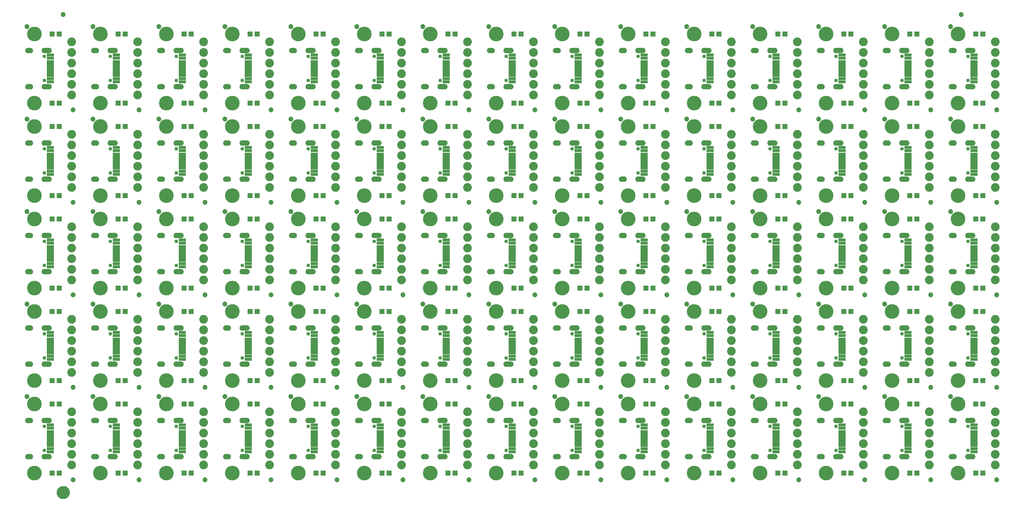
<source format=gts>
G75*
%MOIN*%
%OFA0B0*%
%FSLAX25Y25*%
%IPPOS*%
%LPD*%
%AMOC8*
5,1,8,0,0,1.08239X$1,22.5*
%
%ADD10C,0.04737*%
%ADD11R,0.05131X0.04737*%
%ADD12R,0.06509X0.01981*%
%ADD13R,0.06509X0.03162*%
%ADD14R,0.06509X0.02965*%
%ADD15C,0.03359*%
%ADD16C,0.00039*%
%ADD17C,0.13800*%
%ADD18C,0.08200*%
%ADD19C,0.05000*%
%ADD20C,0.06706*%
D10*
X0085250Y0032000D03*
X0147250Y0032000D03*
X0209250Y0032000D03*
X0271250Y0032000D03*
X0333250Y0032000D03*
X0395250Y0032000D03*
X0457250Y0032000D03*
X0519250Y0032000D03*
X0581250Y0032000D03*
X0643250Y0032000D03*
X0705250Y0032000D03*
X0767250Y0032000D03*
X0829250Y0032000D03*
X0891250Y0032000D03*
X0953250Y0032000D03*
X0909750Y0110500D03*
X0891250Y0119000D03*
X0847750Y0110500D03*
X0829250Y0119000D03*
X0785750Y0110500D03*
X0767250Y0119000D03*
X0723750Y0110500D03*
X0705250Y0119000D03*
X0661750Y0110500D03*
X0643250Y0119000D03*
X0599750Y0110500D03*
X0581250Y0119000D03*
X0537750Y0110500D03*
X0519250Y0119000D03*
X0475750Y0110500D03*
X0457250Y0119000D03*
X0413750Y0110500D03*
X0395250Y0119000D03*
X0351750Y0110500D03*
X0333250Y0119000D03*
X0289750Y0110500D03*
X0271250Y0119000D03*
X0227750Y0110500D03*
X0209250Y0119000D03*
X0165750Y0110500D03*
X0147250Y0119000D03*
X0103750Y0110500D03*
X0085250Y0119000D03*
X0041750Y0110500D03*
X0041750Y0197500D03*
X0085250Y0206000D03*
X0103750Y0197500D03*
X0147250Y0206000D03*
X0165750Y0197500D03*
X0209250Y0206000D03*
X0227750Y0197500D03*
X0271250Y0206000D03*
X0289750Y0197500D03*
X0333250Y0206000D03*
X0351750Y0197500D03*
X0395250Y0206000D03*
X0413750Y0197500D03*
X0457250Y0206000D03*
X0475750Y0197500D03*
X0519250Y0206000D03*
X0537750Y0197500D03*
X0581250Y0206000D03*
X0599750Y0197500D03*
X0643250Y0206000D03*
X0661750Y0197500D03*
X0705250Y0206000D03*
X0723750Y0197500D03*
X0767250Y0206000D03*
X0785750Y0197500D03*
X0829250Y0206000D03*
X0847750Y0197500D03*
X0891250Y0206000D03*
X0909750Y0197500D03*
X0953250Y0206000D03*
X0909750Y0284500D03*
X0891250Y0293000D03*
X0847750Y0284500D03*
X0829250Y0293000D03*
X0785750Y0284500D03*
X0767250Y0293000D03*
X0723750Y0284500D03*
X0705250Y0293000D03*
X0661750Y0284500D03*
X0643250Y0293000D03*
X0599750Y0284500D03*
X0581250Y0293000D03*
X0537750Y0284500D03*
X0519250Y0293000D03*
X0475750Y0284500D03*
X0457250Y0293000D03*
X0413750Y0284500D03*
X0395250Y0293000D03*
X0351750Y0284500D03*
X0333250Y0293000D03*
X0289750Y0284500D03*
X0271250Y0293000D03*
X0227750Y0284500D03*
X0209250Y0293000D03*
X0165750Y0284500D03*
X0147250Y0293000D03*
X0103750Y0284500D03*
X0085250Y0293000D03*
X0041750Y0284500D03*
X0041750Y0371500D03*
X0085250Y0380000D03*
X0103750Y0371500D03*
X0147250Y0380000D03*
X0165750Y0371500D03*
X0209250Y0380000D03*
X0227750Y0371500D03*
X0271250Y0380000D03*
X0289750Y0371500D03*
X0333250Y0380000D03*
X0351750Y0371500D03*
X0395250Y0380000D03*
X0413750Y0371500D03*
X0457250Y0380000D03*
X0475750Y0371500D03*
X0519250Y0380000D03*
X0537750Y0371500D03*
X0581250Y0380000D03*
X0599750Y0371500D03*
X0643250Y0380000D03*
X0661750Y0371500D03*
X0705250Y0380000D03*
X0723750Y0371500D03*
X0767250Y0380000D03*
X0785750Y0371500D03*
X0829250Y0380000D03*
X0847750Y0371500D03*
X0891250Y0380000D03*
X0909750Y0371500D03*
X0953250Y0380000D03*
X0909750Y0458500D03*
X0919750Y0469750D03*
X0847750Y0458500D03*
X0785750Y0458500D03*
X0723750Y0458500D03*
X0661750Y0458500D03*
X0599750Y0458500D03*
X0537750Y0458500D03*
X0475750Y0458500D03*
X0413750Y0458500D03*
X0351750Y0458500D03*
X0289750Y0458500D03*
X0227750Y0458500D03*
X0165750Y0458500D03*
X0103750Y0458500D03*
X0075750Y0469750D03*
X0041750Y0458500D03*
X0953250Y0293000D03*
X0953250Y0119000D03*
D11*
X0940096Y0125500D03*
X0933404Y0125500D03*
X0933404Y0103500D03*
X0940096Y0103500D03*
X0878096Y0103500D03*
X0871404Y0103500D03*
X0871404Y0125500D03*
X0878096Y0125500D03*
X0816096Y0125500D03*
X0809404Y0125500D03*
X0809404Y0103500D03*
X0816096Y0103500D03*
X0754096Y0103500D03*
X0747404Y0103500D03*
X0747404Y0125500D03*
X0754096Y0125500D03*
X0692096Y0125500D03*
X0685404Y0125500D03*
X0685404Y0103500D03*
X0692096Y0103500D03*
X0630096Y0103500D03*
X0623404Y0103500D03*
X0623404Y0125500D03*
X0630096Y0125500D03*
X0568096Y0125500D03*
X0561404Y0125500D03*
X0561404Y0103500D03*
X0568096Y0103500D03*
X0506096Y0103500D03*
X0499404Y0103500D03*
X0499404Y0125500D03*
X0506096Y0125500D03*
X0444096Y0125500D03*
X0437404Y0125500D03*
X0437404Y0103500D03*
X0444096Y0103500D03*
X0382096Y0103500D03*
X0375404Y0103500D03*
X0375404Y0125500D03*
X0382096Y0125500D03*
X0320096Y0125500D03*
X0313404Y0125500D03*
X0313404Y0103500D03*
X0320096Y0103500D03*
X0258096Y0103500D03*
X0251404Y0103500D03*
X0251404Y0125500D03*
X0258096Y0125500D03*
X0196096Y0125500D03*
X0189404Y0125500D03*
X0189404Y0103500D03*
X0196096Y0103500D03*
X0134096Y0103500D03*
X0127404Y0103500D03*
X0127404Y0125500D03*
X0134096Y0125500D03*
X0072096Y0125500D03*
X0065404Y0125500D03*
X0065404Y0103500D03*
X0072096Y0103500D03*
X0072096Y0038500D03*
X0065404Y0038500D03*
X0127404Y0038500D03*
X0134096Y0038500D03*
X0189404Y0038500D03*
X0196096Y0038500D03*
X0251404Y0038500D03*
X0258096Y0038500D03*
X0313404Y0038500D03*
X0320096Y0038500D03*
X0375404Y0038500D03*
X0382096Y0038500D03*
X0437404Y0038500D03*
X0444096Y0038500D03*
X0499404Y0038500D03*
X0506096Y0038500D03*
X0561404Y0038500D03*
X0568096Y0038500D03*
X0623404Y0038500D03*
X0630096Y0038500D03*
X0685404Y0038500D03*
X0692096Y0038500D03*
X0747404Y0038500D03*
X0754096Y0038500D03*
X0809404Y0038500D03*
X0816096Y0038500D03*
X0871404Y0038500D03*
X0878096Y0038500D03*
X0933404Y0038500D03*
X0940096Y0038500D03*
X0940096Y0190500D03*
X0933404Y0190500D03*
X0933404Y0212500D03*
X0940096Y0212500D03*
X0878096Y0212500D03*
X0871404Y0212500D03*
X0871404Y0190500D03*
X0878096Y0190500D03*
X0816096Y0190500D03*
X0809404Y0190500D03*
X0809404Y0212500D03*
X0816096Y0212500D03*
X0754096Y0212500D03*
X0747404Y0212500D03*
X0747404Y0190500D03*
X0754096Y0190500D03*
X0692096Y0190500D03*
X0685404Y0190500D03*
X0685404Y0212500D03*
X0692096Y0212500D03*
X0630096Y0212500D03*
X0623404Y0212500D03*
X0623404Y0190500D03*
X0630096Y0190500D03*
X0568096Y0190500D03*
X0561404Y0190500D03*
X0561404Y0212500D03*
X0568096Y0212500D03*
X0506096Y0212500D03*
X0499404Y0212500D03*
X0499404Y0190500D03*
X0506096Y0190500D03*
X0444096Y0190500D03*
X0437404Y0190500D03*
X0437404Y0212500D03*
X0444096Y0212500D03*
X0382096Y0212500D03*
X0375404Y0212500D03*
X0375404Y0190500D03*
X0382096Y0190500D03*
X0320096Y0190500D03*
X0313404Y0190500D03*
X0313404Y0212500D03*
X0320096Y0212500D03*
X0258096Y0212500D03*
X0251404Y0212500D03*
X0251404Y0190500D03*
X0258096Y0190500D03*
X0196096Y0190500D03*
X0189404Y0190500D03*
X0189404Y0212500D03*
X0196096Y0212500D03*
X0134096Y0212500D03*
X0127404Y0212500D03*
X0127404Y0190500D03*
X0134096Y0190500D03*
X0072096Y0190500D03*
X0065404Y0190500D03*
X0065404Y0212500D03*
X0072096Y0212500D03*
X0072096Y0277500D03*
X0065404Y0277500D03*
X0065404Y0299500D03*
X0072096Y0299500D03*
X0127404Y0299500D03*
X0134096Y0299500D03*
X0134096Y0277500D03*
X0127404Y0277500D03*
X0189404Y0277500D03*
X0196096Y0277500D03*
X0196096Y0299500D03*
X0189404Y0299500D03*
X0251404Y0299500D03*
X0258096Y0299500D03*
X0258096Y0277500D03*
X0251404Y0277500D03*
X0313404Y0277500D03*
X0320096Y0277500D03*
X0320096Y0299500D03*
X0313404Y0299500D03*
X0375404Y0299500D03*
X0382096Y0299500D03*
X0382096Y0277500D03*
X0375404Y0277500D03*
X0437404Y0277500D03*
X0444096Y0277500D03*
X0444096Y0299500D03*
X0437404Y0299500D03*
X0499404Y0299500D03*
X0506096Y0299500D03*
X0506096Y0277500D03*
X0499404Y0277500D03*
X0561404Y0277500D03*
X0568096Y0277500D03*
X0568096Y0299500D03*
X0561404Y0299500D03*
X0623404Y0299500D03*
X0630096Y0299500D03*
X0630096Y0277500D03*
X0623404Y0277500D03*
X0685404Y0277500D03*
X0692096Y0277500D03*
X0692096Y0299500D03*
X0685404Y0299500D03*
X0747404Y0299500D03*
X0754096Y0299500D03*
X0754096Y0277500D03*
X0747404Y0277500D03*
X0809404Y0277500D03*
X0816096Y0277500D03*
X0816096Y0299500D03*
X0809404Y0299500D03*
X0871404Y0299500D03*
X0878096Y0299500D03*
X0878096Y0277500D03*
X0871404Y0277500D03*
X0933404Y0277500D03*
X0940096Y0277500D03*
X0940096Y0299500D03*
X0933404Y0299500D03*
X0933404Y0364500D03*
X0940096Y0364500D03*
X0940096Y0386500D03*
X0933404Y0386500D03*
X0878096Y0386500D03*
X0871404Y0386500D03*
X0871404Y0364500D03*
X0878096Y0364500D03*
X0816096Y0364500D03*
X0809404Y0364500D03*
X0809404Y0386500D03*
X0816096Y0386500D03*
X0754096Y0386500D03*
X0747404Y0386500D03*
X0747404Y0364500D03*
X0754096Y0364500D03*
X0692096Y0364500D03*
X0685404Y0364500D03*
X0685404Y0386500D03*
X0692096Y0386500D03*
X0630096Y0386500D03*
X0623404Y0386500D03*
X0623404Y0364500D03*
X0630096Y0364500D03*
X0568096Y0364500D03*
X0561404Y0364500D03*
X0561404Y0386500D03*
X0568096Y0386500D03*
X0506096Y0386500D03*
X0499404Y0386500D03*
X0499404Y0364500D03*
X0506096Y0364500D03*
X0444096Y0364500D03*
X0437404Y0364500D03*
X0437404Y0386500D03*
X0444096Y0386500D03*
X0382096Y0386500D03*
X0375404Y0386500D03*
X0375404Y0364500D03*
X0382096Y0364500D03*
X0320096Y0364500D03*
X0313404Y0364500D03*
X0313404Y0386500D03*
X0320096Y0386500D03*
X0258096Y0386500D03*
X0251404Y0386500D03*
X0251404Y0364500D03*
X0258096Y0364500D03*
X0196096Y0364500D03*
X0189404Y0364500D03*
X0189404Y0386500D03*
X0196096Y0386500D03*
X0134096Y0386500D03*
X0127404Y0386500D03*
X0127404Y0364500D03*
X0134096Y0364500D03*
X0072096Y0364500D03*
X0065404Y0364500D03*
X0065404Y0386500D03*
X0072096Y0386500D03*
X0072096Y0451500D03*
X0065404Y0451500D03*
X0127404Y0451500D03*
X0134096Y0451500D03*
X0189404Y0451500D03*
X0196096Y0451500D03*
X0251404Y0451500D03*
X0258096Y0451500D03*
X0313404Y0451500D03*
X0320096Y0451500D03*
X0375404Y0451500D03*
X0382096Y0451500D03*
X0437404Y0451500D03*
X0444096Y0451500D03*
X0499404Y0451500D03*
X0506096Y0451500D03*
X0561404Y0451500D03*
X0568096Y0451500D03*
X0623404Y0451500D03*
X0630096Y0451500D03*
X0685404Y0451500D03*
X0692096Y0451500D03*
X0747404Y0451500D03*
X0754096Y0451500D03*
X0809404Y0451500D03*
X0816096Y0451500D03*
X0871404Y0451500D03*
X0878096Y0451500D03*
X0933404Y0451500D03*
X0940096Y0451500D03*
D12*
X0931750Y0425890D03*
X0931750Y0423921D03*
X0931750Y0421953D03*
X0931750Y0419984D03*
X0931750Y0418016D03*
X0931750Y0416047D03*
X0931750Y0414079D03*
X0931750Y0412110D03*
X0869750Y0412110D03*
X0869750Y0414079D03*
X0869750Y0416047D03*
X0869750Y0418016D03*
X0869750Y0419984D03*
X0869750Y0421953D03*
X0869750Y0423921D03*
X0869750Y0425890D03*
X0807750Y0425890D03*
X0807750Y0423921D03*
X0807750Y0421953D03*
X0807750Y0419984D03*
X0807750Y0418016D03*
X0807750Y0416047D03*
X0807750Y0414079D03*
X0807750Y0412110D03*
X0745750Y0412110D03*
X0745750Y0414079D03*
X0745750Y0416047D03*
X0745750Y0418016D03*
X0745750Y0419984D03*
X0745750Y0421953D03*
X0745750Y0423921D03*
X0745750Y0425890D03*
X0683750Y0425890D03*
X0683750Y0423921D03*
X0683750Y0421953D03*
X0683750Y0419984D03*
X0683750Y0418016D03*
X0683750Y0416047D03*
X0683750Y0414079D03*
X0683750Y0412110D03*
X0621750Y0412110D03*
X0621750Y0414079D03*
X0621750Y0416047D03*
X0621750Y0418016D03*
X0621750Y0419984D03*
X0621750Y0421953D03*
X0621750Y0423921D03*
X0621750Y0425890D03*
X0559750Y0425890D03*
X0559750Y0423921D03*
X0559750Y0421953D03*
X0559750Y0419984D03*
X0559750Y0418016D03*
X0559750Y0416047D03*
X0559750Y0414079D03*
X0559750Y0412110D03*
X0497750Y0412110D03*
X0497750Y0414079D03*
X0497750Y0416047D03*
X0497750Y0418016D03*
X0497750Y0419984D03*
X0497750Y0421953D03*
X0497750Y0423921D03*
X0497750Y0425890D03*
X0435750Y0425890D03*
X0435750Y0423921D03*
X0435750Y0421953D03*
X0435750Y0419984D03*
X0435750Y0418016D03*
X0435750Y0416047D03*
X0435750Y0414079D03*
X0435750Y0412110D03*
X0373750Y0412110D03*
X0373750Y0414079D03*
X0373750Y0416047D03*
X0373750Y0418016D03*
X0373750Y0419984D03*
X0373750Y0421953D03*
X0373750Y0423921D03*
X0373750Y0425890D03*
X0311750Y0425890D03*
X0311750Y0423921D03*
X0311750Y0421953D03*
X0311750Y0419984D03*
X0311750Y0418016D03*
X0311750Y0416047D03*
X0311750Y0414079D03*
X0311750Y0412110D03*
X0249750Y0412110D03*
X0249750Y0414079D03*
X0249750Y0416047D03*
X0249750Y0418016D03*
X0249750Y0419984D03*
X0249750Y0421953D03*
X0249750Y0423921D03*
X0249750Y0425890D03*
X0187750Y0425890D03*
X0187750Y0423921D03*
X0187750Y0421953D03*
X0187750Y0419984D03*
X0187750Y0418016D03*
X0187750Y0416047D03*
X0187750Y0414079D03*
X0187750Y0412110D03*
X0125750Y0412110D03*
X0125750Y0414079D03*
X0125750Y0416047D03*
X0125750Y0418016D03*
X0125750Y0419984D03*
X0125750Y0421953D03*
X0125750Y0423921D03*
X0125750Y0425890D03*
X0063750Y0425890D03*
X0063750Y0423921D03*
X0063750Y0421953D03*
X0063750Y0419984D03*
X0063750Y0418016D03*
X0063750Y0416047D03*
X0063750Y0414079D03*
X0063750Y0412110D03*
X0063750Y0338890D03*
X0063750Y0336921D03*
X0063750Y0334953D03*
X0063750Y0332984D03*
X0063750Y0331016D03*
X0063750Y0329047D03*
X0063750Y0327079D03*
X0063750Y0325110D03*
X0125750Y0325110D03*
X0125750Y0327079D03*
X0125750Y0329047D03*
X0125750Y0331016D03*
X0125750Y0332984D03*
X0125750Y0334953D03*
X0125750Y0336921D03*
X0125750Y0338890D03*
X0187750Y0338890D03*
X0187750Y0336921D03*
X0187750Y0334953D03*
X0187750Y0332984D03*
X0187750Y0331016D03*
X0187750Y0329047D03*
X0187750Y0327079D03*
X0187750Y0325110D03*
X0249750Y0325110D03*
X0249750Y0327079D03*
X0249750Y0329047D03*
X0249750Y0331016D03*
X0249750Y0332984D03*
X0249750Y0334953D03*
X0249750Y0336921D03*
X0249750Y0338890D03*
X0311750Y0338890D03*
X0311750Y0336921D03*
X0311750Y0334953D03*
X0311750Y0332984D03*
X0311750Y0331016D03*
X0311750Y0329047D03*
X0311750Y0327079D03*
X0311750Y0325110D03*
X0373750Y0325110D03*
X0373750Y0327079D03*
X0373750Y0329047D03*
X0373750Y0331016D03*
X0373750Y0332984D03*
X0373750Y0334953D03*
X0373750Y0336921D03*
X0373750Y0338890D03*
X0435750Y0338890D03*
X0435750Y0336921D03*
X0435750Y0334953D03*
X0435750Y0332984D03*
X0435750Y0331016D03*
X0435750Y0329047D03*
X0435750Y0327079D03*
X0435750Y0325110D03*
X0497750Y0325110D03*
X0497750Y0327079D03*
X0497750Y0329047D03*
X0497750Y0331016D03*
X0497750Y0332984D03*
X0497750Y0334953D03*
X0497750Y0336921D03*
X0497750Y0338890D03*
X0559750Y0338890D03*
X0559750Y0336921D03*
X0559750Y0334953D03*
X0559750Y0332984D03*
X0559750Y0331016D03*
X0559750Y0329047D03*
X0559750Y0327079D03*
X0559750Y0325110D03*
X0621750Y0325110D03*
X0621750Y0327079D03*
X0621750Y0329047D03*
X0621750Y0331016D03*
X0621750Y0332984D03*
X0621750Y0334953D03*
X0621750Y0336921D03*
X0621750Y0338890D03*
X0683750Y0338890D03*
X0683750Y0336921D03*
X0683750Y0334953D03*
X0683750Y0332984D03*
X0683750Y0331016D03*
X0683750Y0329047D03*
X0683750Y0327079D03*
X0683750Y0325110D03*
X0745750Y0325110D03*
X0745750Y0327079D03*
X0745750Y0329047D03*
X0745750Y0331016D03*
X0745750Y0332984D03*
X0745750Y0334953D03*
X0745750Y0336921D03*
X0745750Y0338890D03*
X0807750Y0338890D03*
X0807750Y0336921D03*
X0807750Y0334953D03*
X0807750Y0332984D03*
X0807750Y0331016D03*
X0807750Y0329047D03*
X0807750Y0327079D03*
X0807750Y0325110D03*
X0869750Y0325110D03*
X0869750Y0327079D03*
X0869750Y0329047D03*
X0869750Y0331016D03*
X0869750Y0332984D03*
X0869750Y0334953D03*
X0869750Y0336921D03*
X0869750Y0338890D03*
X0931750Y0338890D03*
X0931750Y0336921D03*
X0931750Y0334953D03*
X0931750Y0332984D03*
X0931750Y0331016D03*
X0931750Y0329047D03*
X0931750Y0327079D03*
X0931750Y0325110D03*
X0931750Y0251890D03*
X0931750Y0249921D03*
X0931750Y0247953D03*
X0931750Y0245984D03*
X0931750Y0244016D03*
X0931750Y0242047D03*
X0931750Y0240079D03*
X0931750Y0238110D03*
X0869750Y0238110D03*
X0869750Y0240079D03*
X0869750Y0242047D03*
X0869750Y0244016D03*
X0869750Y0245984D03*
X0869750Y0247953D03*
X0869750Y0249921D03*
X0869750Y0251890D03*
X0807750Y0251890D03*
X0807750Y0249921D03*
X0807750Y0247953D03*
X0807750Y0245984D03*
X0807750Y0244016D03*
X0807750Y0242047D03*
X0807750Y0240079D03*
X0807750Y0238110D03*
X0745750Y0238110D03*
X0745750Y0240079D03*
X0745750Y0242047D03*
X0745750Y0244016D03*
X0745750Y0245984D03*
X0745750Y0247953D03*
X0745750Y0249921D03*
X0745750Y0251890D03*
X0683750Y0251890D03*
X0683750Y0249921D03*
X0683750Y0247953D03*
X0683750Y0245984D03*
X0683750Y0244016D03*
X0683750Y0242047D03*
X0683750Y0240079D03*
X0683750Y0238110D03*
X0621750Y0238110D03*
X0621750Y0240079D03*
X0621750Y0242047D03*
X0621750Y0244016D03*
X0621750Y0245984D03*
X0621750Y0247953D03*
X0621750Y0249921D03*
X0621750Y0251890D03*
X0559750Y0251890D03*
X0559750Y0249921D03*
X0559750Y0247953D03*
X0559750Y0245984D03*
X0559750Y0244016D03*
X0559750Y0242047D03*
X0559750Y0240079D03*
X0559750Y0238110D03*
X0497750Y0238110D03*
X0497750Y0240079D03*
X0497750Y0242047D03*
X0497750Y0244016D03*
X0497750Y0245984D03*
X0497750Y0247953D03*
X0497750Y0249921D03*
X0497750Y0251890D03*
X0435750Y0251890D03*
X0435750Y0249921D03*
X0435750Y0247953D03*
X0435750Y0245984D03*
X0435750Y0244016D03*
X0435750Y0242047D03*
X0435750Y0240079D03*
X0435750Y0238110D03*
X0373750Y0238110D03*
X0373750Y0240079D03*
X0373750Y0242047D03*
X0373750Y0244016D03*
X0373750Y0245984D03*
X0373750Y0247953D03*
X0373750Y0249921D03*
X0373750Y0251890D03*
X0311750Y0251890D03*
X0311750Y0249921D03*
X0311750Y0247953D03*
X0311750Y0245984D03*
X0311750Y0244016D03*
X0311750Y0242047D03*
X0311750Y0240079D03*
X0311750Y0238110D03*
X0249750Y0238110D03*
X0249750Y0240079D03*
X0249750Y0242047D03*
X0249750Y0244016D03*
X0249750Y0245984D03*
X0249750Y0247953D03*
X0249750Y0249921D03*
X0249750Y0251890D03*
X0187750Y0251890D03*
X0187750Y0249921D03*
X0187750Y0247953D03*
X0187750Y0245984D03*
X0187750Y0244016D03*
X0187750Y0242047D03*
X0187750Y0240079D03*
X0187750Y0238110D03*
X0125750Y0238110D03*
X0125750Y0240079D03*
X0125750Y0242047D03*
X0125750Y0244016D03*
X0125750Y0245984D03*
X0125750Y0247953D03*
X0125750Y0249921D03*
X0125750Y0251890D03*
X0063750Y0251890D03*
X0063750Y0249921D03*
X0063750Y0247953D03*
X0063750Y0245984D03*
X0063750Y0244016D03*
X0063750Y0242047D03*
X0063750Y0240079D03*
X0063750Y0238110D03*
X0063750Y0164890D03*
X0063750Y0162921D03*
X0063750Y0160953D03*
X0063750Y0158984D03*
X0063750Y0157016D03*
X0063750Y0155047D03*
X0063750Y0153079D03*
X0063750Y0151110D03*
X0125750Y0151110D03*
X0125750Y0153079D03*
X0125750Y0155047D03*
X0125750Y0157016D03*
X0125750Y0158984D03*
X0125750Y0160953D03*
X0125750Y0162921D03*
X0125750Y0164890D03*
X0187750Y0164890D03*
X0187750Y0162921D03*
X0187750Y0160953D03*
X0187750Y0158984D03*
X0187750Y0157016D03*
X0187750Y0155047D03*
X0187750Y0153079D03*
X0187750Y0151110D03*
X0249750Y0151110D03*
X0249750Y0153079D03*
X0249750Y0155047D03*
X0249750Y0157016D03*
X0249750Y0158984D03*
X0249750Y0160953D03*
X0249750Y0162921D03*
X0249750Y0164890D03*
X0311750Y0164890D03*
X0311750Y0162921D03*
X0311750Y0160953D03*
X0311750Y0158984D03*
X0311750Y0157016D03*
X0311750Y0155047D03*
X0311750Y0153079D03*
X0311750Y0151110D03*
X0373750Y0151110D03*
X0373750Y0153079D03*
X0373750Y0155047D03*
X0373750Y0157016D03*
X0373750Y0158984D03*
X0373750Y0160953D03*
X0373750Y0162921D03*
X0373750Y0164890D03*
X0435750Y0164890D03*
X0435750Y0162921D03*
X0435750Y0160953D03*
X0435750Y0158984D03*
X0435750Y0157016D03*
X0435750Y0155047D03*
X0435750Y0153079D03*
X0435750Y0151110D03*
X0497750Y0151110D03*
X0497750Y0153079D03*
X0497750Y0155047D03*
X0497750Y0157016D03*
X0497750Y0158984D03*
X0497750Y0160953D03*
X0497750Y0162921D03*
X0497750Y0164890D03*
X0559750Y0164890D03*
X0559750Y0162921D03*
X0559750Y0160953D03*
X0559750Y0158984D03*
X0559750Y0157016D03*
X0559750Y0155047D03*
X0559750Y0153079D03*
X0559750Y0151110D03*
X0621750Y0151110D03*
X0621750Y0153079D03*
X0621750Y0155047D03*
X0621750Y0157016D03*
X0621750Y0158984D03*
X0621750Y0160953D03*
X0621750Y0162921D03*
X0621750Y0164890D03*
X0683750Y0164890D03*
X0683750Y0162921D03*
X0683750Y0160953D03*
X0683750Y0158984D03*
X0683750Y0157016D03*
X0683750Y0155047D03*
X0683750Y0153079D03*
X0683750Y0151110D03*
X0745750Y0151110D03*
X0745750Y0153079D03*
X0745750Y0155047D03*
X0745750Y0157016D03*
X0745750Y0158984D03*
X0745750Y0160953D03*
X0745750Y0162921D03*
X0745750Y0164890D03*
X0807750Y0164890D03*
X0807750Y0162921D03*
X0807750Y0160953D03*
X0807750Y0158984D03*
X0807750Y0157016D03*
X0807750Y0155047D03*
X0807750Y0153079D03*
X0807750Y0151110D03*
X0869750Y0151110D03*
X0869750Y0153079D03*
X0869750Y0155047D03*
X0869750Y0157016D03*
X0869750Y0158984D03*
X0869750Y0160953D03*
X0869750Y0162921D03*
X0869750Y0164890D03*
X0931750Y0164890D03*
X0931750Y0162921D03*
X0931750Y0160953D03*
X0931750Y0158984D03*
X0931750Y0157016D03*
X0931750Y0155047D03*
X0931750Y0153079D03*
X0931750Y0151110D03*
X0931750Y0077890D03*
X0931750Y0075921D03*
X0931750Y0073953D03*
X0931750Y0071984D03*
X0931750Y0070016D03*
X0931750Y0068047D03*
X0931750Y0066079D03*
X0931750Y0064110D03*
X0869750Y0064110D03*
X0869750Y0066079D03*
X0869750Y0068047D03*
X0869750Y0070016D03*
X0869750Y0071984D03*
X0869750Y0073953D03*
X0869750Y0075921D03*
X0869750Y0077890D03*
X0807750Y0077890D03*
X0807750Y0075921D03*
X0807750Y0073953D03*
X0807750Y0071984D03*
X0807750Y0070016D03*
X0807750Y0068047D03*
X0807750Y0066079D03*
X0807750Y0064110D03*
X0745750Y0064110D03*
X0745750Y0066079D03*
X0745750Y0068047D03*
X0745750Y0070016D03*
X0745750Y0071984D03*
X0745750Y0073953D03*
X0745750Y0075921D03*
X0745750Y0077890D03*
X0683750Y0077890D03*
X0683750Y0075921D03*
X0683750Y0073953D03*
X0683750Y0071984D03*
X0683750Y0070016D03*
X0683750Y0068047D03*
X0683750Y0066079D03*
X0683750Y0064110D03*
X0621750Y0064110D03*
X0621750Y0066079D03*
X0621750Y0068047D03*
X0621750Y0070016D03*
X0621750Y0071984D03*
X0621750Y0073953D03*
X0621750Y0075921D03*
X0621750Y0077890D03*
X0559750Y0077890D03*
X0559750Y0075921D03*
X0559750Y0073953D03*
X0559750Y0071984D03*
X0559750Y0070016D03*
X0559750Y0068047D03*
X0559750Y0066079D03*
X0559750Y0064110D03*
X0497750Y0064110D03*
X0497750Y0066079D03*
X0497750Y0068047D03*
X0497750Y0070016D03*
X0497750Y0071984D03*
X0497750Y0073953D03*
X0497750Y0075921D03*
X0497750Y0077890D03*
X0435750Y0077890D03*
X0435750Y0075921D03*
X0435750Y0073953D03*
X0435750Y0071984D03*
X0435750Y0070016D03*
X0435750Y0068047D03*
X0435750Y0066079D03*
X0435750Y0064110D03*
X0373750Y0064110D03*
X0373750Y0066079D03*
X0373750Y0068047D03*
X0373750Y0070016D03*
X0373750Y0071984D03*
X0373750Y0073953D03*
X0373750Y0075921D03*
X0373750Y0077890D03*
X0311750Y0077890D03*
X0311750Y0075921D03*
X0311750Y0073953D03*
X0311750Y0071984D03*
X0311750Y0070016D03*
X0311750Y0068047D03*
X0311750Y0066079D03*
X0311750Y0064110D03*
X0249750Y0064110D03*
X0249750Y0066079D03*
X0249750Y0068047D03*
X0249750Y0070016D03*
X0249750Y0071984D03*
X0249750Y0073953D03*
X0249750Y0075921D03*
X0249750Y0077890D03*
X0187750Y0077890D03*
X0187750Y0075921D03*
X0187750Y0073953D03*
X0187750Y0071984D03*
X0187750Y0070016D03*
X0187750Y0068047D03*
X0187750Y0066079D03*
X0187750Y0064110D03*
X0125750Y0064110D03*
X0125750Y0066079D03*
X0125750Y0068047D03*
X0125750Y0070016D03*
X0125750Y0071984D03*
X0125750Y0073953D03*
X0125750Y0075921D03*
X0125750Y0077890D03*
X0063750Y0077890D03*
X0063750Y0075921D03*
X0063750Y0073953D03*
X0063750Y0071984D03*
X0063750Y0070016D03*
X0063750Y0068047D03*
X0063750Y0066079D03*
X0063750Y0064110D03*
D13*
X0063750Y0058303D03*
X0063750Y0083697D03*
X0125750Y0083697D03*
X0125750Y0058303D03*
X0187750Y0058303D03*
X0187750Y0083697D03*
X0249750Y0083697D03*
X0249750Y0058303D03*
X0311750Y0058303D03*
X0373750Y0058303D03*
X0373750Y0083697D03*
X0311750Y0083697D03*
X0435750Y0083697D03*
X0435750Y0058303D03*
X0497750Y0058303D03*
X0497750Y0083697D03*
X0559750Y0083697D03*
X0559750Y0058303D03*
X0621750Y0058303D03*
X0683750Y0058303D03*
X0683750Y0083697D03*
X0621750Y0083697D03*
X0745750Y0083697D03*
X0745750Y0058303D03*
X0807750Y0058303D03*
X0807750Y0083697D03*
X0869750Y0083697D03*
X0869750Y0058303D03*
X0931750Y0058303D03*
X0931750Y0083697D03*
X0931750Y0145303D03*
X0931750Y0170697D03*
X0869750Y0170697D03*
X0869750Y0145303D03*
X0807750Y0145303D03*
X0807750Y0170697D03*
X0745750Y0170697D03*
X0745750Y0145303D03*
X0683750Y0145303D03*
X0683750Y0170697D03*
X0621750Y0170697D03*
X0621750Y0145303D03*
X0559750Y0145303D03*
X0559750Y0170697D03*
X0497750Y0170697D03*
X0497750Y0145303D03*
X0435750Y0145303D03*
X0435750Y0170697D03*
X0373750Y0170697D03*
X0373750Y0145303D03*
X0311750Y0145303D03*
X0311750Y0170697D03*
X0249750Y0170697D03*
X0249750Y0145303D03*
X0187750Y0145303D03*
X0187750Y0170697D03*
X0125750Y0170697D03*
X0125750Y0145303D03*
X0063750Y0145303D03*
X0063750Y0170697D03*
X0063750Y0232303D03*
X0063750Y0257697D03*
X0125750Y0257697D03*
X0125750Y0232303D03*
X0187750Y0232303D03*
X0187750Y0257697D03*
X0249750Y0257697D03*
X0249750Y0232303D03*
X0311750Y0232303D03*
X0311750Y0257697D03*
X0373750Y0257697D03*
X0373750Y0232303D03*
X0435750Y0232303D03*
X0435750Y0257697D03*
X0497750Y0257697D03*
X0497750Y0232303D03*
X0559750Y0232303D03*
X0559750Y0257697D03*
X0621750Y0257697D03*
X0621750Y0232303D03*
X0683750Y0232303D03*
X0683750Y0257697D03*
X0745750Y0257697D03*
X0745750Y0232303D03*
X0807750Y0232303D03*
X0807750Y0257697D03*
X0869750Y0257697D03*
X0869750Y0232303D03*
X0931750Y0232303D03*
X0931750Y0257697D03*
X0931750Y0319303D03*
X0931750Y0344697D03*
X0869750Y0344697D03*
X0869750Y0319303D03*
X0807750Y0319303D03*
X0807750Y0344697D03*
X0745750Y0344697D03*
X0745750Y0319303D03*
X0683750Y0319303D03*
X0683750Y0344697D03*
X0621750Y0344697D03*
X0621750Y0319303D03*
X0559750Y0319303D03*
X0559750Y0344697D03*
X0497750Y0344697D03*
X0497750Y0319303D03*
X0435750Y0319303D03*
X0435750Y0344697D03*
X0373750Y0344697D03*
X0373750Y0319303D03*
X0311750Y0319303D03*
X0311750Y0344697D03*
X0249750Y0344697D03*
X0249750Y0319303D03*
X0187750Y0319303D03*
X0187750Y0344697D03*
X0125750Y0344697D03*
X0125750Y0319303D03*
X0063750Y0319303D03*
X0063750Y0344697D03*
X0063750Y0406303D03*
X0063750Y0431697D03*
X0125750Y0431697D03*
X0125750Y0406303D03*
X0187750Y0406303D03*
X0187750Y0431697D03*
X0249750Y0431697D03*
X0249750Y0406303D03*
X0311750Y0406303D03*
X0373750Y0406303D03*
X0373750Y0431697D03*
X0311750Y0431697D03*
X0435750Y0431697D03*
X0435750Y0406303D03*
X0497750Y0406303D03*
X0497750Y0431697D03*
X0559750Y0431697D03*
X0559750Y0406303D03*
X0621750Y0406303D03*
X0683750Y0406303D03*
X0683750Y0431697D03*
X0621750Y0431697D03*
X0745750Y0431697D03*
X0745750Y0406303D03*
X0807750Y0406303D03*
X0807750Y0431697D03*
X0869750Y0431697D03*
X0869750Y0406303D03*
X0931750Y0406303D03*
X0931750Y0431697D03*
D14*
X0931750Y0428646D03*
X0931750Y0409354D03*
X0869750Y0409354D03*
X0869750Y0428646D03*
X0807750Y0428646D03*
X0807750Y0409354D03*
X0745750Y0409354D03*
X0745750Y0428646D03*
X0683750Y0428646D03*
X0683750Y0409354D03*
X0621750Y0409354D03*
X0621750Y0428646D03*
X0559750Y0428646D03*
X0559750Y0409354D03*
X0497750Y0409354D03*
X0497750Y0428646D03*
X0435750Y0428646D03*
X0435750Y0409354D03*
X0373750Y0409354D03*
X0373750Y0428646D03*
X0311750Y0428646D03*
X0311750Y0409354D03*
X0249750Y0409354D03*
X0249750Y0428646D03*
X0187750Y0428646D03*
X0187750Y0409354D03*
X0125750Y0409354D03*
X0125750Y0428646D03*
X0063750Y0428646D03*
X0063750Y0409354D03*
X0063750Y0341646D03*
X0063750Y0322354D03*
X0125750Y0322354D03*
X0125750Y0341646D03*
X0187750Y0341646D03*
X0187750Y0322354D03*
X0249750Y0322354D03*
X0249750Y0341646D03*
X0311750Y0341646D03*
X0311750Y0322354D03*
X0373750Y0322354D03*
X0373750Y0341646D03*
X0435750Y0341646D03*
X0435750Y0322354D03*
X0497750Y0322354D03*
X0497750Y0341646D03*
X0559750Y0341646D03*
X0559750Y0322354D03*
X0621750Y0322354D03*
X0621750Y0341646D03*
X0683750Y0341646D03*
X0683750Y0322354D03*
X0745750Y0322354D03*
X0745750Y0341646D03*
X0807750Y0341646D03*
X0807750Y0322354D03*
X0869750Y0322354D03*
X0869750Y0341646D03*
X0931750Y0341646D03*
X0931750Y0322354D03*
X0931750Y0254646D03*
X0931750Y0235354D03*
X0869750Y0235354D03*
X0869750Y0254646D03*
X0807750Y0254646D03*
X0807750Y0235354D03*
X0745750Y0235354D03*
X0745750Y0254646D03*
X0683750Y0254646D03*
X0683750Y0235354D03*
X0621750Y0235354D03*
X0621750Y0254646D03*
X0559750Y0254646D03*
X0559750Y0235354D03*
X0497750Y0235354D03*
X0497750Y0254646D03*
X0435750Y0254646D03*
X0435750Y0235354D03*
X0373750Y0235354D03*
X0373750Y0254646D03*
X0311750Y0254646D03*
X0311750Y0235354D03*
X0249750Y0235354D03*
X0249750Y0254646D03*
X0187750Y0254646D03*
X0187750Y0235354D03*
X0125750Y0235354D03*
X0125750Y0254646D03*
X0063750Y0254646D03*
X0063750Y0235354D03*
X0063750Y0167646D03*
X0063750Y0148354D03*
X0125750Y0148354D03*
X0125750Y0167646D03*
X0187750Y0167646D03*
X0187750Y0148354D03*
X0249750Y0148354D03*
X0249750Y0167646D03*
X0311750Y0167646D03*
X0311750Y0148354D03*
X0373750Y0148354D03*
X0373750Y0167646D03*
X0435750Y0167646D03*
X0435750Y0148354D03*
X0497750Y0148354D03*
X0497750Y0167646D03*
X0559750Y0167646D03*
X0559750Y0148354D03*
X0621750Y0148354D03*
X0621750Y0167646D03*
X0683750Y0167646D03*
X0683750Y0148354D03*
X0745750Y0148354D03*
X0745750Y0167646D03*
X0807750Y0167646D03*
X0807750Y0148354D03*
X0869750Y0148354D03*
X0869750Y0167646D03*
X0931750Y0167646D03*
X0931750Y0148354D03*
X0931750Y0080646D03*
X0931750Y0061354D03*
X0869750Y0061354D03*
X0869750Y0080646D03*
X0807750Y0080646D03*
X0807750Y0061354D03*
X0745750Y0061354D03*
X0745750Y0080646D03*
X0683750Y0080646D03*
X0683750Y0061354D03*
X0621750Y0061354D03*
X0621750Y0080646D03*
X0559750Y0080646D03*
X0559750Y0061354D03*
X0497750Y0061354D03*
X0497750Y0080646D03*
X0435750Y0080646D03*
X0435750Y0061354D03*
X0373750Y0061354D03*
X0373750Y0080646D03*
X0311750Y0080646D03*
X0311750Y0061354D03*
X0249750Y0061354D03*
X0249750Y0080646D03*
X0187750Y0080646D03*
X0187750Y0061354D03*
X0125750Y0061354D03*
X0125750Y0080646D03*
X0063750Y0080646D03*
X0063750Y0061354D03*
D15*
X0058061Y0059622D03*
X0058061Y0082378D03*
X0120061Y0082378D03*
X0120061Y0059622D03*
X0182061Y0059622D03*
X0182061Y0082378D03*
X0244061Y0082378D03*
X0244061Y0059622D03*
X0306061Y0059622D03*
X0306061Y0082378D03*
X0368061Y0082378D03*
X0368061Y0059622D03*
X0430061Y0059622D03*
X0430061Y0082378D03*
X0492061Y0082378D03*
X0492061Y0059622D03*
X0554061Y0059622D03*
X0554061Y0082378D03*
X0616061Y0082378D03*
X0616061Y0059622D03*
X0678061Y0059622D03*
X0678061Y0082378D03*
X0740061Y0082378D03*
X0740061Y0059622D03*
X0802061Y0059622D03*
X0802061Y0082378D03*
X0864061Y0082378D03*
X0864061Y0059622D03*
X0926061Y0059622D03*
X0926061Y0082378D03*
X0926061Y0146622D03*
X0926061Y0169378D03*
X0864061Y0169378D03*
X0864061Y0146622D03*
X0802061Y0146622D03*
X0802061Y0169378D03*
X0740061Y0169378D03*
X0740061Y0146622D03*
X0678061Y0146622D03*
X0678061Y0169378D03*
X0616061Y0169378D03*
X0616061Y0146622D03*
X0554061Y0146622D03*
X0554061Y0169378D03*
X0492061Y0169378D03*
X0492061Y0146622D03*
X0430061Y0146622D03*
X0430061Y0169378D03*
X0368061Y0169378D03*
X0368061Y0146622D03*
X0306061Y0146622D03*
X0306061Y0169378D03*
X0244061Y0169378D03*
X0244061Y0146622D03*
X0182061Y0146622D03*
X0182061Y0169378D03*
X0120061Y0169378D03*
X0120061Y0146622D03*
X0058061Y0146622D03*
X0058061Y0169378D03*
X0058061Y0233622D03*
X0058061Y0256378D03*
X0120061Y0256378D03*
X0120061Y0233622D03*
X0182061Y0233622D03*
X0182061Y0256378D03*
X0244061Y0256378D03*
X0244061Y0233622D03*
X0306061Y0233622D03*
X0306061Y0256378D03*
X0368061Y0256378D03*
X0368061Y0233622D03*
X0430061Y0233622D03*
X0430061Y0256378D03*
X0492061Y0256378D03*
X0492061Y0233622D03*
X0554061Y0233622D03*
X0554061Y0256378D03*
X0616061Y0256378D03*
X0616061Y0233622D03*
X0678061Y0233622D03*
X0678061Y0256378D03*
X0740061Y0256378D03*
X0740061Y0233622D03*
X0802061Y0233622D03*
X0802061Y0256378D03*
X0864061Y0256378D03*
X0864061Y0233622D03*
X0926061Y0233622D03*
X0926061Y0256378D03*
X0926061Y0320622D03*
X0926061Y0343378D03*
X0864061Y0343378D03*
X0864061Y0320622D03*
X0802061Y0320622D03*
X0802061Y0343378D03*
X0740061Y0343378D03*
X0740061Y0320622D03*
X0678061Y0320622D03*
X0678061Y0343378D03*
X0616061Y0343378D03*
X0616061Y0320622D03*
X0554061Y0320622D03*
X0554061Y0343378D03*
X0492061Y0343378D03*
X0492061Y0320622D03*
X0430061Y0320622D03*
X0430061Y0343378D03*
X0368061Y0343378D03*
X0368061Y0320622D03*
X0306061Y0320622D03*
X0306061Y0343378D03*
X0244061Y0343378D03*
X0244061Y0320622D03*
X0182061Y0320622D03*
X0182061Y0343378D03*
X0120061Y0343378D03*
X0120061Y0320622D03*
X0058061Y0320622D03*
X0058061Y0343378D03*
X0058061Y0407622D03*
X0058061Y0430378D03*
X0120061Y0430378D03*
X0120061Y0407622D03*
X0182061Y0407622D03*
X0182061Y0430378D03*
X0244061Y0430378D03*
X0244061Y0407622D03*
X0306061Y0407622D03*
X0306061Y0430378D03*
X0368061Y0430378D03*
X0368061Y0407622D03*
X0430061Y0407622D03*
X0430061Y0430378D03*
X0492061Y0430378D03*
X0492061Y0407622D03*
X0554061Y0407622D03*
X0554061Y0430378D03*
X0616061Y0430378D03*
X0616061Y0407622D03*
X0678061Y0407622D03*
X0678061Y0430378D03*
X0740061Y0430378D03*
X0740061Y0407622D03*
X0802061Y0407622D03*
X0802061Y0430378D03*
X0864061Y0430378D03*
X0864061Y0407622D03*
X0926061Y0407622D03*
X0926061Y0430378D03*
D16*
X0925766Y0433646D02*
X0925267Y0433726D01*
X0924799Y0433916D01*
X0924384Y0434205D01*
X0924044Y0434579D01*
X0923796Y0435019D01*
X0923652Y0435504D01*
X0923620Y0436008D01*
X0923652Y0436512D01*
X0923796Y0436997D01*
X0924044Y0437437D01*
X0924384Y0437811D01*
X0924799Y0438100D01*
X0925267Y0438289D01*
X0925766Y0438370D01*
X0930490Y0438370D01*
X0930932Y0438309D01*
X0931353Y0438163D01*
X0931738Y0437938D01*
X0932072Y0437642D01*
X0932341Y0437286D01*
X0932536Y0436885D01*
X0932649Y0436453D01*
X0932675Y0436008D01*
X0932649Y0435563D01*
X0932536Y0435131D01*
X0932341Y0434730D01*
X0932072Y0434374D01*
X0931738Y0434078D01*
X0931353Y0433853D01*
X0930932Y0433707D01*
X0930490Y0433646D01*
X0925766Y0433646D01*
X0925557Y0433679D02*
X0930735Y0433679D01*
X0930963Y0433717D02*
X0925322Y0433717D01*
X0925195Y0433755D02*
X0931072Y0433755D01*
X0931182Y0433793D02*
X0925102Y0433793D01*
X0925008Y0433831D02*
X0931291Y0433831D01*
X0931381Y0433869D02*
X0924915Y0433869D01*
X0924821Y0433907D02*
X0931446Y0433907D01*
X0931511Y0433945D02*
X0924757Y0433945D01*
X0924703Y0433982D02*
X0931575Y0433982D01*
X0931640Y0434020D02*
X0924649Y0434020D01*
X0924594Y0434058D02*
X0931705Y0434058D01*
X0931759Y0434096D02*
X0924540Y0434096D01*
X0924486Y0434134D02*
X0931801Y0434134D01*
X0931844Y0434172D02*
X0924431Y0434172D01*
X0924380Y0434210D02*
X0931887Y0434210D01*
X0931929Y0434248D02*
X0924345Y0434248D01*
X0924311Y0434286D02*
X0931972Y0434286D01*
X0932015Y0434323D02*
X0924276Y0434323D01*
X0924242Y0434361D02*
X0932057Y0434361D01*
X0932091Y0434399D02*
X0924208Y0434399D01*
X0924173Y0434437D02*
X0932120Y0434437D01*
X0932148Y0434475D02*
X0924139Y0434475D01*
X0924104Y0434513D02*
X0932177Y0434513D01*
X0932206Y0434551D02*
X0924070Y0434551D01*
X0924039Y0434589D02*
X0932234Y0434589D01*
X0932263Y0434626D02*
X0924018Y0434626D01*
X0923996Y0434664D02*
X0932292Y0434664D01*
X0932320Y0434702D02*
X0923975Y0434702D01*
X0923954Y0434740D02*
X0932346Y0434740D01*
X0932365Y0434778D02*
X0923932Y0434778D01*
X0923911Y0434816D02*
X0932383Y0434816D01*
X0932401Y0434854D02*
X0923890Y0434854D01*
X0923868Y0434892D02*
X0932420Y0434892D01*
X0932438Y0434930D02*
X0923847Y0434930D01*
X0923826Y0434967D02*
X0932457Y0434967D01*
X0932475Y0435005D02*
X0923804Y0435005D01*
X0923789Y0435043D02*
X0932493Y0435043D01*
X0932512Y0435081D02*
X0923778Y0435081D01*
X0923767Y0435119D02*
X0932530Y0435119D01*
X0932543Y0435157D02*
X0923755Y0435157D01*
X0923744Y0435195D02*
X0932553Y0435195D01*
X0932563Y0435233D02*
X0923733Y0435233D01*
X0923722Y0435270D02*
X0932572Y0435270D01*
X0932582Y0435308D02*
X0923710Y0435308D01*
X0923699Y0435346D02*
X0932592Y0435346D01*
X0932602Y0435384D02*
X0923688Y0435384D01*
X0923677Y0435422D02*
X0932612Y0435422D01*
X0932622Y0435460D02*
X0923665Y0435460D01*
X0923654Y0435498D02*
X0932632Y0435498D01*
X0932642Y0435536D02*
X0923650Y0435536D01*
X0923648Y0435573D02*
X0932649Y0435573D01*
X0932652Y0435611D02*
X0923646Y0435611D01*
X0923643Y0435649D02*
X0932654Y0435649D01*
X0932656Y0435687D02*
X0923641Y0435687D01*
X0923638Y0435725D02*
X0932658Y0435725D01*
X0932661Y0435763D02*
X0923636Y0435763D01*
X0923633Y0435801D02*
X0932663Y0435801D01*
X0932665Y0435839D02*
X0923631Y0435839D01*
X0923629Y0435877D02*
X0932667Y0435877D01*
X0932670Y0435914D02*
X0923626Y0435914D01*
X0923624Y0435952D02*
X0932672Y0435952D01*
X0932674Y0435990D02*
X0923621Y0435990D01*
X0923621Y0436028D02*
X0932674Y0436028D01*
X0932672Y0436066D02*
X0923624Y0436066D01*
X0923626Y0436104D02*
X0932670Y0436104D01*
X0932667Y0436142D02*
X0923629Y0436142D01*
X0923631Y0436180D02*
X0932665Y0436180D01*
X0932663Y0436217D02*
X0923634Y0436217D01*
X0923636Y0436255D02*
X0932661Y0436255D01*
X0932658Y0436293D02*
X0923638Y0436293D01*
X0923641Y0436331D02*
X0932656Y0436331D01*
X0932654Y0436369D02*
X0923643Y0436369D01*
X0923646Y0436407D02*
X0932652Y0436407D01*
X0932649Y0436445D02*
X0923648Y0436445D01*
X0923651Y0436483D02*
X0932641Y0436483D01*
X0932631Y0436521D02*
X0923655Y0436521D01*
X0923666Y0436558D02*
X0932621Y0436558D01*
X0932611Y0436596D02*
X0923677Y0436596D01*
X0923689Y0436634D02*
X0932601Y0436634D01*
X0932592Y0436672D02*
X0923700Y0436672D01*
X0923711Y0436710D02*
X0932582Y0436710D01*
X0932572Y0436748D02*
X0923722Y0436748D01*
X0923734Y0436786D02*
X0932562Y0436786D01*
X0932552Y0436824D02*
X0923745Y0436824D01*
X0923756Y0436861D02*
X0932542Y0436861D01*
X0932529Y0436899D02*
X0923767Y0436899D01*
X0923779Y0436937D02*
X0932511Y0436937D01*
X0932492Y0436975D02*
X0923790Y0436975D01*
X0923806Y0437013D02*
X0932474Y0437013D01*
X0932455Y0437051D02*
X0923827Y0437051D01*
X0923848Y0437089D02*
X0932437Y0437089D01*
X0932419Y0437127D02*
X0923870Y0437127D01*
X0923891Y0437165D02*
X0932400Y0437165D01*
X0932382Y0437202D02*
X0923912Y0437202D01*
X0923934Y0437240D02*
X0932363Y0437240D01*
X0932345Y0437278D02*
X0923955Y0437278D01*
X0923976Y0437316D02*
X0932318Y0437316D01*
X0932290Y0437354D02*
X0923998Y0437354D01*
X0924019Y0437392D02*
X0932261Y0437392D01*
X0932232Y0437430D02*
X0924040Y0437430D01*
X0924072Y0437468D02*
X0932204Y0437468D01*
X0932175Y0437505D02*
X0924107Y0437505D01*
X0924141Y0437543D02*
X0932146Y0437543D01*
X0932118Y0437581D02*
X0924175Y0437581D01*
X0924210Y0437619D02*
X0932089Y0437619D01*
X0932054Y0437657D02*
X0924244Y0437657D01*
X0924279Y0437695D02*
X0932012Y0437695D01*
X0931969Y0437733D02*
X0924313Y0437733D01*
X0924348Y0437771D02*
X0931927Y0437771D01*
X0931884Y0437809D02*
X0924382Y0437809D01*
X0924435Y0437846D02*
X0931841Y0437846D01*
X0931799Y0437884D02*
X0924489Y0437884D01*
X0924544Y0437922D02*
X0931756Y0437922D01*
X0931700Y0437960D02*
X0924598Y0437960D01*
X0924652Y0437998D02*
X0931636Y0437998D01*
X0931571Y0438036D02*
X0924707Y0438036D01*
X0924761Y0438074D02*
X0931506Y0438074D01*
X0931442Y0438112D02*
X0924827Y0438112D01*
X0924921Y0438149D02*
X0931377Y0438149D01*
X0931284Y0438187D02*
X0925015Y0438187D01*
X0925108Y0438225D02*
X0931174Y0438225D01*
X0931065Y0438263D02*
X0925202Y0438263D01*
X0925338Y0438301D02*
X0930956Y0438301D01*
X0930717Y0438339D02*
X0925572Y0438339D01*
X0915173Y0436535D02*
X0915234Y0436008D01*
X0915187Y0435545D01*
X0915050Y0435101D01*
X0914829Y0434692D01*
X0914533Y0434333D01*
X0914172Y0434040D01*
X0913761Y0433822D01*
X0913315Y0433689D01*
X0912852Y0433646D01*
X0910490Y0433646D01*
X0910031Y0433693D01*
X0909591Y0433828D01*
X0909185Y0434048D01*
X0908830Y0434342D01*
X0908539Y0434699D01*
X0908323Y0435107D01*
X0908191Y0435549D01*
X0908148Y0436008D01*
X0908204Y0436532D01*
X0908376Y0437030D01*
X0908655Y0437477D01*
X0909026Y0437851D01*
X0909470Y0438133D01*
X0909967Y0438309D01*
X0910490Y0438370D01*
X0912852Y0438370D01*
X0913380Y0438313D01*
X0913883Y0438139D01*
X0914333Y0437859D01*
X0914711Y0437485D01*
X0914995Y0437036D01*
X0915173Y0436535D01*
X0915174Y0436521D02*
X0908203Y0436521D01*
X0908199Y0436483D02*
X0915179Y0436483D01*
X0915183Y0436445D02*
X0908195Y0436445D01*
X0908191Y0436407D02*
X0915188Y0436407D01*
X0915192Y0436369D02*
X0908187Y0436369D01*
X0908183Y0436331D02*
X0915196Y0436331D01*
X0915201Y0436293D02*
X0908179Y0436293D01*
X0908174Y0436255D02*
X0915205Y0436255D01*
X0915210Y0436217D02*
X0908170Y0436217D01*
X0908166Y0436180D02*
X0915214Y0436180D01*
X0915219Y0436142D02*
X0908162Y0436142D01*
X0908158Y0436104D02*
X0915223Y0436104D01*
X0915227Y0436066D02*
X0908154Y0436066D01*
X0908150Y0436028D02*
X0915232Y0436028D01*
X0915232Y0435990D02*
X0908149Y0435990D01*
X0908153Y0435952D02*
X0915229Y0435952D01*
X0915225Y0435914D02*
X0908156Y0435914D01*
X0908160Y0435877D02*
X0915221Y0435877D01*
X0915217Y0435839D02*
X0908164Y0435839D01*
X0908167Y0435801D02*
X0915213Y0435801D01*
X0915209Y0435763D02*
X0908171Y0435763D01*
X0908174Y0435725D02*
X0915205Y0435725D01*
X0915201Y0435687D02*
X0908178Y0435687D01*
X0908181Y0435649D02*
X0915197Y0435649D01*
X0915194Y0435611D02*
X0908185Y0435611D01*
X0908189Y0435573D02*
X0915190Y0435573D01*
X0915184Y0435536D02*
X0908195Y0435536D01*
X0908206Y0435498D02*
X0915172Y0435498D01*
X0915160Y0435460D02*
X0908217Y0435460D01*
X0908229Y0435422D02*
X0915149Y0435422D01*
X0915137Y0435384D02*
X0908240Y0435384D01*
X0908251Y0435346D02*
X0915125Y0435346D01*
X0915114Y0435308D02*
X0908263Y0435308D01*
X0908274Y0435270D02*
X0915102Y0435270D01*
X0915090Y0435233D02*
X0908285Y0435233D01*
X0908297Y0435195D02*
X0915079Y0435195D01*
X0915067Y0435157D02*
X0908308Y0435157D01*
X0908319Y0435119D02*
X0915055Y0435119D01*
X0915039Y0435081D02*
X0908337Y0435081D01*
X0908357Y0435043D02*
X0915019Y0435043D01*
X0914998Y0435005D02*
X0908377Y0435005D01*
X0908397Y0434967D02*
X0914978Y0434967D01*
X0914957Y0434930D02*
X0908417Y0434930D01*
X0908437Y0434892D02*
X0914937Y0434892D01*
X0914917Y0434854D02*
X0908457Y0434854D01*
X0908477Y0434816D02*
X0914896Y0434816D01*
X0914876Y0434778D02*
X0908497Y0434778D01*
X0908517Y0434740D02*
X0914855Y0434740D01*
X0914835Y0434702D02*
X0908537Y0434702D01*
X0908567Y0434664D02*
X0914806Y0434664D01*
X0914775Y0434626D02*
X0908598Y0434626D01*
X0908629Y0434589D02*
X0914744Y0434589D01*
X0914712Y0434551D02*
X0908660Y0434551D01*
X0908690Y0434513D02*
X0914681Y0434513D01*
X0914650Y0434475D02*
X0908721Y0434475D01*
X0908752Y0434437D02*
X0914618Y0434437D01*
X0914587Y0434399D02*
X0908783Y0434399D01*
X0908814Y0434361D02*
X0914556Y0434361D01*
X0914520Y0434323D02*
X0908852Y0434323D01*
X0908897Y0434286D02*
X0914474Y0434286D01*
X0914427Y0434248D02*
X0908943Y0434248D01*
X0908989Y0434210D02*
X0914381Y0434210D01*
X0914334Y0434172D02*
X0909035Y0434172D01*
X0909080Y0434134D02*
X0914287Y0434134D01*
X0914241Y0434096D02*
X0909126Y0434096D01*
X0909172Y0434058D02*
X0914194Y0434058D01*
X0914135Y0434020D02*
X0909235Y0434020D01*
X0909305Y0433982D02*
X0914063Y0433982D01*
X0913992Y0433945D02*
X0909376Y0433945D01*
X0909446Y0433907D02*
X0913920Y0433907D01*
X0913848Y0433869D02*
X0909516Y0433869D01*
X0909586Y0433831D02*
X0913777Y0433831D01*
X0913662Y0433793D02*
X0909706Y0433793D01*
X0909829Y0433755D02*
X0913536Y0433755D01*
X0913409Y0433717D02*
X0909952Y0433717D01*
X0910162Y0433679D02*
X0913210Y0433679D01*
X0915164Y0436558D02*
X0908214Y0436558D01*
X0908227Y0436596D02*
X0915151Y0436596D01*
X0915138Y0436634D02*
X0908240Y0436634D01*
X0908253Y0436672D02*
X0915124Y0436672D01*
X0915111Y0436710D02*
X0908266Y0436710D01*
X0908279Y0436748D02*
X0915097Y0436748D01*
X0915084Y0436786D02*
X0908292Y0436786D01*
X0908305Y0436824D02*
X0915070Y0436824D01*
X0915057Y0436861D02*
X0908318Y0436861D01*
X0908331Y0436899D02*
X0915044Y0436899D01*
X0915030Y0436937D02*
X0908344Y0436937D01*
X0908358Y0436975D02*
X0915017Y0436975D01*
X0915003Y0437013D02*
X0908371Y0437013D01*
X0908390Y0437051D02*
X0914986Y0437051D01*
X0914962Y0437089D02*
X0908413Y0437089D01*
X0908437Y0437127D02*
X0914938Y0437127D01*
X0914914Y0437165D02*
X0908460Y0437165D01*
X0908484Y0437202D02*
X0914890Y0437202D01*
X0914866Y0437240D02*
X0908508Y0437240D01*
X0908531Y0437278D02*
X0914842Y0437278D01*
X0914818Y0437316D02*
X0908555Y0437316D01*
X0908578Y0437354D02*
X0914794Y0437354D01*
X0914769Y0437392D02*
X0908602Y0437392D01*
X0908625Y0437430D02*
X0914745Y0437430D01*
X0914721Y0437468D02*
X0908649Y0437468D01*
X0908683Y0437505D02*
X0914690Y0437505D01*
X0914651Y0437543D02*
X0908721Y0437543D01*
X0908758Y0437581D02*
X0914613Y0437581D01*
X0914575Y0437619D02*
X0908796Y0437619D01*
X0908833Y0437657D02*
X0914537Y0437657D01*
X0914499Y0437695D02*
X0908871Y0437695D01*
X0908909Y0437733D02*
X0914460Y0437733D01*
X0914422Y0437771D02*
X0908946Y0437771D01*
X0908984Y0437809D02*
X0914384Y0437809D01*
X0914346Y0437846D02*
X0909021Y0437846D01*
X0909079Y0437884D02*
X0914292Y0437884D01*
X0914232Y0437922D02*
X0909138Y0437922D01*
X0909198Y0437960D02*
X0914171Y0437960D01*
X0914110Y0437998D02*
X0909258Y0437998D01*
X0909317Y0438036D02*
X0914049Y0438036D01*
X0913988Y0438074D02*
X0909377Y0438074D01*
X0909437Y0438112D02*
X0913927Y0438112D01*
X0913854Y0438149D02*
X0909517Y0438149D01*
X0909624Y0438187D02*
X0913744Y0438187D01*
X0913634Y0438225D02*
X0909731Y0438225D01*
X0909838Y0438263D02*
X0913524Y0438263D01*
X0913415Y0438301D02*
X0909945Y0438301D01*
X0910223Y0438339D02*
X0913140Y0438339D01*
X0870675Y0436008D02*
X0870649Y0435563D01*
X0870536Y0435131D01*
X0870341Y0434730D01*
X0870072Y0434374D01*
X0869738Y0434078D01*
X0869353Y0433853D01*
X0868932Y0433707D01*
X0868490Y0433646D01*
X0863766Y0433646D01*
X0863267Y0433726D01*
X0862799Y0433916D01*
X0862384Y0434205D01*
X0862044Y0434579D01*
X0861796Y0435019D01*
X0861652Y0435504D01*
X0861620Y0436008D01*
X0861652Y0436512D01*
X0861796Y0436997D01*
X0862044Y0437437D01*
X0862384Y0437811D01*
X0862799Y0438100D01*
X0863267Y0438289D01*
X0863766Y0438370D01*
X0868490Y0438370D01*
X0868932Y0438309D01*
X0869353Y0438163D01*
X0869738Y0437938D01*
X0870072Y0437642D01*
X0870341Y0437286D01*
X0870536Y0436885D01*
X0870649Y0436453D01*
X0870675Y0436008D01*
X0870674Y0435990D02*
X0861621Y0435990D01*
X0861624Y0435952D02*
X0870672Y0435952D01*
X0870670Y0435914D02*
X0861626Y0435914D01*
X0861629Y0435877D02*
X0870667Y0435877D01*
X0870665Y0435839D02*
X0861631Y0435839D01*
X0861633Y0435801D02*
X0870663Y0435801D01*
X0870661Y0435763D02*
X0861636Y0435763D01*
X0861638Y0435725D02*
X0870658Y0435725D01*
X0870656Y0435687D02*
X0861641Y0435687D01*
X0861643Y0435649D02*
X0870654Y0435649D01*
X0870652Y0435611D02*
X0861646Y0435611D01*
X0861648Y0435573D02*
X0870649Y0435573D01*
X0870642Y0435536D02*
X0861650Y0435536D01*
X0861654Y0435498D02*
X0870632Y0435498D01*
X0870622Y0435460D02*
X0861665Y0435460D01*
X0861677Y0435422D02*
X0870612Y0435422D01*
X0870602Y0435384D02*
X0861688Y0435384D01*
X0861699Y0435346D02*
X0870592Y0435346D01*
X0870582Y0435308D02*
X0861710Y0435308D01*
X0861722Y0435270D02*
X0870572Y0435270D01*
X0870563Y0435233D02*
X0861733Y0435233D01*
X0861744Y0435195D02*
X0870553Y0435195D01*
X0870543Y0435157D02*
X0861755Y0435157D01*
X0861767Y0435119D02*
X0870530Y0435119D01*
X0870512Y0435081D02*
X0861778Y0435081D01*
X0861789Y0435043D02*
X0870493Y0435043D01*
X0870475Y0435005D02*
X0861804Y0435005D01*
X0861826Y0434967D02*
X0870457Y0434967D01*
X0870438Y0434930D02*
X0861847Y0434930D01*
X0861868Y0434892D02*
X0870420Y0434892D01*
X0870401Y0434854D02*
X0861890Y0434854D01*
X0861911Y0434816D02*
X0870383Y0434816D01*
X0870365Y0434778D02*
X0861932Y0434778D01*
X0861954Y0434740D02*
X0870346Y0434740D01*
X0870320Y0434702D02*
X0861975Y0434702D01*
X0861996Y0434664D02*
X0870292Y0434664D01*
X0870263Y0434626D02*
X0862018Y0434626D01*
X0862039Y0434589D02*
X0870234Y0434589D01*
X0870206Y0434551D02*
X0862070Y0434551D01*
X0862104Y0434513D02*
X0870177Y0434513D01*
X0870148Y0434475D02*
X0862139Y0434475D01*
X0862173Y0434437D02*
X0870120Y0434437D01*
X0870091Y0434399D02*
X0862208Y0434399D01*
X0862242Y0434361D02*
X0870057Y0434361D01*
X0870015Y0434323D02*
X0862276Y0434323D01*
X0862311Y0434286D02*
X0869972Y0434286D01*
X0869929Y0434248D02*
X0862345Y0434248D01*
X0862380Y0434210D02*
X0869887Y0434210D01*
X0869844Y0434172D02*
X0862431Y0434172D01*
X0862486Y0434134D02*
X0869801Y0434134D01*
X0869759Y0434096D02*
X0862540Y0434096D01*
X0862594Y0434058D02*
X0869705Y0434058D01*
X0869640Y0434020D02*
X0862649Y0434020D01*
X0862703Y0433982D02*
X0869575Y0433982D01*
X0869511Y0433945D02*
X0862757Y0433945D01*
X0862821Y0433907D02*
X0869446Y0433907D01*
X0869381Y0433869D02*
X0862915Y0433869D01*
X0863008Y0433831D02*
X0869291Y0433831D01*
X0869182Y0433793D02*
X0863102Y0433793D01*
X0863195Y0433755D02*
X0869072Y0433755D01*
X0868963Y0433717D02*
X0863322Y0433717D01*
X0863557Y0433679D02*
X0868735Y0433679D01*
X0870674Y0436028D02*
X0861621Y0436028D01*
X0861624Y0436066D02*
X0870672Y0436066D01*
X0870670Y0436104D02*
X0861626Y0436104D01*
X0861629Y0436142D02*
X0870667Y0436142D01*
X0870665Y0436180D02*
X0861631Y0436180D01*
X0861634Y0436217D02*
X0870663Y0436217D01*
X0870661Y0436255D02*
X0861636Y0436255D01*
X0861638Y0436293D02*
X0870658Y0436293D01*
X0870656Y0436331D02*
X0861641Y0436331D01*
X0861643Y0436369D02*
X0870654Y0436369D01*
X0870652Y0436407D02*
X0861646Y0436407D01*
X0861648Y0436445D02*
X0870649Y0436445D01*
X0870641Y0436483D02*
X0861651Y0436483D01*
X0861655Y0436521D02*
X0870631Y0436521D01*
X0870621Y0436558D02*
X0861666Y0436558D01*
X0861677Y0436596D02*
X0870611Y0436596D01*
X0870601Y0436634D02*
X0861689Y0436634D01*
X0861700Y0436672D02*
X0870592Y0436672D01*
X0870582Y0436710D02*
X0861711Y0436710D01*
X0861722Y0436748D02*
X0870572Y0436748D01*
X0870562Y0436786D02*
X0861734Y0436786D01*
X0861745Y0436824D02*
X0870552Y0436824D01*
X0870542Y0436861D02*
X0861756Y0436861D01*
X0861767Y0436899D02*
X0870529Y0436899D01*
X0870511Y0436937D02*
X0861779Y0436937D01*
X0861790Y0436975D02*
X0870492Y0436975D01*
X0870474Y0437013D02*
X0861806Y0437013D01*
X0861827Y0437051D02*
X0870455Y0437051D01*
X0870437Y0437089D02*
X0861848Y0437089D01*
X0861870Y0437127D02*
X0870419Y0437127D01*
X0870400Y0437165D02*
X0861891Y0437165D01*
X0861912Y0437202D02*
X0870382Y0437202D01*
X0870363Y0437240D02*
X0861934Y0437240D01*
X0861955Y0437278D02*
X0870345Y0437278D01*
X0870318Y0437316D02*
X0861976Y0437316D01*
X0861998Y0437354D02*
X0870290Y0437354D01*
X0870261Y0437392D02*
X0862019Y0437392D01*
X0862040Y0437430D02*
X0870232Y0437430D01*
X0870204Y0437468D02*
X0862072Y0437468D01*
X0862107Y0437505D02*
X0870175Y0437505D01*
X0870146Y0437543D02*
X0862141Y0437543D01*
X0862175Y0437581D02*
X0870118Y0437581D01*
X0870089Y0437619D02*
X0862210Y0437619D01*
X0862244Y0437657D02*
X0870054Y0437657D01*
X0870012Y0437695D02*
X0862279Y0437695D01*
X0862313Y0437733D02*
X0869969Y0437733D01*
X0869927Y0437771D02*
X0862348Y0437771D01*
X0862382Y0437809D02*
X0869884Y0437809D01*
X0869841Y0437846D02*
X0862435Y0437846D01*
X0862489Y0437884D02*
X0869799Y0437884D01*
X0869756Y0437922D02*
X0862544Y0437922D01*
X0862598Y0437960D02*
X0869700Y0437960D01*
X0869636Y0437998D02*
X0862652Y0437998D01*
X0862707Y0438036D02*
X0869571Y0438036D01*
X0869506Y0438074D02*
X0862761Y0438074D01*
X0862827Y0438112D02*
X0869442Y0438112D01*
X0869377Y0438149D02*
X0862921Y0438149D01*
X0863015Y0438187D02*
X0869284Y0438187D01*
X0869174Y0438225D02*
X0863108Y0438225D01*
X0863202Y0438263D02*
X0869065Y0438263D01*
X0868956Y0438301D02*
X0863338Y0438301D01*
X0863572Y0438339D02*
X0868717Y0438339D01*
X0853173Y0436535D02*
X0853234Y0436008D01*
X0853187Y0435545D01*
X0853050Y0435101D01*
X0852829Y0434692D01*
X0852533Y0434333D01*
X0852172Y0434040D01*
X0851761Y0433822D01*
X0851315Y0433689D01*
X0850852Y0433646D01*
X0848490Y0433646D01*
X0848031Y0433693D01*
X0847591Y0433828D01*
X0847185Y0434048D01*
X0846830Y0434342D01*
X0846539Y0434699D01*
X0846323Y0435107D01*
X0846191Y0435549D01*
X0846148Y0436008D01*
X0846204Y0436532D01*
X0846376Y0437030D01*
X0846655Y0437477D01*
X0847026Y0437851D01*
X0847470Y0438133D01*
X0847967Y0438309D01*
X0848490Y0438370D01*
X0850852Y0438370D01*
X0851380Y0438313D01*
X0851883Y0438139D01*
X0852333Y0437859D01*
X0852711Y0437485D01*
X0852995Y0437036D01*
X0853173Y0436535D01*
X0853174Y0436521D02*
X0846203Y0436521D01*
X0846199Y0436483D02*
X0853179Y0436483D01*
X0853183Y0436445D02*
X0846195Y0436445D01*
X0846191Y0436407D02*
X0853188Y0436407D01*
X0853192Y0436369D02*
X0846187Y0436369D01*
X0846183Y0436331D02*
X0853196Y0436331D01*
X0853201Y0436293D02*
X0846179Y0436293D01*
X0846174Y0436255D02*
X0853205Y0436255D01*
X0853210Y0436217D02*
X0846170Y0436217D01*
X0846166Y0436180D02*
X0853214Y0436180D01*
X0853219Y0436142D02*
X0846162Y0436142D01*
X0846158Y0436104D02*
X0853223Y0436104D01*
X0853227Y0436066D02*
X0846154Y0436066D01*
X0846150Y0436028D02*
X0853232Y0436028D01*
X0853232Y0435990D02*
X0846149Y0435990D01*
X0846153Y0435952D02*
X0853229Y0435952D01*
X0853225Y0435914D02*
X0846156Y0435914D01*
X0846160Y0435877D02*
X0853221Y0435877D01*
X0853217Y0435839D02*
X0846164Y0435839D01*
X0846167Y0435801D02*
X0853213Y0435801D01*
X0853209Y0435763D02*
X0846171Y0435763D01*
X0846174Y0435725D02*
X0853205Y0435725D01*
X0853201Y0435687D02*
X0846178Y0435687D01*
X0846181Y0435649D02*
X0853197Y0435649D01*
X0853194Y0435611D02*
X0846185Y0435611D01*
X0846189Y0435573D02*
X0853190Y0435573D01*
X0853184Y0435536D02*
X0846195Y0435536D01*
X0846206Y0435498D02*
X0853172Y0435498D01*
X0853160Y0435460D02*
X0846217Y0435460D01*
X0846229Y0435422D02*
X0853149Y0435422D01*
X0853137Y0435384D02*
X0846240Y0435384D01*
X0846251Y0435346D02*
X0853125Y0435346D01*
X0853114Y0435308D02*
X0846263Y0435308D01*
X0846274Y0435270D02*
X0853102Y0435270D01*
X0853090Y0435233D02*
X0846285Y0435233D01*
X0846297Y0435195D02*
X0853079Y0435195D01*
X0853067Y0435157D02*
X0846308Y0435157D01*
X0846319Y0435119D02*
X0853055Y0435119D01*
X0853039Y0435081D02*
X0846337Y0435081D01*
X0846357Y0435043D02*
X0853019Y0435043D01*
X0852998Y0435005D02*
X0846377Y0435005D01*
X0846397Y0434967D02*
X0852978Y0434967D01*
X0852957Y0434930D02*
X0846417Y0434930D01*
X0846437Y0434892D02*
X0852937Y0434892D01*
X0852917Y0434854D02*
X0846457Y0434854D01*
X0846477Y0434816D02*
X0852896Y0434816D01*
X0852876Y0434778D02*
X0846497Y0434778D01*
X0846517Y0434740D02*
X0852855Y0434740D01*
X0852835Y0434702D02*
X0846537Y0434702D01*
X0846567Y0434664D02*
X0852806Y0434664D01*
X0852775Y0434626D02*
X0846598Y0434626D01*
X0846629Y0434589D02*
X0852744Y0434589D01*
X0852712Y0434551D02*
X0846660Y0434551D01*
X0846690Y0434513D02*
X0852681Y0434513D01*
X0852650Y0434475D02*
X0846721Y0434475D01*
X0846752Y0434437D02*
X0852618Y0434437D01*
X0852587Y0434399D02*
X0846783Y0434399D01*
X0846814Y0434361D02*
X0852556Y0434361D01*
X0852520Y0434323D02*
X0846852Y0434323D01*
X0846897Y0434286D02*
X0852474Y0434286D01*
X0852427Y0434248D02*
X0846943Y0434248D01*
X0846989Y0434210D02*
X0852381Y0434210D01*
X0852334Y0434172D02*
X0847035Y0434172D01*
X0847080Y0434134D02*
X0852287Y0434134D01*
X0852241Y0434096D02*
X0847126Y0434096D01*
X0847172Y0434058D02*
X0852194Y0434058D01*
X0852135Y0434020D02*
X0847235Y0434020D01*
X0847305Y0433982D02*
X0852063Y0433982D01*
X0851992Y0433945D02*
X0847376Y0433945D01*
X0847446Y0433907D02*
X0851920Y0433907D01*
X0851848Y0433869D02*
X0847516Y0433869D01*
X0847586Y0433831D02*
X0851777Y0433831D01*
X0851662Y0433793D02*
X0847706Y0433793D01*
X0847829Y0433755D02*
X0851536Y0433755D01*
X0851409Y0433717D02*
X0847952Y0433717D01*
X0848162Y0433679D02*
X0851210Y0433679D01*
X0853164Y0436558D02*
X0846214Y0436558D01*
X0846227Y0436596D02*
X0853151Y0436596D01*
X0853138Y0436634D02*
X0846240Y0436634D01*
X0846253Y0436672D02*
X0853124Y0436672D01*
X0853111Y0436710D02*
X0846266Y0436710D01*
X0846279Y0436748D02*
X0853097Y0436748D01*
X0853084Y0436786D02*
X0846292Y0436786D01*
X0846305Y0436824D02*
X0853070Y0436824D01*
X0853057Y0436861D02*
X0846318Y0436861D01*
X0846331Y0436899D02*
X0853044Y0436899D01*
X0853030Y0436937D02*
X0846344Y0436937D01*
X0846358Y0436975D02*
X0853017Y0436975D01*
X0853003Y0437013D02*
X0846371Y0437013D01*
X0846390Y0437051D02*
X0852986Y0437051D01*
X0852962Y0437089D02*
X0846413Y0437089D01*
X0846437Y0437127D02*
X0852938Y0437127D01*
X0852914Y0437165D02*
X0846460Y0437165D01*
X0846484Y0437202D02*
X0852890Y0437202D01*
X0852866Y0437240D02*
X0846508Y0437240D01*
X0846531Y0437278D02*
X0852842Y0437278D01*
X0852818Y0437316D02*
X0846555Y0437316D01*
X0846578Y0437354D02*
X0852794Y0437354D01*
X0852769Y0437392D02*
X0846602Y0437392D01*
X0846625Y0437430D02*
X0852745Y0437430D01*
X0852721Y0437468D02*
X0846649Y0437468D01*
X0846683Y0437505D02*
X0852690Y0437505D01*
X0852651Y0437543D02*
X0846721Y0437543D01*
X0846758Y0437581D02*
X0852613Y0437581D01*
X0852575Y0437619D02*
X0846796Y0437619D01*
X0846833Y0437657D02*
X0852537Y0437657D01*
X0852499Y0437695D02*
X0846871Y0437695D01*
X0846909Y0437733D02*
X0852460Y0437733D01*
X0852422Y0437771D02*
X0846946Y0437771D01*
X0846984Y0437809D02*
X0852384Y0437809D01*
X0852346Y0437846D02*
X0847021Y0437846D01*
X0847079Y0437884D02*
X0852292Y0437884D01*
X0852232Y0437922D02*
X0847138Y0437922D01*
X0847198Y0437960D02*
X0852171Y0437960D01*
X0852110Y0437998D02*
X0847258Y0437998D01*
X0847317Y0438036D02*
X0852049Y0438036D01*
X0851988Y0438074D02*
X0847377Y0438074D01*
X0847437Y0438112D02*
X0851927Y0438112D01*
X0851854Y0438149D02*
X0847517Y0438149D01*
X0847624Y0438187D02*
X0851744Y0438187D01*
X0851634Y0438225D02*
X0847731Y0438225D01*
X0847838Y0438263D02*
X0851524Y0438263D01*
X0851415Y0438301D02*
X0847945Y0438301D01*
X0848223Y0438339D02*
X0851140Y0438339D01*
X0808675Y0436008D02*
X0808649Y0435563D01*
X0808536Y0435131D01*
X0808341Y0434730D01*
X0808072Y0434374D01*
X0807738Y0434078D01*
X0807353Y0433853D01*
X0806932Y0433707D01*
X0806490Y0433646D01*
X0801766Y0433646D01*
X0801267Y0433726D01*
X0800799Y0433916D01*
X0800384Y0434205D01*
X0800044Y0434579D01*
X0799796Y0435019D01*
X0799652Y0435504D01*
X0799620Y0436008D01*
X0799652Y0436512D01*
X0799796Y0436997D01*
X0800044Y0437437D01*
X0800384Y0437811D01*
X0800799Y0438100D01*
X0801267Y0438289D01*
X0801766Y0438370D01*
X0806490Y0438370D01*
X0806932Y0438309D01*
X0807353Y0438163D01*
X0807738Y0437938D01*
X0808072Y0437642D01*
X0808341Y0437286D01*
X0808536Y0436885D01*
X0808649Y0436453D01*
X0808675Y0436008D01*
X0808674Y0435990D02*
X0799621Y0435990D01*
X0799624Y0435952D02*
X0808672Y0435952D01*
X0808670Y0435914D02*
X0799626Y0435914D01*
X0799629Y0435877D02*
X0808667Y0435877D01*
X0808665Y0435839D02*
X0799631Y0435839D01*
X0799633Y0435801D02*
X0808663Y0435801D01*
X0808661Y0435763D02*
X0799636Y0435763D01*
X0799638Y0435725D02*
X0808658Y0435725D01*
X0808656Y0435687D02*
X0799641Y0435687D01*
X0799643Y0435649D02*
X0808654Y0435649D01*
X0808652Y0435611D02*
X0799646Y0435611D01*
X0799648Y0435573D02*
X0808649Y0435573D01*
X0808642Y0435536D02*
X0799650Y0435536D01*
X0799654Y0435498D02*
X0808632Y0435498D01*
X0808622Y0435460D02*
X0799665Y0435460D01*
X0799677Y0435422D02*
X0808612Y0435422D01*
X0808602Y0435384D02*
X0799688Y0435384D01*
X0799699Y0435346D02*
X0808592Y0435346D01*
X0808582Y0435308D02*
X0799710Y0435308D01*
X0799722Y0435270D02*
X0808572Y0435270D01*
X0808563Y0435233D02*
X0799733Y0435233D01*
X0799744Y0435195D02*
X0808553Y0435195D01*
X0808543Y0435157D02*
X0799755Y0435157D01*
X0799767Y0435119D02*
X0808530Y0435119D01*
X0808512Y0435081D02*
X0799778Y0435081D01*
X0799789Y0435043D02*
X0808493Y0435043D01*
X0808475Y0435005D02*
X0799804Y0435005D01*
X0799826Y0434967D02*
X0808457Y0434967D01*
X0808438Y0434930D02*
X0799847Y0434930D01*
X0799868Y0434892D02*
X0808420Y0434892D01*
X0808401Y0434854D02*
X0799890Y0434854D01*
X0799911Y0434816D02*
X0808383Y0434816D01*
X0808365Y0434778D02*
X0799932Y0434778D01*
X0799954Y0434740D02*
X0808346Y0434740D01*
X0808320Y0434702D02*
X0799975Y0434702D01*
X0799996Y0434664D02*
X0808292Y0434664D01*
X0808263Y0434626D02*
X0800018Y0434626D01*
X0800039Y0434589D02*
X0808234Y0434589D01*
X0808206Y0434551D02*
X0800070Y0434551D01*
X0800104Y0434513D02*
X0808177Y0434513D01*
X0808148Y0434475D02*
X0800139Y0434475D01*
X0800173Y0434437D02*
X0808120Y0434437D01*
X0808091Y0434399D02*
X0800208Y0434399D01*
X0800242Y0434361D02*
X0808057Y0434361D01*
X0808015Y0434323D02*
X0800276Y0434323D01*
X0800311Y0434286D02*
X0807972Y0434286D01*
X0807929Y0434248D02*
X0800345Y0434248D01*
X0800380Y0434210D02*
X0807887Y0434210D01*
X0807844Y0434172D02*
X0800431Y0434172D01*
X0800486Y0434134D02*
X0807801Y0434134D01*
X0807759Y0434096D02*
X0800540Y0434096D01*
X0800594Y0434058D02*
X0807705Y0434058D01*
X0807640Y0434020D02*
X0800649Y0434020D01*
X0800703Y0433982D02*
X0807575Y0433982D01*
X0807511Y0433945D02*
X0800757Y0433945D01*
X0800821Y0433907D02*
X0807446Y0433907D01*
X0807381Y0433869D02*
X0800915Y0433869D01*
X0801008Y0433831D02*
X0807291Y0433831D01*
X0807182Y0433793D02*
X0801102Y0433793D01*
X0801195Y0433755D02*
X0807072Y0433755D01*
X0806963Y0433717D02*
X0801322Y0433717D01*
X0801557Y0433679D02*
X0806735Y0433679D01*
X0808674Y0436028D02*
X0799621Y0436028D01*
X0799624Y0436066D02*
X0808672Y0436066D01*
X0808670Y0436104D02*
X0799626Y0436104D01*
X0799629Y0436142D02*
X0808667Y0436142D01*
X0808665Y0436180D02*
X0799631Y0436180D01*
X0799634Y0436217D02*
X0808663Y0436217D01*
X0808661Y0436255D02*
X0799636Y0436255D01*
X0799638Y0436293D02*
X0808658Y0436293D01*
X0808656Y0436331D02*
X0799641Y0436331D01*
X0799643Y0436369D02*
X0808654Y0436369D01*
X0808652Y0436407D02*
X0799646Y0436407D01*
X0799648Y0436445D02*
X0808649Y0436445D01*
X0808641Y0436483D02*
X0799651Y0436483D01*
X0799655Y0436521D02*
X0808631Y0436521D01*
X0808621Y0436558D02*
X0799666Y0436558D01*
X0799677Y0436596D02*
X0808611Y0436596D01*
X0808601Y0436634D02*
X0799689Y0436634D01*
X0799700Y0436672D02*
X0808592Y0436672D01*
X0808582Y0436710D02*
X0799711Y0436710D01*
X0799722Y0436748D02*
X0808572Y0436748D01*
X0808562Y0436786D02*
X0799734Y0436786D01*
X0799745Y0436824D02*
X0808552Y0436824D01*
X0808542Y0436861D02*
X0799756Y0436861D01*
X0799767Y0436899D02*
X0808529Y0436899D01*
X0808511Y0436937D02*
X0799779Y0436937D01*
X0799790Y0436975D02*
X0808492Y0436975D01*
X0808474Y0437013D02*
X0799806Y0437013D01*
X0799827Y0437051D02*
X0808455Y0437051D01*
X0808437Y0437089D02*
X0799848Y0437089D01*
X0799870Y0437127D02*
X0808419Y0437127D01*
X0808400Y0437165D02*
X0799891Y0437165D01*
X0799912Y0437202D02*
X0808382Y0437202D01*
X0808363Y0437240D02*
X0799934Y0437240D01*
X0799955Y0437278D02*
X0808345Y0437278D01*
X0808318Y0437316D02*
X0799976Y0437316D01*
X0799998Y0437354D02*
X0808290Y0437354D01*
X0808261Y0437392D02*
X0800019Y0437392D01*
X0800040Y0437430D02*
X0808232Y0437430D01*
X0808204Y0437468D02*
X0800072Y0437468D01*
X0800107Y0437505D02*
X0808175Y0437505D01*
X0808146Y0437543D02*
X0800141Y0437543D01*
X0800175Y0437581D02*
X0808118Y0437581D01*
X0808089Y0437619D02*
X0800210Y0437619D01*
X0800244Y0437657D02*
X0808054Y0437657D01*
X0808012Y0437695D02*
X0800279Y0437695D01*
X0800313Y0437733D02*
X0807969Y0437733D01*
X0807927Y0437771D02*
X0800348Y0437771D01*
X0800382Y0437809D02*
X0807884Y0437809D01*
X0807841Y0437846D02*
X0800435Y0437846D01*
X0800489Y0437884D02*
X0807799Y0437884D01*
X0807756Y0437922D02*
X0800544Y0437922D01*
X0800598Y0437960D02*
X0807700Y0437960D01*
X0807636Y0437998D02*
X0800652Y0437998D01*
X0800707Y0438036D02*
X0807571Y0438036D01*
X0807506Y0438074D02*
X0800761Y0438074D01*
X0800827Y0438112D02*
X0807442Y0438112D01*
X0807377Y0438149D02*
X0800921Y0438149D01*
X0801015Y0438187D02*
X0807284Y0438187D01*
X0807174Y0438225D02*
X0801108Y0438225D01*
X0801202Y0438263D02*
X0807065Y0438263D01*
X0806956Y0438301D02*
X0801338Y0438301D01*
X0801572Y0438339D02*
X0806717Y0438339D01*
X0791173Y0436535D02*
X0791234Y0436008D01*
X0791187Y0435545D01*
X0791050Y0435101D01*
X0790829Y0434692D01*
X0790533Y0434333D01*
X0790172Y0434040D01*
X0789761Y0433822D01*
X0789315Y0433689D01*
X0788852Y0433646D01*
X0786490Y0433646D01*
X0786031Y0433693D01*
X0785591Y0433828D01*
X0785185Y0434048D01*
X0784830Y0434342D01*
X0784539Y0434699D01*
X0784323Y0435107D01*
X0784191Y0435549D01*
X0784148Y0436008D01*
X0784204Y0436532D01*
X0784376Y0437030D01*
X0784655Y0437477D01*
X0785026Y0437851D01*
X0785470Y0438133D01*
X0785967Y0438309D01*
X0786490Y0438370D01*
X0788852Y0438370D01*
X0789380Y0438313D01*
X0789883Y0438139D01*
X0790333Y0437859D01*
X0790711Y0437485D01*
X0790995Y0437036D01*
X0791173Y0436535D01*
X0791174Y0436521D02*
X0784203Y0436521D01*
X0784199Y0436483D02*
X0791179Y0436483D01*
X0791183Y0436445D02*
X0784195Y0436445D01*
X0784191Y0436407D02*
X0791188Y0436407D01*
X0791192Y0436369D02*
X0784187Y0436369D01*
X0784183Y0436331D02*
X0791196Y0436331D01*
X0791201Y0436293D02*
X0784179Y0436293D01*
X0784174Y0436255D02*
X0791205Y0436255D01*
X0791210Y0436217D02*
X0784170Y0436217D01*
X0784166Y0436180D02*
X0791214Y0436180D01*
X0791219Y0436142D02*
X0784162Y0436142D01*
X0784158Y0436104D02*
X0791223Y0436104D01*
X0791227Y0436066D02*
X0784154Y0436066D01*
X0784150Y0436028D02*
X0791232Y0436028D01*
X0791232Y0435990D02*
X0784149Y0435990D01*
X0784153Y0435952D02*
X0791229Y0435952D01*
X0791225Y0435914D02*
X0784156Y0435914D01*
X0784160Y0435877D02*
X0791221Y0435877D01*
X0791217Y0435839D02*
X0784164Y0435839D01*
X0784167Y0435801D02*
X0791213Y0435801D01*
X0791209Y0435763D02*
X0784171Y0435763D01*
X0784174Y0435725D02*
X0791205Y0435725D01*
X0791201Y0435687D02*
X0784178Y0435687D01*
X0784181Y0435649D02*
X0791197Y0435649D01*
X0791194Y0435611D02*
X0784185Y0435611D01*
X0784189Y0435573D02*
X0791190Y0435573D01*
X0791184Y0435536D02*
X0784195Y0435536D01*
X0784206Y0435498D02*
X0791172Y0435498D01*
X0791160Y0435460D02*
X0784217Y0435460D01*
X0784229Y0435422D02*
X0791149Y0435422D01*
X0791137Y0435384D02*
X0784240Y0435384D01*
X0784251Y0435346D02*
X0791125Y0435346D01*
X0791114Y0435308D02*
X0784263Y0435308D01*
X0784274Y0435270D02*
X0791102Y0435270D01*
X0791090Y0435233D02*
X0784285Y0435233D01*
X0784297Y0435195D02*
X0791079Y0435195D01*
X0791067Y0435157D02*
X0784308Y0435157D01*
X0784319Y0435119D02*
X0791055Y0435119D01*
X0791039Y0435081D02*
X0784337Y0435081D01*
X0784357Y0435043D02*
X0791019Y0435043D01*
X0790998Y0435005D02*
X0784377Y0435005D01*
X0784397Y0434967D02*
X0790978Y0434967D01*
X0790957Y0434930D02*
X0784417Y0434930D01*
X0784437Y0434892D02*
X0790937Y0434892D01*
X0790917Y0434854D02*
X0784457Y0434854D01*
X0784477Y0434816D02*
X0790896Y0434816D01*
X0790876Y0434778D02*
X0784497Y0434778D01*
X0784517Y0434740D02*
X0790855Y0434740D01*
X0790835Y0434702D02*
X0784537Y0434702D01*
X0784567Y0434664D02*
X0790806Y0434664D01*
X0790775Y0434626D02*
X0784598Y0434626D01*
X0784629Y0434589D02*
X0790744Y0434589D01*
X0790712Y0434551D02*
X0784660Y0434551D01*
X0784690Y0434513D02*
X0790681Y0434513D01*
X0790650Y0434475D02*
X0784721Y0434475D01*
X0784752Y0434437D02*
X0790618Y0434437D01*
X0790587Y0434399D02*
X0784783Y0434399D01*
X0784814Y0434361D02*
X0790556Y0434361D01*
X0790520Y0434323D02*
X0784852Y0434323D01*
X0784897Y0434286D02*
X0790474Y0434286D01*
X0790427Y0434248D02*
X0784943Y0434248D01*
X0784989Y0434210D02*
X0790381Y0434210D01*
X0790334Y0434172D02*
X0785035Y0434172D01*
X0785080Y0434134D02*
X0790287Y0434134D01*
X0790241Y0434096D02*
X0785126Y0434096D01*
X0785172Y0434058D02*
X0790194Y0434058D01*
X0790135Y0434020D02*
X0785235Y0434020D01*
X0785305Y0433982D02*
X0790063Y0433982D01*
X0789992Y0433945D02*
X0785376Y0433945D01*
X0785446Y0433907D02*
X0789920Y0433907D01*
X0789848Y0433869D02*
X0785516Y0433869D01*
X0785586Y0433831D02*
X0789777Y0433831D01*
X0789662Y0433793D02*
X0785706Y0433793D01*
X0785829Y0433755D02*
X0789536Y0433755D01*
X0789409Y0433717D02*
X0785952Y0433717D01*
X0786162Y0433679D02*
X0789210Y0433679D01*
X0791164Y0436558D02*
X0784214Y0436558D01*
X0784227Y0436596D02*
X0791151Y0436596D01*
X0791138Y0436634D02*
X0784240Y0436634D01*
X0784253Y0436672D02*
X0791124Y0436672D01*
X0791111Y0436710D02*
X0784266Y0436710D01*
X0784279Y0436748D02*
X0791097Y0436748D01*
X0791084Y0436786D02*
X0784292Y0436786D01*
X0784305Y0436824D02*
X0791070Y0436824D01*
X0791057Y0436861D02*
X0784318Y0436861D01*
X0784331Y0436899D02*
X0791044Y0436899D01*
X0791030Y0436937D02*
X0784344Y0436937D01*
X0784358Y0436975D02*
X0791017Y0436975D01*
X0791003Y0437013D02*
X0784371Y0437013D01*
X0784390Y0437051D02*
X0790986Y0437051D01*
X0790962Y0437089D02*
X0784413Y0437089D01*
X0784437Y0437127D02*
X0790938Y0437127D01*
X0790914Y0437165D02*
X0784460Y0437165D01*
X0784484Y0437202D02*
X0790890Y0437202D01*
X0790866Y0437240D02*
X0784508Y0437240D01*
X0784531Y0437278D02*
X0790842Y0437278D01*
X0790818Y0437316D02*
X0784555Y0437316D01*
X0784578Y0437354D02*
X0790794Y0437354D01*
X0790769Y0437392D02*
X0784602Y0437392D01*
X0784625Y0437430D02*
X0790745Y0437430D01*
X0790721Y0437468D02*
X0784649Y0437468D01*
X0784683Y0437505D02*
X0790690Y0437505D01*
X0790651Y0437543D02*
X0784721Y0437543D01*
X0784758Y0437581D02*
X0790613Y0437581D01*
X0790575Y0437619D02*
X0784796Y0437619D01*
X0784833Y0437657D02*
X0790537Y0437657D01*
X0790499Y0437695D02*
X0784871Y0437695D01*
X0784909Y0437733D02*
X0790460Y0437733D01*
X0790422Y0437771D02*
X0784946Y0437771D01*
X0784984Y0437809D02*
X0790384Y0437809D01*
X0790346Y0437846D02*
X0785021Y0437846D01*
X0785079Y0437884D02*
X0790292Y0437884D01*
X0790232Y0437922D02*
X0785138Y0437922D01*
X0785198Y0437960D02*
X0790171Y0437960D01*
X0790110Y0437998D02*
X0785258Y0437998D01*
X0785317Y0438036D02*
X0790049Y0438036D01*
X0789988Y0438074D02*
X0785377Y0438074D01*
X0785437Y0438112D02*
X0789927Y0438112D01*
X0789854Y0438149D02*
X0785517Y0438149D01*
X0785624Y0438187D02*
X0789744Y0438187D01*
X0789634Y0438225D02*
X0785731Y0438225D01*
X0785838Y0438263D02*
X0789524Y0438263D01*
X0789415Y0438301D02*
X0785945Y0438301D01*
X0786223Y0438339D02*
X0789140Y0438339D01*
X0746675Y0436008D02*
X0746649Y0435563D01*
X0746536Y0435131D01*
X0746341Y0434730D01*
X0746072Y0434374D01*
X0745738Y0434078D01*
X0745353Y0433853D01*
X0744932Y0433707D01*
X0744490Y0433646D01*
X0739766Y0433646D01*
X0739267Y0433726D01*
X0738799Y0433916D01*
X0738384Y0434205D01*
X0738044Y0434579D01*
X0737796Y0435019D01*
X0737652Y0435504D01*
X0737620Y0436008D01*
X0737652Y0436512D01*
X0737796Y0436997D01*
X0738044Y0437437D01*
X0738384Y0437811D01*
X0738799Y0438100D01*
X0739267Y0438289D01*
X0739766Y0438370D01*
X0744490Y0438370D01*
X0744932Y0438309D01*
X0745353Y0438163D01*
X0745738Y0437938D01*
X0746072Y0437642D01*
X0746341Y0437286D01*
X0746536Y0436885D01*
X0746649Y0436453D01*
X0746675Y0436008D01*
X0746674Y0435990D02*
X0737621Y0435990D01*
X0737624Y0435952D02*
X0746672Y0435952D01*
X0746670Y0435914D02*
X0737626Y0435914D01*
X0737629Y0435877D02*
X0746667Y0435877D01*
X0746665Y0435839D02*
X0737631Y0435839D01*
X0737633Y0435801D02*
X0746663Y0435801D01*
X0746661Y0435763D02*
X0737636Y0435763D01*
X0737638Y0435725D02*
X0746658Y0435725D01*
X0746656Y0435687D02*
X0737641Y0435687D01*
X0737643Y0435649D02*
X0746654Y0435649D01*
X0746652Y0435611D02*
X0737646Y0435611D01*
X0737648Y0435573D02*
X0746649Y0435573D01*
X0746642Y0435536D02*
X0737650Y0435536D01*
X0737654Y0435498D02*
X0746632Y0435498D01*
X0746622Y0435460D02*
X0737665Y0435460D01*
X0737677Y0435422D02*
X0746612Y0435422D01*
X0746602Y0435384D02*
X0737688Y0435384D01*
X0737699Y0435346D02*
X0746592Y0435346D01*
X0746582Y0435308D02*
X0737710Y0435308D01*
X0737722Y0435270D02*
X0746572Y0435270D01*
X0746563Y0435233D02*
X0737733Y0435233D01*
X0737744Y0435195D02*
X0746553Y0435195D01*
X0746543Y0435157D02*
X0737755Y0435157D01*
X0737767Y0435119D02*
X0746530Y0435119D01*
X0746512Y0435081D02*
X0737778Y0435081D01*
X0737789Y0435043D02*
X0746493Y0435043D01*
X0746475Y0435005D02*
X0737804Y0435005D01*
X0737826Y0434967D02*
X0746457Y0434967D01*
X0746438Y0434930D02*
X0737847Y0434930D01*
X0737868Y0434892D02*
X0746420Y0434892D01*
X0746401Y0434854D02*
X0737890Y0434854D01*
X0737911Y0434816D02*
X0746383Y0434816D01*
X0746365Y0434778D02*
X0737932Y0434778D01*
X0737954Y0434740D02*
X0746346Y0434740D01*
X0746320Y0434702D02*
X0737975Y0434702D01*
X0737996Y0434664D02*
X0746292Y0434664D01*
X0746263Y0434626D02*
X0738018Y0434626D01*
X0738039Y0434589D02*
X0746234Y0434589D01*
X0746206Y0434551D02*
X0738070Y0434551D01*
X0738104Y0434513D02*
X0746177Y0434513D01*
X0746148Y0434475D02*
X0738139Y0434475D01*
X0738173Y0434437D02*
X0746120Y0434437D01*
X0746091Y0434399D02*
X0738208Y0434399D01*
X0738242Y0434361D02*
X0746057Y0434361D01*
X0746015Y0434323D02*
X0738276Y0434323D01*
X0738311Y0434286D02*
X0745972Y0434286D01*
X0745929Y0434248D02*
X0738345Y0434248D01*
X0738380Y0434210D02*
X0745887Y0434210D01*
X0745844Y0434172D02*
X0738431Y0434172D01*
X0738486Y0434134D02*
X0745801Y0434134D01*
X0745759Y0434096D02*
X0738540Y0434096D01*
X0738594Y0434058D02*
X0745705Y0434058D01*
X0745640Y0434020D02*
X0738649Y0434020D01*
X0738703Y0433982D02*
X0745575Y0433982D01*
X0745511Y0433945D02*
X0738757Y0433945D01*
X0738821Y0433907D02*
X0745446Y0433907D01*
X0745381Y0433869D02*
X0738915Y0433869D01*
X0739008Y0433831D02*
X0745291Y0433831D01*
X0745182Y0433793D02*
X0739102Y0433793D01*
X0739195Y0433755D02*
X0745072Y0433755D01*
X0744963Y0433717D02*
X0739322Y0433717D01*
X0739557Y0433679D02*
X0744735Y0433679D01*
X0746674Y0436028D02*
X0737621Y0436028D01*
X0737624Y0436066D02*
X0746672Y0436066D01*
X0746670Y0436104D02*
X0737626Y0436104D01*
X0737629Y0436142D02*
X0746667Y0436142D01*
X0746665Y0436180D02*
X0737631Y0436180D01*
X0737634Y0436217D02*
X0746663Y0436217D01*
X0746661Y0436255D02*
X0737636Y0436255D01*
X0737638Y0436293D02*
X0746658Y0436293D01*
X0746656Y0436331D02*
X0737641Y0436331D01*
X0737643Y0436369D02*
X0746654Y0436369D01*
X0746652Y0436407D02*
X0737646Y0436407D01*
X0737648Y0436445D02*
X0746649Y0436445D01*
X0746641Y0436483D02*
X0737651Y0436483D01*
X0737655Y0436521D02*
X0746631Y0436521D01*
X0746621Y0436558D02*
X0737666Y0436558D01*
X0737677Y0436596D02*
X0746611Y0436596D01*
X0746601Y0436634D02*
X0737689Y0436634D01*
X0737700Y0436672D02*
X0746592Y0436672D01*
X0746582Y0436710D02*
X0737711Y0436710D01*
X0737722Y0436748D02*
X0746572Y0436748D01*
X0746562Y0436786D02*
X0737734Y0436786D01*
X0737745Y0436824D02*
X0746552Y0436824D01*
X0746542Y0436861D02*
X0737756Y0436861D01*
X0737767Y0436899D02*
X0746529Y0436899D01*
X0746511Y0436937D02*
X0737779Y0436937D01*
X0737790Y0436975D02*
X0746492Y0436975D01*
X0746474Y0437013D02*
X0737806Y0437013D01*
X0737827Y0437051D02*
X0746455Y0437051D01*
X0746437Y0437089D02*
X0737848Y0437089D01*
X0737870Y0437127D02*
X0746419Y0437127D01*
X0746400Y0437165D02*
X0737891Y0437165D01*
X0737912Y0437202D02*
X0746382Y0437202D01*
X0746363Y0437240D02*
X0737934Y0437240D01*
X0737955Y0437278D02*
X0746345Y0437278D01*
X0746318Y0437316D02*
X0737976Y0437316D01*
X0737998Y0437354D02*
X0746290Y0437354D01*
X0746261Y0437392D02*
X0738019Y0437392D01*
X0738040Y0437430D02*
X0746232Y0437430D01*
X0746204Y0437468D02*
X0738072Y0437468D01*
X0738107Y0437505D02*
X0746175Y0437505D01*
X0746146Y0437543D02*
X0738141Y0437543D01*
X0738175Y0437581D02*
X0746118Y0437581D01*
X0746089Y0437619D02*
X0738210Y0437619D01*
X0738244Y0437657D02*
X0746054Y0437657D01*
X0746012Y0437695D02*
X0738279Y0437695D01*
X0738313Y0437733D02*
X0745969Y0437733D01*
X0745927Y0437771D02*
X0738348Y0437771D01*
X0738382Y0437809D02*
X0745884Y0437809D01*
X0745841Y0437846D02*
X0738435Y0437846D01*
X0738489Y0437884D02*
X0745799Y0437884D01*
X0745756Y0437922D02*
X0738544Y0437922D01*
X0738598Y0437960D02*
X0745700Y0437960D01*
X0745636Y0437998D02*
X0738652Y0437998D01*
X0738707Y0438036D02*
X0745571Y0438036D01*
X0745506Y0438074D02*
X0738761Y0438074D01*
X0738827Y0438112D02*
X0745442Y0438112D01*
X0745377Y0438149D02*
X0738921Y0438149D01*
X0739015Y0438187D02*
X0745284Y0438187D01*
X0745174Y0438225D02*
X0739108Y0438225D01*
X0739202Y0438263D02*
X0745065Y0438263D01*
X0744956Y0438301D02*
X0739338Y0438301D01*
X0739572Y0438339D02*
X0744717Y0438339D01*
X0729173Y0436535D02*
X0729234Y0436008D01*
X0729187Y0435545D01*
X0729050Y0435101D01*
X0728829Y0434692D01*
X0728533Y0434333D01*
X0728172Y0434040D01*
X0727761Y0433822D01*
X0727315Y0433689D01*
X0726852Y0433646D01*
X0724490Y0433646D01*
X0724031Y0433693D01*
X0723591Y0433828D01*
X0723185Y0434048D01*
X0722830Y0434342D01*
X0722539Y0434699D01*
X0722323Y0435107D01*
X0722191Y0435549D01*
X0722148Y0436008D01*
X0722204Y0436532D01*
X0722376Y0437030D01*
X0722655Y0437477D01*
X0723026Y0437851D01*
X0723470Y0438133D01*
X0723967Y0438309D01*
X0724490Y0438370D01*
X0726852Y0438370D01*
X0727380Y0438313D01*
X0727883Y0438139D01*
X0728333Y0437859D01*
X0728711Y0437485D01*
X0728995Y0437036D01*
X0729173Y0436535D01*
X0729174Y0436521D02*
X0722203Y0436521D01*
X0722199Y0436483D02*
X0729179Y0436483D01*
X0729183Y0436445D02*
X0722195Y0436445D01*
X0722191Y0436407D02*
X0729188Y0436407D01*
X0729192Y0436369D02*
X0722187Y0436369D01*
X0722183Y0436331D02*
X0729196Y0436331D01*
X0729201Y0436293D02*
X0722179Y0436293D01*
X0722174Y0436255D02*
X0729205Y0436255D01*
X0729210Y0436217D02*
X0722170Y0436217D01*
X0722166Y0436180D02*
X0729214Y0436180D01*
X0729219Y0436142D02*
X0722162Y0436142D01*
X0722158Y0436104D02*
X0729223Y0436104D01*
X0729227Y0436066D02*
X0722154Y0436066D01*
X0722150Y0436028D02*
X0729232Y0436028D01*
X0729232Y0435990D02*
X0722149Y0435990D01*
X0722153Y0435952D02*
X0729229Y0435952D01*
X0729225Y0435914D02*
X0722156Y0435914D01*
X0722160Y0435877D02*
X0729221Y0435877D01*
X0729217Y0435839D02*
X0722164Y0435839D01*
X0722167Y0435801D02*
X0729213Y0435801D01*
X0729209Y0435763D02*
X0722171Y0435763D01*
X0722174Y0435725D02*
X0729205Y0435725D01*
X0729201Y0435687D02*
X0722178Y0435687D01*
X0722181Y0435649D02*
X0729197Y0435649D01*
X0729194Y0435611D02*
X0722185Y0435611D01*
X0722189Y0435573D02*
X0729190Y0435573D01*
X0729184Y0435536D02*
X0722195Y0435536D01*
X0722206Y0435498D02*
X0729172Y0435498D01*
X0729160Y0435460D02*
X0722217Y0435460D01*
X0722229Y0435422D02*
X0729149Y0435422D01*
X0729137Y0435384D02*
X0722240Y0435384D01*
X0722251Y0435346D02*
X0729125Y0435346D01*
X0729114Y0435308D02*
X0722263Y0435308D01*
X0722274Y0435270D02*
X0729102Y0435270D01*
X0729090Y0435233D02*
X0722285Y0435233D01*
X0722297Y0435195D02*
X0729079Y0435195D01*
X0729067Y0435157D02*
X0722308Y0435157D01*
X0722319Y0435119D02*
X0729055Y0435119D01*
X0729039Y0435081D02*
X0722337Y0435081D01*
X0722357Y0435043D02*
X0729019Y0435043D01*
X0728998Y0435005D02*
X0722377Y0435005D01*
X0722397Y0434967D02*
X0728978Y0434967D01*
X0728957Y0434930D02*
X0722417Y0434930D01*
X0722437Y0434892D02*
X0728937Y0434892D01*
X0728917Y0434854D02*
X0722457Y0434854D01*
X0722477Y0434816D02*
X0728896Y0434816D01*
X0728876Y0434778D02*
X0722497Y0434778D01*
X0722517Y0434740D02*
X0728855Y0434740D01*
X0728835Y0434702D02*
X0722537Y0434702D01*
X0722567Y0434664D02*
X0728806Y0434664D01*
X0728775Y0434626D02*
X0722598Y0434626D01*
X0722629Y0434589D02*
X0728744Y0434589D01*
X0728712Y0434551D02*
X0722660Y0434551D01*
X0722690Y0434513D02*
X0728681Y0434513D01*
X0728650Y0434475D02*
X0722721Y0434475D01*
X0722752Y0434437D02*
X0728618Y0434437D01*
X0728587Y0434399D02*
X0722783Y0434399D01*
X0722814Y0434361D02*
X0728556Y0434361D01*
X0728520Y0434323D02*
X0722852Y0434323D01*
X0722897Y0434286D02*
X0728474Y0434286D01*
X0728427Y0434248D02*
X0722943Y0434248D01*
X0722989Y0434210D02*
X0728381Y0434210D01*
X0728334Y0434172D02*
X0723035Y0434172D01*
X0723080Y0434134D02*
X0728287Y0434134D01*
X0728241Y0434096D02*
X0723126Y0434096D01*
X0723172Y0434058D02*
X0728194Y0434058D01*
X0728135Y0434020D02*
X0723235Y0434020D01*
X0723305Y0433982D02*
X0728063Y0433982D01*
X0727992Y0433945D02*
X0723376Y0433945D01*
X0723446Y0433907D02*
X0727920Y0433907D01*
X0727848Y0433869D02*
X0723516Y0433869D01*
X0723586Y0433831D02*
X0727777Y0433831D01*
X0727662Y0433793D02*
X0723706Y0433793D01*
X0723829Y0433755D02*
X0727536Y0433755D01*
X0727409Y0433717D02*
X0723952Y0433717D01*
X0724162Y0433679D02*
X0727210Y0433679D01*
X0729164Y0436558D02*
X0722214Y0436558D01*
X0722227Y0436596D02*
X0729151Y0436596D01*
X0729138Y0436634D02*
X0722240Y0436634D01*
X0722253Y0436672D02*
X0729124Y0436672D01*
X0729111Y0436710D02*
X0722266Y0436710D01*
X0722279Y0436748D02*
X0729097Y0436748D01*
X0729084Y0436786D02*
X0722292Y0436786D01*
X0722305Y0436824D02*
X0729070Y0436824D01*
X0729057Y0436861D02*
X0722318Y0436861D01*
X0722331Y0436899D02*
X0729044Y0436899D01*
X0729030Y0436937D02*
X0722344Y0436937D01*
X0722358Y0436975D02*
X0729017Y0436975D01*
X0729003Y0437013D02*
X0722371Y0437013D01*
X0722390Y0437051D02*
X0728986Y0437051D01*
X0728962Y0437089D02*
X0722413Y0437089D01*
X0722437Y0437127D02*
X0728938Y0437127D01*
X0728914Y0437165D02*
X0722460Y0437165D01*
X0722484Y0437202D02*
X0728890Y0437202D01*
X0728866Y0437240D02*
X0722508Y0437240D01*
X0722531Y0437278D02*
X0728842Y0437278D01*
X0728818Y0437316D02*
X0722555Y0437316D01*
X0722578Y0437354D02*
X0728794Y0437354D01*
X0728769Y0437392D02*
X0722602Y0437392D01*
X0722625Y0437430D02*
X0728745Y0437430D01*
X0728721Y0437468D02*
X0722649Y0437468D01*
X0722683Y0437505D02*
X0728690Y0437505D01*
X0728651Y0437543D02*
X0722721Y0437543D01*
X0722758Y0437581D02*
X0728613Y0437581D01*
X0728575Y0437619D02*
X0722796Y0437619D01*
X0722833Y0437657D02*
X0728537Y0437657D01*
X0728499Y0437695D02*
X0722871Y0437695D01*
X0722909Y0437733D02*
X0728460Y0437733D01*
X0728422Y0437771D02*
X0722946Y0437771D01*
X0722984Y0437809D02*
X0728384Y0437809D01*
X0728346Y0437846D02*
X0723021Y0437846D01*
X0723079Y0437884D02*
X0728292Y0437884D01*
X0728232Y0437922D02*
X0723138Y0437922D01*
X0723198Y0437960D02*
X0728171Y0437960D01*
X0728110Y0437998D02*
X0723258Y0437998D01*
X0723317Y0438036D02*
X0728049Y0438036D01*
X0727988Y0438074D02*
X0723377Y0438074D01*
X0723437Y0438112D02*
X0727927Y0438112D01*
X0727854Y0438149D02*
X0723517Y0438149D01*
X0723624Y0438187D02*
X0727744Y0438187D01*
X0727634Y0438225D02*
X0723731Y0438225D01*
X0723838Y0438263D02*
X0727524Y0438263D01*
X0727415Y0438301D02*
X0723945Y0438301D01*
X0724223Y0438339D02*
X0727140Y0438339D01*
X0684675Y0436008D02*
X0684649Y0435563D01*
X0684536Y0435131D01*
X0684341Y0434730D01*
X0684072Y0434374D01*
X0683738Y0434078D01*
X0683353Y0433853D01*
X0682932Y0433707D01*
X0682490Y0433646D01*
X0677766Y0433646D01*
X0677267Y0433726D01*
X0676799Y0433916D01*
X0676384Y0434205D01*
X0676044Y0434579D01*
X0675796Y0435019D01*
X0675652Y0435504D01*
X0675620Y0436008D01*
X0675652Y0436512D01*
X0675796Y0436997D01*
X0676044Y0437437D01*
X0676384Y0437811D01*
X0676799Y0438100D01*
X0677267Y0438289D01*
X0677766Y0438370D01*
X0682490Y0438370D01*
X0682932Y0438309D01*
X0683353Y0438163D01*
X0683738Y0437938D01*
X0684072Y0437642D01*
X0684341Y0437286D01*
X0684536Y0436885D01*
X0684649Y0436453D01*
X0684675Y0436008D01*
X0684674Y0435990D02*
X0675621Y0435990D01*
X0675624Y0435952D02*
X0684672Y0435952D01*
X0684670Y0435914D02*
X0675626Y0435914D01*
X0675629Y0435877D02*
X0684667Y0435877D01*
X0684665Y0435839D02*
X0675631Y0435839D01*
X0675633Y0435801D02*
X0684663Y0435801D01*
X0684661Y0435763D02*
X0675636Y0435763D01*
X0675638Y0435725D02*
X0684658Y0435725D01*
X0684656Y0435687D02*
X0675641Y0435687D01*
X0675643Y0435649D02*
X0684654Y0435649D01*
X0684652Y0435611D02*
X0675646Y0435611D01*
X0675648Y0435573D02*
X0684649Y0435573D01*
X0684642Y0435536D02*
X0675650Y0435536D01*
X0675654Y0435498D02*
X0684632Y0435498D01*
X0684622Y0435460D02*
X0675665Y0435460D01*
X0675677Y0435422D02*
X0684612Y0435422D01*
X0684602Y0435384D02*
X0675688Y0435384D01*
X0675699Y0435346D02*
X0684592Y0435346D01*
X0684582Y0435308D02*
X0675710Y0435308D01*
X0675722Y0435270D02*
X0684572Y0435270D01*
X0684563Y0435233D02*
X0675733Y0435233D01*
X0675744Y0435195D02*
X0684553Y0435195D01*
X0684543Y0435157D02*
X0675755Y0435157D01*
X0675767Y0435119D02*
X0684530Y0435119D01*
X0684512Y0435081D02*
X0675778Y0435081D01*
X0675789Y0435043D02*
X0684493Y0435043D01*
X0684475Y0435005D02*
X0675804Y0435005D01*
X0675826Y0434967D02*
X0684457Y0434967D01*
X0684438Y0434930D02*
X0675847Y0434930D01*
X0675868Y0434892D02*
X0684420Y0434892D01*
X0684401Y0434854D02*
X0675890Y0434854D01*
X0675911Y0434816D02*
X0684383Y0434816D01*
X0684365Y0434778D02*
X0675932Y0434778D01*
X0675954Y0434740D02*
X0684346Y0434740D01*
X0684320Y0434702D02*
X0675975Y0434702D01*
X0675996Y0434664D02*
X0684292Y0434664D01*
X0684263Y0434626D02*
X0676018Y0434626D01*
X0676039Y0434589D02*
X0684234Y0434589D01*
X0684206Y0434551D02*
X0676070Y0434551D01*
X0676104Y0434513D02*
X0684177Y0434513D01*
X0684148Y0434475D02*
X0676139Y0434475D01*
X0676173Y0434437D02*
X0684120Y0434437D01*
X0684091Y0434399D02*
X0676208Y0434399D01*
X0676242Y0434361D02*
X0684057Y0434361D01*
X0684015Y0434323D02*
X0676276Y0434323D01*
X0676311Y0434286D02*
X0683972Y0434286D01*
X0683929Y0434248D02*
X0676345Y0434248D01*
X0676380Y0434210D02*
X0683887Y0434210D01*
X0683844Y0434172D02*
X0676431Y0434172D01*
X0676486Y0434134D02*
X0683801Y0434134D01*
X0683759Y0434096D02*
X0676540Y0434096D01*
X0676594Y0434058D02*
X0683705Y0434058D01*
X0683640Y0434020D02*
X0676649Y0434020D01*
X0676703Y0433982D02*
X0683575Y0433982D01*
X0683511Y0433945D02*
X0676757Y0433945D01*
X0676821Y0433907D02*
X0683446Y0433907D01*
X0683381Y0433869D02*
X0676915Y0433869D01*
X0677008Y0433831D02*
X0683291Y0433831D01*
X0683182Y0433793D02*
X0677102Y0433793D01*
X0677195Y0433755D02*
X0683072Y0433755D01*
X0682963Y0433717D02*
X0677322Y0433717D01*
X0677557Y0433679D02*
X0682735Y0433679D01*
X0684674Y0436028D02*
X0675621Y0436028D01*
X0675624Y0436066D02*
X0684672Y0436066D01*
X0684670Y0436104D02*
X0675626Y0436104D01*
X0675629Y0436142D02*
X0684667Y0436142D01*
X0684665Y0436180D02*
X0675631Y0436180D01*
X0675634Y0436217D02*
X0684663Y0436217D01*
X0684661Y0436255D02*
X0675636Y0436255D01*
X0675638Y0436293D02*
X0684658Y0436293D01*
X0684656Y0436331D02*
X0675641Y0436331D01*
X0675643Y0436369D02*
X0684654Y0436369D01*
X0684652Y0436407D02*
X0675646Y0436407D01*
X0675648Y0436445D02*
X0684649Y0436445D01*
X0684641Y0436483D02*
X0675651Y0436483D01*
X0675655Y0436521D02*
X0684631Y0436521D01*
X0684621Y0436558D02*
X0675666Y0436558D01*
X0675677Y0436596D02*
X0684611Y0436596D01*
X0684601Y0436634D02*
X0675689Y0436634D01*
X0675700Y0436672D02*
X0684592Y0436672D01*
X0684582Y0436710D02*
X0675711Y0436710D01*
X0675722Y0436748D02*
X0684572Y0436748D01*
X0684562Y0436786D02*
X0675734Y0436786D01*
X0675745Y0436824D02*
X0684552Y0436824D01*
X0684542Y0436861D02*
X0675756Y0436861D01*
X0675767Y0436899D02*
X0684529Y0436899D01*
X0684511Y0436937D02*
X0675779Y0436937D01*
X0675790Y0436975D02*
X0684492Y0436975D01*
X0684474Y0437013D02*
X0675806Y0437013D01*
X0675827Y0437051D02*
X0684455Y0437051D01*
X0684437Y0437089D02*
X0675848Y0437089D01*
X0675870Y0437127D02*
X0684419Y0437127D01*
X0684400Y0437165D02*
X0675891Y0437165D01*
X0675912Y0437202D02*
X0684382Y0437202D01*
X0684363Y0437240D02*
X0675934Y0437240D01*
X0675955Y0437278D02*
X0684345Y0437278D01*
X0684318Y0437316D02*
X0675976Y0437316D01*
X0675998Y0437354D02*
X0684290Y0437354D01*
X0684261Y0437392D02*
X0676019Y0437392D01*
X0676040Y0437430D02*
X0684232Y0437430D01*
X0684204Y0437468D02*
X0676072Y0437468D01*
X0676107Y0437505D02*
X0684175Y0437505D01*
X0684146Y0437543D02*
X0676141Y0437543D01*
X0676175Y0437581D02*
X0684118Y0437581D01*
X0684089Y0437619D02*
X0676210Y0437619D01*
X0676244Y0437657D02*
X0684054Y0437657D01*
X0684012Y0437695D02*
X0676279Y0437695D01*
X0676313Y0437733D02*
X0683969Y0437733D01*
X0683927Y0437771D02*
X0676348Y0437771D01*
X0676382Y0437809D02*
X0683884Y0437809D01*
X0683841Y0437846D02*
X0676435Y0437846D01*
X0676489Y0437884D02*
X0683799Y0437884D01*
X0683756Y0437922D02*
X0676544Y0437922D01*
X0676598Y0437960D02*
X0683700Y0437960D01*
X0683636Y0437998D02*
X0676652Y0437998D01*
X0676707Y0438036D02*
X0683571Y0438036D01*
X0683506Y0438074D02*
X0676761Y0438074D01*
X0676827Y0438112D02*
X0683442Y0438112D01*
X0683377Y0438149D02*
X0676921Y0438149D01*
X0677015Y0438187D02*
X0683284Y0438187D01*
X0683174Y0438225D02*
X0677108Y0438225D01*
X0677202Y0438263D02*
X0683065Y0438263D01*
X0682956Y0438301D02*
X0677338Y0438301D01*
X0677572Y0438339D02*
X0682717Y0438339D01*
X0667173Y0436535D02*
X0667234Y0436008D01*
X0667187Y0435545D01*
X0667050Y0435101D01*
X0666829Y0434692D01*
X0666533Y0434333D01*
X0666172Y0434040D01*
X0665761Y0433822D01*
X0665315Y0433689D01*
X0664852Y0433646D01*
X0662490Y0433646D01*
X0662031Y0433693D01*
X0661591Y0433828D01*
X0661185Y0434048D01*
X0660830Y0434342D01*
X0660539Y0434699D01*
X0660323Y0435107D01*
X0660191Y0435549D01*
X0660148Y0436008D01*
X0660204Y0436532D01*
X0660376Y0437030D01*
X0660655Y0437477D01*
X0661026Y0437851D01*
X0661470Y0438133D01*
X0661967Y0438309D01*
X0662490Y0438370D01*
X0664852Y0438370D01*
X0665380Y0438313D01*
X0665883Y0438139D01*
X0666333Y0437859D01*
X0666711Y0437485D01*
X0666995Y0437036D01*
X0667173Y0436535D01*
X0667174Y0436521D02*
X0660203Y0436521D01*
X0660199Y0436483D02*
X0667179Y0436483D01*
X0667183Y0436445D02*
X0660195Y0436445D01*
X0660191Y0436407D02*
X0667188Y0436407D01*
X0667192Y0436369D02*
X0660187Y0436369D01*
X0660183Y0436331D02*
X0667196Y0436331D01*
X0667201Y0436293D02*
X0660179Y0436293D01*
X0660174Y0436255D02*
X0667205Y0436255D01*
X0667210Y0436217D02*
X0660170Y0436217D01*
X0660166Y0436180D02*
X0667214Y0436180D01*
X0667219Y0436142D02*
X0660162Y0436142D01*
X0660158Y0436104D02*
X0667223Y0436104D01*
X0667227Y0436066D02*
X0660154Y0436066D01*
X0660150Y0436028D02*
X0667232Y0436028D01*
X0667232Y0435990D02*
X0660149Y0435990D01*
X0660153Y0435952D02*
X0667229Y0435952D01*
X0667225Y0435914D02*
X0660156Y0435914D01*
X0660160Y0435877D02*
X0667221Y0435877D01*
X0667217Y0435839D02*
X0660164Y0435839D01*
X0660167Y0435801D02*
X0667213Y0435801D01*
X0667209Y0435763D02*
X0660171Y0435763D01*
X0660174Y0435725D02*
X0667205Y0435725D01*
X0667201Y0435687D02*
X0660178Y0435687D01*
X0660181Y0435649D02*
X0667197Y0435649D01*
X0667194Y0435611D02*
X0660185Y0435611D01*
X0660189Y0435573D02*
X0667190Y0435573D01*
X0667184Y0435536D02*
X0660195Y0435536D01*
X0660206Y0435498D02*
X0667172Y0435498D01*
X0667160Y0435460D02*
X0660217Y0435460D01*
X0660229Y0435422D02*
X0667149Y0435422D01*
X0667137Y0435384D02*
X0660240Y0435384D01*
X0660251Y0435346D02*
X0667125Y0435346D01*
X0667114Y0435308D02*
X0660263Y0435308D01*
X0660274Y0435270D02*
X0667102Y0435270D01*
X0667090Y0435233D02*
X0660285Y0435233D01*
X0660297Y0435195D02*
X0667079Y0435195D01*
X0667067Y0435157D02*
X0660308Y0435157D01*
X0660319Y0435119D02*
X0667055Y0435119D01*
X0667039Y0435081D02*
X0660337Y0435081D01*
X0660357Y0435043D02*
X0667019Y0435043D01*
X0666998Y0435005D02*
X0660377Y0435005D01*
X0660397Y0434967D02*
X0666978Y0434967D01*
X0666957Y0434930D02*
X0660417Y0434930D01*
X0660437Y0434892D02*
X0666937Y0434892D01*
X0666917Y0434854D02*
X0660457Y0434854D01*
X0660477Y0434816D02*
X0666896Y0434816D01*
X0666876Y0434778D02*
X0660497Y0434778D01*
X0660517Y0434740D02*
X0666855Y0434740D01*
X0666835Y0434702D02*
X0660537Y0434702D01*
X0660567Y0434664D02*
X0666806Y0434664D01*
X0666775Y0434626D02*
X0660598Y0434626D01*
X0660629Y0434589D02*
X0666744Y0434589D01*
X0666712Y0434551D02*
X0660660Y0434551D01*
X0660690Y0434513D02*
X0666681Y0434513D01*
X0666650Y0434475D02*
X0660721Y0434475D01*
X0660752Y0434437D02*
X0666618Y0434437D01*
X0666587Y0434399D02*
X0660783Y0434399D01*
X0660814Y0434361D02*
X0666556Y0434361D01*
X0666520Y0434323D02*
X0660852Y0434323D01*
X0660897Y0434286D02*
X0666474Y0434286D01*
X0666427Y0434248D02*
X0660943Y0434248D01*
X0660989Y0434210D02*
X0666381Y0434210D01*
X0666334Y0434172D02*
X0661035Y0434172D01*
X0661080Y0434134D02*
X0666287Y0434134D01*
X0666241Y0434096D02*
X0661126Y0434096D01*
X0661172Y0434058D02*
X0666194Y0434058D01*
X0666135Y0434020D02*
X0661235Y0434020D01*
X0661305Y0433982D02*
X0666063Y0433982D01*
X0665992Y0433945D02*
X0661376Y0433945D01*
X0661446Y0433907D02*
X0665920Y0433907D01*
X0665848Y0433869D02*
X0661516Y0433869D01*
X0661586Y0433831D02*
X0665777Y0433831D01*
X0665663Y0433793D02*
X0661706Y0433793D01*
X0661829Y0433755D02*
X0665536Y0433755D01*
X0665409Y0433717D02*
X0661952Y0433717D01*
X0662162Y0433679D02*
X0665210Y0433679D01*
X0667164Y0436558D02*
X0660214Y0436558D01*
X0660227Y0436596D02*
X0667151Y0436596D01*
X0667138Y0436634D02*
X0660240Y0436634D01*
X0660253Y0436672D02*
X0667124Y0436672D01*
X0667111Y0436710D02*
X0660266Y0436710D01*
X0660279Y0436748D02*
X0667097Y0436748D01*
X0667084Y0436786D02*
X0660292Y0436786D01*
X0660305Y0436824D02*
X0667070Y0436824D01*
X0667057Y0436861D02*
X0660318Y0436861D01*
X0660331Y0436899D02*
X0667044Y0436899D01*
X0667030Y0436937D02*
X0660344Y0436937D01*
X0660358Y0436975D02*
X0667017Y0436975D01*
X0667003Y0437013D02*
X0660371Y0437013D01*
X0660390Y0437051D02*
X0666986Y0437051D01*
X0666962Y0437089D02*
X0660413Y0437089D01*
X0660437Y0437127D02*
X0666938Y0437127D01*
X0666914Y0437165D02*
X0660460Y0437165D01*
X0660484Y0437202D02*
X0666890Y0437202D01*
X0666866Y0437240D02*
X0660508Y0437240D01*
X0660531Y0437278D02*
X0666842Y0437278D01*
X0666818Y0437316D02*
X0660555Y0437316D01*
X0660578Y0437354D02*
X0666794Y0437354D01*
X0666769Y0437392D02*
X0660602Y0437392D01*
X0660625Y0437430D02*
X0666745Y0437430D01*
X0666721Y0437468D02*
X0660649Y0437468D01*
X0660683Y0437505D02*
X0666690Y0437505D01*
X0666651Y0437543D02*
X0660721Y0437543D01*
X0660758Y0437581D02*
X0666613Y0437581D01*
X0666575Y0437619D02*
X0660796Y0437619D01*
X0660833Y0437657D02*
X0666537Y0437657D01*
X0666499Y0437695D02*
X0660871Y0437695D01*
X0660909Y0437733D02*
X0666460Y0437733D01*
X0666422Y0437771D02*
X0660946Y0437771D01*
X0660984Y0437809D02*
X0666384Y0437809D01*
X0666346Y0437846D02*
X0661021Y0437846D01*
X0661079Y0437884D02*
X0666292Y0437884D01*
X0666232Y0437922D02*
X0661138Y0437922D01*
X0661198Y0437960D02*
X0666171Y0437960D01*
X0666110Y0437998D02*
X0661258Y0437998D01*
X0661317Y0438036D02*
X0666049Y0438036D01*
X0665988Y0438074D02*
X0661377Y0438074D01*
X0661437Y0438112D02*
X0665927Y0438112D01*
X0665854Y0438149D02*
X0661517Y0438149D01*
X0661624Y0438187D02*
X0665744Y0438187D01*
X0665634Y0438225D02*
X0661731Y0438225D01*
X0661838Y0438263D02*
X0665524Y0438263D01*
X0665415Y0438301D02*
X0661945Y0438301D01*
X0662223Y0438339D02*
X0665140Y0438339D01*
X0622675Y0436008D02*
X0622649Y0435563D01*
X0622536Y0435131D01*
X0622341Y0434730D01*
X0622072Y0434374D01*
X0621738Y0434078D01*
X0621353Y0433853D01*
X0620932Y0433707D01*
X0620490Y0433646D01*
X0615766Y0433646D01*
X0615267Y0433726D01*
X0614799Y0433916D01*
X0614384Y0434205D01*
X0614044Y0434579D01*
X0613796Y0435019D01*
X0613652Y0435504D01*
X0613620Y0436008D01*
X0613652Y0436512D01*
X0613796Y0436997D01*
X0614044Y0437437D01*
X0614384Y0437811D01*
X0614799Y0438100D01*
X0615267Y0438289D01*
X0615766Y0438370D01*
X0620490Y0438370D01*
X0620932Y0438309D01*
X0621353Y0438163D01*
X0621738Y0437938D01*
X0622072Y0437642D01*
X0622341Y0437286D01*
X0622536Y0436885D01*
X0622649Y0436453D01*
X0622675Y0436008D01*
X0622674Y0435990D02*
X0613621Y0435990D01*
X0613624Y0435952D02*
X0622672Y0435952D01*
X0622670Y0435914D02*
X0613626Y0435914D01*
X0613629Y0435877D02*
X0622667Y0435877D01*
X0622665Y0435839D02*
X0613631Y0435839D01*
X0613633Y0435801D02*
X0622663Y0435801D01*
X0622661Y0435763D02*
X0613636Y0435763D01*
X0613638Y0435725D02*
X0622658Y0435725D01*
X0622656Y0435687D02*
X0613641Y0435687D01*
X0613643Y0435649D02*
X0622654Y0435649D01*
X0622652Y0435611D02*
X0613646Y0435611D01*
X0613648Y0435573D02*
X0622649Y0435573D01*
X0622642Y0435536D02*
X0613650Y0435536D01*
X0613654Y0435498D02*
X0622632Y0435498D01*
X0622622Y0435460D02*
X0613665Y0435460D01*
X0613677Y0435422D02*
X0622612Y0435422D01*
X0622602Y0435384D02*
X0613688Y0435384D01*
X0613699Y0435346D02*
X0622592Y0435346D01*
X0622582Y0435308D02*
X0613710Y0435308D01*
X0613722Y0435270D02*
X0622572Y0435270D01*
X0622563Y0435233D02*
X0613733Y0435233D01*
X0613744Y0435195D02*
X0622553Y0435195D01*
X0622543Y0435157D02*
X0613755Y0435157D01*
X0613767Y0435119D02*
X0622530Y0435119D01*
X0622512Y0435081D02*
X0613778Y0435081D01*
X0613789Y0435043D02*
X0622493Y0435043D01*
X0622475Y0435005D02*
X0613804Y0435005D01*
X0613826Y0434967D02*
X0622457Y0434967D01*
X0622438Y0434930D02*
X0613847Y0434930D01*
X0613868Y0434892D02*
X0622420Y0434892D01*
X0622401Y0434854D02*
X0613890Y0434854D01*
X0613911Y0434816D02*
X0622383Y0434816D01*
X0622365Y0434778D02*
X0613932Y0434778D01*
X0613954Y0434740D02*
X0622346Y0434740D01*
X0622320Y0434702D02*
X0613975Y0434702D01*
X0613996Y0434664D02*
X0622292Y0434664D01*
X0622263Y0434626D02*
X0614018Y0434626D01*
X0614039Y0434589D02*
X0622234Y0434589D01*
X0622206Y0434551D02*
X0614070Y0434551D01*
X0614104Y0434513D02*
X0622177Y0434513D01*
X0622148Y0434475D02*
X0614139Y0434475D01*
X0614173Y0434437D02*
X0622120Y0434437D01*
X0622091Y0434399D02*
X0614208Y0434399D01*
X0614242Y0434361D02*
X0622057Y0434361D01*
X0622015Y0434323D02*
X0614276Y0434323D01*
X0614311Y0434286D02*
X0621972Y0434286D01*
X0621929Y0434248D02*
X0614345Y0434248D01*
X0614380Y0434210D02*
X0621887Y0434210D01*
X0621844Y0434172D02*
X0614431Y0434172D01*
X0614486Y0434134D02*
X0621801Y0434134D01*
X0621759Y0434096D02*
X0614540Y0434096D01*
X0614594Y0434058D02*
X0621705Y0434058D01*
X0621640Y0434020D02*
X0614649Y0434020D01*
X0614703Y0433982D02*
X0621575Y0433982D01*
X0621511Y0433945D02*
X0614757Y0433945D01*
X0614821Y0433907D02*
X0621446Y0433907D01*
X0621381Y0433869D02*
X0614915Y0433869D01*
X0615008Y0433831D02*
X0621291Y0433831D01*
X0621182Y0433793D02*
X0615102Y0433793D01*
X0615195Y0433755D02*
X0621072Y0433755D01*
X0620963Y0433717D02*
X0615322Y0433717D01*
X0615557Y0433679D02*
X0620735Y0433679D01*
X0622674Y0436028D02*
X0613621Y0436028D01*
X0613624Y0436066D02*
X0622672Y0436066D01*
X0622670Y0436104D02*
X0613626Y0436104D01*
X0613629Y0436142D02*
X0622667Y0436142D01*
X0622665Y0436180D02*
X0613631Y0436180D01*
X0613634Y0436217D02*
X0622663Y0436217D01*
X0622661Y0436255D02*
X0613636Y0436255D01*
X0613638Y0436293D02*
X0622658Y0436293D01*
X0622656Y0436331D02*
X0613641Y0436331D01*
X0613643Y0436369D02*
X0622654Y0436369D01*
X0622652Y0436407D02*
X0613646Y0436407D01*
X0613648Y0436445D02*
X0622649Y0436445D01*
X0622641Y0436483D02*
X0613651Y0436483D01*
X0613655Y0436521D02*
X0622631Y0436521D01*
X0622621Y0436558D02*
X0613666Y0436558D01*
X0613677Y0436596D02*
X0622611Y0436596D01*
X0622601Y0436634D02*
X0613689Y0436634D01*
X0613700Y0436672D02*
X0622592Y0436672D01*
X0622582Y0436710D02*
X0613711Y0436710D01*
X0613722Y0436748D02*
X0622572Y0436748D01*
X0622562Y0436786D02*
X0613734Y0436786D01*
X0613745Y0436824D02*
X0622552Y0436824D01*
X0622542Y0436861D02*
X0613756Y0436861D01*
X0613767Y0436899D02*
X0622529Y0436899D01*
X0622511Y0436937D02*
X0613779Y0436937D01*
X0613790Y0436975D02*
X0622492Y0436975D01*
X0622474Y0437013D02*
X0613806Y0437013D01*
X0613827Y0437051D02*
X0622455Y0437051D01*
X0622437Y0437089D02*
X0613848Y0437089D01*
X0613870Y0437127D02*
X0622419Y0437127D01*
X0622400Y0437165D02*
X0613891Y0437165D01*
X0613912Y0437202D02*
X0622382Y0437202D01*
X0622363Y0437240D02*
X0613934Y0437240D01*
X0613955Y0437278D02*
X0622345Y0437278D01*
X0622318Y0437316D02*
X0613976Y0437316D01*
X0613998Y0437354D02*
X0622290Y0437354D01*
X0622261Y0437392D02*
X0614019Y0437392D01*
X0614040Y0437430D02*
X0622232Y0437430D01*
X0622204Y0437468D02*
X0614072Y0437468D01*
X0614107Y0437505D02*
X0622175Y0437505D01*
X0622146Y0437543D02*
X0614141Y0437543D01*
X0614175Y0437581D02*
X0622118Y0437581D01*
X0622089Y0437619D02*
X0614210Y0437619D01*
X0614244Y0437657D02*
X0622054Y0437657D01*
X0622012Y0437695D02*
X0614279Y0437695D01*
X0614313Y0437733D02*
X0621969Y0437733D01*
X0621927Y0437771D02*
X0614348Y0437771D01*
X0614382Y0437809D02*
X0621884Y0437809D01*
X0621841Y0437846D02*
X0614435Y0437846D01*
X0614489Y0437884D02*
X0621799Y0437884D01*
X0621756Y0437922D02*
X0614544Y0437922D01*
X0614598Y0437960D02*
X0621700Y0437960D01*
X0621636Y0437998D02*
X0614652Y0437998D01*
X0614707Y0438036D02*
X0621571Y0438036D01*
X0621506Y0438074D02*
X0614761Y0438074D01*
X0614827Y0438112D02*
X0621442Y0438112D01*
X0621377Y0438149D02*
X0614921Y0438149D01*
X0615015Y0438187D02*
X0621284Y0438187D01*
X0621174Y0438225D02*
X0615108Y0438225D01*
X0615202Y0438263D02*
X0621065Y0438263D01*
X0620956Y0438301D02*
X0615338Y0438301D01*
X0615572Y0438339D02*
X0620717Y0438339D01*
X0605173Y0436535D02*
X0605234Y0436008D01*
X0605187Y0435545D01*
X0605050Y0435101D01*
X0604829Y0434692D01*
X0604533Y0434333D01*
X0604172Y0434040D01*
X0603761Y0433822D01*
X0603315Y0433689D01*
X0602852Y0433646D01*
X0600490Y0433646D01*
X0600031Y0433693D01*
X0599591Y0433828D01*
X0599185Y0434048D01*
X0598830Y0434342D01*
X0598539Y0434699D01*
X0598323Y0435107D01*
X0598191Y0435549D01*
X0598148Y0436008D01*
X0598204Y0436532D01*
X0598376Y0437030D01*
X0598655Y0437477D01*
X0599026Y0437851D01*
X0599470Y0438133D01*
X0599967Y0438309D01*
X0600490Y0438370D01*
X0602852Y0438370D01*
X0603380Y0438313D01*
X0603883Y0438139D01*
X0604333Y0437859D01*
X0604711Y0437485D01*
X0604995Y0437036D01*
X0605173Y0436535D01*
X0605174Y0436521D02*
X0598203Y0436521D01*
X0598199Y0436483D02*
X0605179Y0436483D01*
X0605183Y0436445D02*
X0598195Y0436445D01*
X0598191Y0436407D02*
X0605188Y0436407D01*
X0605192Y0436369D02*
X0598187Y0436369D01*
X0598183Y0436331D02*
X0605196Y0436331D01*
X0605201Y0436293D02*
X0598179Y0436293D01*
X0598174Y0436255D02*
X0605205Y0436255D01*
X0605210Y0436217D02*
X0598170Y0436217D01*
X0598166Y0436180D02*
X0605214Y0436180D01*
X0605219Y0436142D02*
X0598162Y0436142D01*
X0598158Y0436104D02*
X0605223Y0436104D01*
X0605227Y0436066D02*
X0598154Y0436066D01*
X0598150Y0436028D02*
X0605232Y0436028D01*
X0605232Y0435990D02*
X0598149Y0435990D01*
X0598153Y0435952D02*
X0605229Y0435952D01*
X0605225Y0435914D02*
X0598156Y0435914D01*
X0598160Y0435877D02*
X0605221Y0435877D01*
X0605217Y0435839D02*
X0598164Y0435839D01*
X0598167Y0435801D02*
X0605213Y0435801D01*
X0605209Y0435763D02*
X0598171Y0435763D01*
X0598174Y0435725D02*
X0605205Y0435725D01*
X0605201Y0435687D02*
X0598178Y0435687D01*
X0598181Y0435649D02*
X0605197Y0435649D01*
X0605194Y0435611D02*
X0598185Y0435611D01*
X0598189Y0435573D02*
X0605190Y0435573D01*
X0605184Y0435536D02*
X0598195Y0435536D01*
X0598206Y0435498D02*
X0605172Y0435498D01*
X0605160Y0435460D02*
X0598217Y0435460D01*
X0598229Y0435422D02*
X0605149Y0435422D01*
X0605137Y0435384D02*
X0598240Y0435384D01*
X0598251Y0435346D02*
X0605125Y0435346D01*
X0605114Y0435308D02*
X0598263Y0435308D01*
X0598274Y0435270D02*
X0605102Y0435270D01*
X0605090Y0435233D02*
X0598285Y0435233D01*
X0598297Y0435195D02*
X0605079Y0435195D01*
X0605067Y0435157D02*
X0598308Y0435157D01*
X0598319Y0435119D02*
X0605055Y0435119D01*
X0605039Y0435081D02*
X0598337Y0435081D01*
X0598357Y0435043D02*
X0605019Y0435043D01*
X0604998Y0435005D02*
X0598377Y0435005D01*
X0598397Y0434967D02*
X0604978Y0434967D01*
X0604957Y0434930D02*
X0598417Y0434930D01*
X0598437Y0434892D02*
X0604937Y0434892D01*
X0604917Y0434854D02*
X0598457Y0434854D01*
X0598477Y0434816D02*
X0604896Y0434816D01*
X0604876Y0434778D02*
X0598497Y0434778D01*
X0598517Y0434740D02*
X0604855Y0434740D01*
X0604835Y0434702D02*
X0598537Y0434702D01*
X0598567Y0434664D02*
X0604806Y0434664D01*
X0604775Y0434626D02*
X0598598Y0434626D01*
X0598629Y0434589D02*
X0604744Y0434589D01*
X0604712Y0434551D02*
X0598660Y0434551D01*
X0598690Y0434513D02*
X0604681Y0434513D01*
X0604650Y0434475D02*
X0598721Y0434475D01*
X0598752Y0434437D02*
X0604618Y0434437D01*
X0604587Y0434399D02*
X0598783Y0434399D01*
X0598814Y0434361D02*
X0604556Y0434361D01*
X0604520Y0434323D02*
X0598852Y0434323D01*
X0598897Y0434286D02*
X0604474Y0434286D01*
X0604427Y0434248D02*
X0598943Y0434248D01*
X0598989Y0434210D02*
X0604381Y0434210D01*
X0604334Y0434172D02*
X0599035Y0434172D01*
X0599080Y0434134D02*
X0604287Y0434134D01*
X0604241Y0434096D02*
X0599126Y0434096D01*
X0599172Y0434058D02*
X0604194Y0434058D01*
X0604135Y0434020D02*
X0599235Y0434020D01*
X0599305Y0433982D02*
X0604063Y0433982D01*
X0603992Y0433945D02*
X0599376Y0433945D01*
X0599446Y0433907D02*
X0603920Y0433907D01*
X0603848Y0433869D02*
X0599516Y0433869D01*
X0599586Y0433831D02*
X0603777Y0433831D01*
X0603663Y0433793D02*
X0599706Y0433793D01*
X0599829Y0433755D02*
X0603536Y0433755D01*
X0603409Y0433717D02*
X0599952Y0433717D01*
X0600162Y0433679D02*
X0603210Y0433679D01*
X0605164Y0436558D02*
X0598214Y0436558D01*
X0598227Y0436596D02*
X0605151Y0436596D01*
X0605138Y0436634D02*
X0598240Y0436634D01*
X0598253Y0436672D02*
X0605124Y0436672D01*
X0605111Y0436710D02*
X0598266Y0436710D01*
X0598279Y0436748D02*
X0605097Y0436748D01*
X0605084Y0436786D02*
X0598292Y0436786D01*
X0598305Y0436824D02*
X0605070Y0436824D01*
X0605057Y0436861D02*
X0598318Y0436861D01*
X0598331Y0436899D02*
X0605044Y0436899D01*
X0605030Y0436937D02*
X0598344Y0436937D01*
X0598358Y0436975D02*
X0605017Y0436975D01*
X0605003Y0437013D02*
X0598371Y0437013D01*
X0598390Y0437051D02*
X0604986Y0437051D01*
X0604962Y0437089D02*
X0598413Y0437089D01*
X0598437Y0437127D02*
X0604938Y0437127D01*
X0604914Y0437165D02*
X0598460Y0437165D01*
X0598484Y0437202D02*
X0604890Y0437202D01*
X0604866Y0437240D02*
X0598508Y0437240D01*
X0598531Y0437278D02*
X0604842Y0437278D01*
X0604818Y0437316D02*
X0598555Y0437316D01*
X0598578Y0437354D02*
X0604794Y0437354D01*
X0604769Y0437392D02*
X0598602Y0437392D01*
X0598625Y0437430D02*
X0604745Y0437430D01*
X0604721Y0437468D02*
X0598649Y0437468D01*
X0598683Y0437505D02*
X0604690Y0437505D01*
X0604651Y0437543D02*
X0598721Y0437543D01*
X0598758Y0437581D02*
X0604613Y0437581D01*
X0604575Y0437619D02*
X0598796Y0437619D01*
X0598833Y0437657D02*
X0604537Y0437657D01*
X0604499Y0437695D02*
X0598871Y0437695D01*
X0598909Y0437733D02*
X0604460Y0437733D01*
X0604422Y0437771D02*
X0598946Y0437771D01*
X0598984Y0437809D02*
X0604384Y0437809D01*
X0604346Y0437846D02*
X0599021Y0437846D01*
X0599079Y0437884D02*
X0604292Y0437884D01*
X0604232Y0437922D02*
X0599138Y0437922D01*
X0599198Y0437960D02*
X0604171Y0437960D01*
X0604110Y0437998D02*
X0599258Y0437998D01*
X0599317Y0438036D02*
X0604049Y0438036D01*
X0603988Y0438074D02*
X0599377Y0438074D01*
X0599437Y0438112D02*
X0603927Y0438112D01*
X0603854Y0438149D02*
X0599517Y0438149D01*
X0599624Y0438187D02*
X0603744Y0438187D01*
X0603634Y0438225D02*
X0599731Y0438225D01*
X0599838Y0438263D02*
X0603524Y0438263D01*
X0603415Y0438301D02*
X0599945Y0438301D01*
X0600223Y0438339D02*
X0603140Y0438339D01*
X0560675Y0436008D02*
X0560649Y0435563D01*
X0560536Y0435131D01*
X0560341Y0434730D01*
X0560072Y0434374D01*
X0559738Y0434078D01*
X0559353Y0433853D01*
X0558932Y0433707D01*
X0558490Y0433646D01*
X0553766Y0433646D01*
X0553267Y0433726D01*
X0552799Y0433916D01*
X0552384Y0434205D01*
X0552044Y0434579D01*
X0551796Y0435019D01*
X0551652Y0435504D01*
X0551620Y0436008D01*
X0551652Y0436512D01*
X0551796Y0436997D01*
X0552044Y0437437D01*
X0552384Y0437811D01*
X0552799Y0438100D01*
X0553267Y0438289D01*
X0553766Y0438370D01*
X0558490Y0438370D01*
X0558932Y0438309D01*
X0559353Y0438163D01*
X0559738Y0437938D01*
X0560072Y0437642D01*
X0560341Y0437286D01*
X0560536Y0436885D01*
X0560649Y0436453D01*
X0560675Y0436008D01*
X0560674Y0435990D02*
X0551621Y0435990D01*
X0551624Y0435952D02*
X0560672Y0435952D01*
X0560670Y0435914D02*
X0551626Y0435914D01*
X0551629Y0435877D02*
X0560667Y0435877D01*
X0560665Y0435839D02*
X0551631Y0435839D01*
X0551633Y0435801D02*
X0560663Y0435801D01*
X0560661Y0435763D02*
X0551636Y0435763D01*
X0551638Y0435725D02*
X0560658Y0435725D01*
X0560656Y0435687D02*
X0551641Y0435687D01*
X0551643Y0435649D02*
X0560654Y0435649D01*
X0560652Y0435611D02*
X0551646Y0435611D01*
X0551648Y0435573D02*
X0560649Y0435573D01*
X0560642Y0435536D02*
X0551650Y0435536D01*
X0551654Y0435498D02*
X0560632Y0435498D01*
X0560622Y0435460D02*
X0551665Y0435460D01*
X0551677Y0435422D02*
X0560612Y0435422D01*
X0560602Y0435384D02*
X0551688Y0435384D01*
X0551699Y0435346D02*
X0560592Y0435346D01*
X0560582Y0435308D02*
X0551710Y0435308D01*
X0551722Y0435270D02*
X0560572Y0435270D01*
X0560563Y0435233D02*
X0551733Y0435233D01*
X0551744Y0435195D02*
X0560553Y0435195D01*
X0560543Y0435157D02*
X0551755Y0435157D01*
X0551767Y0435119D02*
X0560530Y0435119D01*
X0560512Y0435081D02*
X0551778Y0435081D01*
X0551789Y0435043D02*
X0560493Y0435043D01*
X0560475Y0435005D02*
X0551804Y0435005D01*
X0551826Y0434967D02*
X0560457Y0434967D01*
X0560438Y0434930D02*
X0551847Y0434930D01*
X0551868Y0434892D02*
X0560420Y0434892D01*
X0560401Y0434854D02*
X0551890Y0434854D01*
X0551911Y0434816D02*
X0560383Y0434816D01*
X0560365Y0434778D02*
X0551932Y0434778D01*
X0551954Y0434740D02*
X0560346Y0434740D01*
X0560320Y0434702D02*
X0551975Y0434702D01*
X0551996Y0434664D02*
X0560292Y0434664D01*
X0560263Y0434626D02*
X0552018Y0434626D01*
X0552039Y0434589D02*
X0560234Y0434589D01*
X0560206Y0434551D02*
X0552070Y0434551D01*
X0552104Y0434513D02*
X0560177Y0434513D01*
X0560148Y0434475D02*
X0552139Y0434475D01*
X0552173Y0434437D02*
X0560120Y0434437D01*
X0560091Y0434399D02*
X0552208Y0434399D01*
X0552242Y0434361D02*
X0560057Y0434361D01*
X0560015Y0434323D02*
X0552276Y0434323D01*
X0552311Y0434286D02*
X0559972Y0434286D01*
X0559929Y0434248D02*
X0552345Y0434248D01*
X0552380Y0434210D02*
X0559887Y0434210D01*
X0559844Y0434172D02*
X0552431Y0434172D01*
X0552486Y0434134D02*
X0559801Y0434134D01*
X0559759Y0434096D02*
X0552540Y0434096D01*
X0552594Y0434058D02*
X0559705Y0434058D01*
X0559640Y0434020D02*
X0552649Y0434020D01*
X0552703Y0433982D02*
X0559575Y0433982D01*
X0559511Y0433945D02*
X0552757Y0433945D01*
X0552821Y0433907D02*
X0559446Y0433907D01*
X0559381Y0433869D02*
X0552915Y0433869D01*
X0553008Y0433831D02*
X0559291Y0433831D01*
X0559182Y0433793D02*
X0553102Y0433793D01*
X0553195Y0433755D02*
X0559072Y0433755D01*
X0558963Y0433717D02*
X0553322Y0433717D01*
X0553557Y0433679D02*
X0558735Y0433679D01*
X0560674Y0436028D02*
X0551621Y0436028D01*
X0551624Y0436066D02*
X0560672Y0436066D01*
X0560670Y0436104D02*
X0551626Y0436104D01*
X0551629Y0436142D02*
X0560667Y0436142D01*
X0560665Y0436180D02*
X0551631Y0436180D01*
X0551634Y0436217D02*
X0560663Y0436217D01*
X0560661Y0436255D02*
X0551636Y0436255D01*
X0551638Y0436293D02*
X0560658Y0436293D01*
X0560656Y0436331D02*
X0551641Y0436331D01*
X0551643Y0436369D02*
X0560654Y0436369D01*
X0560652Y0436407D02*
X0551646Y0436407D01*
X0551648Y0436445D02*
X0560649Y0436445D01*
X0560641Y0436483D02*
X0551651Y0436483D01*
X0551655Y0436521D02*
X0560631Y0436521D01*
X0560621Y0436558D02*
X0551666Y0436558D01*
X0551677Y0436596D02*
X0560611Y0436596D01*
X0560601Y0436634D02*
X0551689Y0436634D01*
X0551700Y0436672D02*
X0560592Y0436672D01*
X0560582Y0436710D02*
X0551711Y0436710D01*
X0551722Y0436748D02*
X0560572Y0436748D01*
X0560562Y0436786D02*
X0551734Y0436786D01*
X0551745Y0436824D02*
X0560552Y0436824D01*
X0560542Y0436861D02*
X0551756Y0436861D01*
X0551767Y0436899D02*
X0560529Y0436899D01*
X0560511Y0436937D02*
X0551779Y0436937D01*
X0551790Y0436975D02*
X0560492Y0436975D01*
X0560474Y0437013D02*
X0551806Y0437013D01*
X0551827Y0437051D02*
X0560455Y0437051D01*
X0560437Y0437089D02*
X0551848Y0437089D01*
X0551870Y0437127D02*
X0560419Y0437127D01*
X0560400Y0437165D02*
X0551891Y0437165D01*
X0551912Y0437202D02*
X0560382Y0437202D01*
X0560363Y0437240D02*
X0551934Y0437240D01*
X0551955Y0437278D02*
X0560345Y0437278D01*
X0560318Y0437316D02*
X0551976Y0437316D01*
X0551998Y0437354D02*
X0560290Y0437354D01*
X0560261Y0437392D02*
X0552019Y0437392D01*
X0552040Y0437430D02*
X0560232Y0437430D01*
X0560204Y0437468D02*
X0552072Y0437468D01*
X0552107Y0437505D02*
X0560175Y0437505D01*
X0560146Y0437543D02*
X0552141Y0437543D01*
X0552175Y0437581D02*
X0560118Y0437581D01*
X0560089Y0437619D02*
X0552210Y0437619D01*
X0552244Y0437657D02*
X0560054Y0437657D01*
X0560012Y0437695D02*
X0552279Y0437695D01*
X0552313Y0437733D02*
X0559969Y0437733D01*
X0559927Y0437771D02*
X0552348Y0437771D01*
X0552382Y0437809D02*
X0559884Y0437809D01*
X0559841Y0437846D02*
X0552435Y0437846D01*
X0552489Y0437884D02*
X0559799Y0437884D01*
X0559756Y0437922D02*
X0552544Y0437922D01*
X0552598Y0437960D02*
X0559700Y0437960D01*
X0559636Y0437998D02*
X0552652Y0437998D01*
X0552707Y0438036D02*
X0559571Y0438036D01*
X0559506Y0438074D02*
X0552761Y0438074D01*
X0552827Y0438112D02*
X0559442Y0438112D01*
X0559377Y0438149D02*
X0552921Y0438149D01*
X0553015Y0438187D02*
X0559284Y0438187D01*
X0559174Y0438225D02*
X0553108Y0438225D01*
X0553202Y0438263D02*
X0559065Y0438263D01*
X0558956Y0438301D02*
X0553338Y0438301D01*
X0553572Y0438339D02*
X0558717Y0438339D01*
X0543173Y0436535D02*
X0543234Y0436008D01*
X0543187Y0435545D01*
X0543050Y0435101D01*
X0542829Y0434692D01*
X0542533Y0434333D01*
X0542172Y0434040D01*
X0541761Y0433822D01*
X0541315Y0433689D01*
X0540852Y0433646D01*
X0538490Y0433646D01*
X0538031Y0433693D01*
X0537591Y0433828D01*
X0537185Y0434048D01*
X0536830Y0434342D01*
X0536539Y0434699D01*
X0536323Y0435107D01*
X0536191Y0435549D01*
X0536148Y0436008D01*
X0536204Y0436532D01*
X0536376Y0437030D01*
X0536655Y0437477D01*
X0537026Y0437851D01*
X0537470Y0438133D01*
X0537967Y0438309D01*
X0538490Y0438370D01*
X0540852Y0438370D01*
X0541380Y0438313D01*
X0541883Y0438139D01*
X0542333Y0437859D01*
X0542711Y0437485D01*
X0542995Y0437036D01*
X0543173Y0436535D01*
X0543174Y0436521D02*
X0536203Y0436521D01*
X0536199Y0436483D02*
X0543179Y0436483D01*
X0543183Y0436445D02*
X0536195Y0436445D01*
X0536191Y0436407D02*
X0543188Y0436407D01*
X0543192Y0436369D02*
X0536187Y0436369D01*
X0536183Y0436331D02*
X0543196Y0436331D01*
X0543201Y0436293D02*
X0536179Y0436293D01*
X0536174Y0436255D02*
X0543205Y0436255D01*
X0543210Y0436217D02*
X0536170Y0436217D01*
X0536166Y0436180D02*
X0543214Y0436180D01*
X0543219Y0436142D02*
X0536162Y0436142D01*
X0536158Y0436104D02*
X0543223Y0436104D01*
X0543227Y0436066D02*
X0536154Y0436066D01*
X0536150Y0436028D02*
X0543232Y0436028D01*
X0543232Y0435990D02*
X0536149Y0435990D01*
X0536153Y0435952D02*
X0543229Y0435952D01*
X0543225Y0435914D02*
X0536156Y0435914D01*
X0536160Y0435877D02*
X0543221Y0435877D01*
X0543217Y0435839D02*
X0536164Y0435839D01*
X0536167Y0435801D02*
X0543213Y0435801D01*
X0543209Y0435763D02*
X0536171Y0435763D01*
X0536174Y0435725D02*
X0543205Y0435725D01*
X0543201Y0435687D02*
X0536178Y0435687D01*
X0536181Y0435649D02*
X0543197Y0435649D01*
X0543194Y0435611D02*
X0536185Y0435611D01*
X0536189Y0435573D02*
X0543190Y0435573D01*
X0543184Y0435536D02*
X0536195Y0435536D01*
X0536206Y0435498D02*
X0543172Y0435498D01*
X0543160Y0435460D02*
X0536217Y0435460D01*
X0536229Y0435422D02*
X0543149Y0435422D01*
X0543137Y0435384D02*
X0536240Y0435384D01*
X0536251Y0435346D02*
X0543125Y0435346D01*
X0543114Y0435308D02*
X0536263Y0435308D01*
X0536274Y0435270D02*
X0543102Y0435270D01*
X0543090Y0435233D02*
X0536285Y0435233D01*
X0536297Y0435195D02*
X0543079Y0435195D01*
X0543067Y0435157D02*
X0536308Y0435157D01*
X0536319Y0435119D02*
X0543055Y0435119D01*
X0543039Y0435081D02*
X0536337Y0435081D01*
X0536357Y0435043D02*
X0543019Y0435043D01*
X0542998Y0435005D02*
X0536377Y0435005D01*
X0536397Y0434967D02*
X0542978Y0434967D01*
X0542957Y0434930D02*
X0536417Y0434930D01*
X0536437Y0434892D02*
X0542937Y0434892D01*
X0542917Y0434854D02*
X0536457Y0434854D01*
X0536477Y0434816D02*
X0542896Y0434816D01*
X0542876Y0434778D02*
X0536497Y0434778D01*
X0536517Y0434740D02*
X0542855Y0434740D01*
X0542835Y0434702D02*
X0536537Y0434702D01*
X0536567Y0434664D02*
X0542806Y0434664D01*
X0542775Y0434626D02*
X0536598Y0434626D01*
X0536629Y0434589D02*
X0542744Y0434589D01*
X0542712Y0434551D02*
X0536660Y0434551D01*
X0536690Y0434513D02*
X0542681Y0434513D01*
X0542650Y0434475D02*
X0536721Y0434475D01*
X0536752Y0434437D02*
X0542618Y0434437D01*
X0542587Y0434399D02*
X0536783Y0434399D01*
X0536814Y0434361D02*
X0542556Y0434361D01*
X0542520Y0434323D02*
X0536852Y0434323D01*
X0536897Y0434286D02*
X0542474Y0434286D01*
X0542427Y0434248D02*
X0536943Y0434248D01*
X0536989Y0434210D02*
X0542381Y0434210D01*
X0542334Y0434172D02*
X0537035Y0434172D01*
X0537080Y0434134D02*
X0542287Y0434134D01*
X0542241Y0434096D02*
X0537126Y0434096D01*
X0537172Y0434058D02*
X0542194Y0434058D01*
X0542135Y0434020D02*
X0537235Y0434020D01*
X0537305Y0433982D02*
X0542063Y0433982D01*
X0541992Y0433945D02*
X0537376Y0433945D01*
X0537446Y0433907D02*
X0541920Y0433907D01*
X0541848Y0433869D02*
X0537516Y0433869D01*
X0537586Y0433831D02*
X0541777Y0433831D01*
X0541663Y0433793D02*
X0537706Y0433793D01*
X0537829Y0433755D02*
X0541536Y0433755D01*
X0541409Y0433717D02*
X0537952Y0433717D01*
X0538162Y0433679D02*
X0541210Y0433679D01*
X0543164Y0436558D02*
X0536214Y0436558D01*
X0536227Y0436596D02*
X0543151Y0436596D01*
X0543138Y0436634D02*
X0536240Y0436634D01*
X0536253Y0436672D02*
X0543124Y0436672D01*
X0543111Y0436710D02*
X0536266Y0436710D01*
X0536279Y0436748D02*
X0543097Y0436748D01*
X0543084Y0436786D02*
X0536292Y0436786D01*
X0536305Y0436824D02*
X0543070Y0436824D01*
X0543057Y0436861D02*
X0536318Y0436861D01*
X0536331Y0436899D02*
X0543044Y0436899D01*
X0543030Y0436937D02*
X0536344Y0436937D01*
X0536358Y0436975D02*
X0543017Y0436975D01*
X0543003Y0437013D02*
X0536371Y0437013D01*
X0536390Y0437051D02*
X0542986Y0437051D01*
X0542962Y0437089D02*
X0536413Y0437089D01*
X0536437Y0437127D02*
X0542938Y0437127D01*
X0542914Y0437165D02*
X0536460Y0437165D01*
X0536484Y0437202D02*
X0542890Y0437202D01*
X0542866Y0437240D02*
X0536508Y0437240D01*
X0536531Y0437278D02*
X0542842Y0437278D01*
X0542818Y0437316D02*
X0536555Y0437316D01*
X0536578Y0437354D02*
X0542794Y0437354D01*
X0542769Y0437392D02*
X0536602Y0437392D01*
X0536625Y0437430D02*
X0542745Y0437430D01*
X0542721Y0437468D02*
X0536649Y0437468D01*
X0536683Y0437505D02*
X0542690Y0437505D01*
X0542651Y0437543D02*
X0536721Y0437543D01*
X0536758Y0437581D02*
X0542613Y0437581D01*
X0542575Y0437619D02*
X0536796Y0437619D01*
X0536833Y0437657D02*
X0542537Y0437657D01*
X0542499Y0437695D02*
X0536871Y0437695D01*
X0536909Y0437733D02*
X0542460Y0437733D01*
X0542422Y0437771D02*
X0536946Y0437771D01*
X0536984Y0437809D02*
X0542384Y0437809D01*
X0542346Y0437846D02*
X0537021Y0437846D01*
X0537079Y0437884D02*
X0542292Y0437884D01*
X0542232Y0437922D02*
X0537138Y0437922D01*
X0537198Y0437960D02*
X0542171Y0437960D01*
X0542110Y0437998D02*
X0537258Y0437998D01*
X0537317Y0438036D02*
X0542049Y0438036D01*
X0541988Y0438074D02*
X0537377Y0438074D01*
X0537437Y0438112D02*
X0541927Y0438112D01*
X0541854Y0438149D02*
X0537517Y0438149D01*
X0537624Y0438187D02*
X0541744Y0438187D01*
X0541634Y0438225D02*
X0537731Y0438225D01*
X0537838Y0438263D02*
X0541524Y0438263D01*
X0541415Y0438301D02*
X0537945Y0438301D01*
X0538223Y0438339D02*
X0541140Y0438339D01*
X0498675Y0436008D02*
X0498649Y0435563D01*
X0498536Y0435131D01*
X0498341Y0434730D01*
X0498072Y0434374D01*
X0497738Y0434078D01*
X0497353Y0433853D01*
X0496932Y0433707D01*
X0496490Y0433646D01*
X0491766Y0433646D01*
X0491267Y0433726D01*
X0490799Y0433916D01*
X0490384Y0434205D01*
X0490044Y0434579D01*
X0489796Y0435019D01*
X0489652Y0435504D01*
X0489620Y0436008D01*
X0489652Y0436512D01*
X0489796Y0436997D01*
X0490044Y0437437D01*
X0490384Y0437811D01*
X0490799Y0438100D01*
X0491267Y0438289D01*
X0491766Y0438370D01*
X0496490Y0438370D01*
X0496932Y0438309D01*
X0497353Y0438163D01*
X0497738Y0437938D01*
X0498072Y0437642D01*
X0498341Y0437286D01*
X0498536Y0436885D01*
X0498649Y0436453D01*
X0498675Y0436008D01*
X0498674Y0435990D02*
X0489621Y0435990D01*
X0489624Y0435952D02*
X0498672Y0435952D01*
X0498670Y0435914D02*
X0489626Y0435914D01*
X0489629Y0435877D02*
X0498667Y0435877D01*
X0498665Y0435839D02*
X0489631Y0435839D01*
X0489633Y0435801D02*
X0498663Y0435801D01*
X0498661Y0435763D02*
X0489636Y0435763D01*
X0489638Y0435725D02*
X0498658Y0435725D01*
X0498656Y0435687D02*
X0489641Y0435687D01*
X0489643Y0435649D02*
X0498654Y0435649D01*
X0498652Y0435611D02*
X0489646Y0435611D01*
X0489648Y0435573D02*
X0498649Y0435573D01*
X0498642Y0435536D02*
X0489650Y0435536D01*
X0489654Y0435498D02*
X0498632Y0435498D01*
X0498622Y0435460D02*
X0489665Y0435460D01*
X0489677Y0435422D02*
X0498612Y0435422D01*
X0498602Y0435384D02*
X0489688Y0435384D01*
X0489699Y0435346D02*
X0498592Y0435346D01*
X0498582Y0435308D02*
X0489710Y0435308D01*
X0489722Y0435270D02*
X0498572Y0435270D01*
X0498563Y0435233D02*
X0489733Y0435233D01*
X0489744Y0435195D02*
X0498553Y0435195D01*
X0498543Y0435157D02*
X0489755Y0435157D01*
X0489767Y0435119D02*
X0498530Y0435119D01*
X0498512Y0435081D02*
X0489778Y0435081D01*
X0489789Y0435043D02*
X0498493Y0435043D01*
X0498475Y0435005D02*
X0489804Y0435005D01*
X0489826Y0434967D02*
X0498457Y0434967D01*
X0498438Y0434930D02*
X0489847Y0434930D01*
X0489868Y0434892D02*
X0498420Y0434892D01*
X0498401Y0434854D02*
X0489890Y0434854D01*
X0489911Y0434816D02*
X0498383Y0434816D01*
X0498365Y0434778D02*
X0489932Y0434778D01*
X0489954Y0434740D02*
X0498346Y0434740D01*
X0498320Y0434702D02*
X0489975Y0434702D01*
X0489996Y0434664D02*
X0498292Y0434664D01*
X0498263Y0434626D02*
X0490018Y0434626D01*
X0490039Y0434589D02*
X0498234Y0434589D01*
X0498206Y0434551D02*
X0490070Y0434551D01*
X0490104Y0434513D02*
X0498177Y0434513D01*
X0498148Y0434475D02*
X0490139Y0434475D01*
X0490173Y0434437D02*
X0498120Y0434437D01*
X0498091Y0434399D02*
X0490208Y0434399D01*
X0490242Y0434361D02*
X0498057Y0434361D01*
X0498015Y0434323D02*
X0490276Y0434323D01*
X0490311Y0434286D02*
X0497972Y0434286D01*
X0497929Y0434248D02*
X0490345Y0434248D01*
X0490380Y0434210D02*
X0497887Y0434210D01*
X0497844Y0434172D02*
X0490431Y0434172D01*
X0490486Y0434134D02*
X0497801Y0434134D01*
X0497759Y0434096D02*
X0490540Y0434096D01*
X0490594Y0434058D02*
X0497705Y0434058D01*
X0497640Y0434020D02*
X0490649Y0434020D01*
X0490703Y0433982D02*
X0497575Y0433982D01*
X0497511Y0433945D02*
X0490757Y0433945D01*
X0490821Y0433907D02*
X0497446Y0433907D01*
X0497381Y0433869D02*
X0490915Y0433869D01*
X0491008Y0433831D02*
X0497291Y0433831D01*
X0497182Y0433793D02*
X0491102Y0433793D01*
X0491195Y0433755D02*
X0497072Y0433755D01*
X0496963Y0433717D02*
X0491322Y0433717D01*
X0491557Y0433679D02*
X0496735Y0433679D01*
X0498674Y0436028D02*
X0489621Y0436028D01*
X0489624Y0436066D02*
X0498672Y0436066D01*
X0498670Y0436104D02*
X0489626Y0436104D01*
X0489629Y0436142D02*
X0498667Y0436142D01*
X0498665Y0436180D02*
X0489631Y0436180D01*
X0489634Y0436217D02*
X0498663Y0436217D01*
X0498661Y0436255D02*
X0489636Y0436255D01*
X0489638Y0436293D02*
X0498658Y0436293D01*
X0498656Y0436331D02*
X0489641Y0436331D01*
X0489643Y0436369D02*
X0498654Y0436369D01*
X0498652Y0436407D02*
X0489646Y0436407D01*
X0489648Y0436445D02*
X0498649Y0436445D01*
X0498641Y0436483D02*
X0489651Y0436483D01*
X0489655Y0436521D02*
X0498631Y0436521D01*
X0498621Y0436558D02*
X0489666Y0436558D01*
X0489677Y0436596D02*
X0498611Y0436596D01*
X0498601Y0436634D02*
X0489689Y0436634D01*
X0489700Y0436672D02*
X0498592Y0436672D01*
X0498582Y0436710D02*
X0489711Y0436710D01*
X0489722Y0436748D02*
X0498572Y0436748D01*
X0498562Y0436786D02*
X0489734Y0436786D01*
X0489745Y0436824D02*
X0498552Y0436824D01*
X0498542Y0436861D02*
X0489756Y0436861D01*
X0489767Y0436899D02*
X0498529Y0436899D01*
X0498511Y0436937D02*
X0489779Y0436937D01*
X0489790Y0436975D02*
X0498492Y0436975D01*
X0498474Y0437013D02*
X0489806Y0437013D01*
X0489827Y0437051D02*
X0498455Y0437051D01*
X0498437Y0437089D02*
X0489848Y0437089D01*
X0489870Y0437127D02*
X0498419Y0437127D01*
X0498400Y0437165D02*
X0489891Y0437165D01*
X0489912Y0437202D02*
X0498382Y0437202D01*
X0498363Y0437240D02*
X0489934Y0437240D01*
X0489955Y0437278D02*
X0498345Y0437278D01*
X0498318Y0437316D02*
X0489976Y0437316D01*
X0489998Y0437354D02*
X0498290Y0437354D01*
X0498261Y0437392D02*
X0490019Y0437392D01*
X0490040Y0437430D02*
X0498232Y0437430D01*
X0498204Y0437468D02*
X0490072Y0437468D01*
X0490107Y0437505D02*
X0498175Y0437505D01*
X0498146Y0437543D02*
X0490141Y0437543D01*
X0490175Y0437581D02*
X0498118Y0437581D01*
X0498089Y0437619D02*
X0490210Y0437619D01*
X0490244Y0437657D02*
X0498054Y0437657D01*
X0498012Y0437695D02*
X0490279Y0437695D01*
X0490313Y0437733D02*
X0497969Y0437733D01*
X0497927Y0437771D02*
X0490348Y0437771D01*
X0490382Y0437809D02*
X0497884Y0437809D01*
X0497841Y0437846D02*
X0490435Y0437846D01*
X0490489Y0437884D02*
X0497799Y0437884D01*
X0497756Y0437922D02*
X0490544Y0437922D01*
X0490598Y0437960D02*
X0497700Y0437960D01*
X0497636Y0437998D02*
X0490652Y0437998D01*
X0490707Y0438036D02*
X0497571Y0438036D01*
X0497506Y0438074D02*
X0490761Y0438074D01*
X0490827Y0438112D02*
X0497442Y0438112D01*
X0497377Y0438149D02*
X0490921Y0438149D01*
X0491015Y0438187D02*
X0497284Y0438187D01*
X0497174Y0438225D02*
X0491108Y0438225D01*
X0491202Y0438263D02*
X0497065Y0438263D01*
X0496956Y0438301D02*
X0491338Y0438301D01*
X0491572Y0438339D02*
X0496717Y0438339D01*
X0481173Y0436535D02*
X0481234Y0436008D01*
X0481187Y0435545D01*
X0481050Y0435101D01*
X0480829Y0434692D01*
X0480533Y0434333D01*
X0480172Y0434040D01*
X0479761Y0433822D01*
X0479315Y0433689D01*
X0478852Y0433646D01*
X0476490Y0433646D01*
X0476031Y0433693D01*
X0475591Y0433828D01*
X0475185Y0434048D01*
X0474830Y0434342D01*
X0474539Y0434699D01*
X0474323Y0435107D01*
X0474191Y0435549D01*
X0474148Y0436008D01*
X0474204Y0436532D01*
X0474376Y0437030D01*
X0474655Y0437477D01*
X0475026Y0437851D01*
X0475470Y0438133D01*
X0475967Y0438309D01*
X0476490Y0438370D01*
X0478852Y0438370D01*
X0479380Y0438313D01*
X0479883Y0438139D01*
X0480333Y0437859D01*
X0480711Y0437485D01*
X0480995Y0437036D01*
X0481173Y0436535D01*
X0481174Y0436521D02*
X0474203Y0436521D01*
X0474199Y0436483D02*
X0481179Y0436483D01*
X0481183Y0436445D02*
X0474195Y0436445D01*
X0474191Y0436407D02*
X0481188Y0436407D01*
X0481192Y0436369D02*
X0474187Y0436369D01*
X0474183Y0436331D02*
X0481196Y0436331D01*
X0481201Y0436293D02*
X0474179Y0436293D01*
X0474174Y0436255D02*
X0481205Y0436255D01*
X0481210Y0436217D02*
X0474170Y0436217D01*
X0474166Y0436180D02*
X0481214Y0436180D01*
X0481219Y0436142D02*
X0474162Y0436142D01*
X0474158Y0436104D02*
X0481223Y0436104D01*
X0481227Y0436066D02*
X0474154Y0436066D01*
X0474150Y0436028D02*
X0481232Y0436028D01*
X0481232Y0435990D02*
X0474149Y0435990D01*
X0474153Y0435952D02*
X0481229Y0435952D01*
X0481225Y0435914D02*
X0474156Y0435914D01*
X0474160Y0435877D02*
X0481221Y0435877D01*
X0481217Y0435839D02*
X0474164Y0435839D01*
X0474167Y0435801D02*
X0481213Y0435801D01*
X0481209Y0435763D02*
X0474171Y0435763D01*
X0474174Y0435725D02*
X0481205Y0435725D01*
X0481201Y0435687D02*
X0474178Y0435687D01*
X0474181Y0435649D02*
X0481197Y0435649D01*
X0481194Y0435611D02*
X0474185Y0435611D01*
X0474189Y0435573D02*
X0481190Y0435573D01*
X0481184Y0435536D02*
X0474195Y0435536D01*
X0474206Y0435498D02*
X0481172Y0435498D01*
X0481160Y0435460D02*
X0474217Y0435460D01*
X0474229Y0435422D02*
X0481149Y0435422D01*
X0481137Y0435384D02*
X0474240Y0435384D01*
X0474251Y0435346D02*
X0481125Y0435346D01*
X0481114Y0435308D02*
X0474263Y0435308D01*
X0474274Y0435270D02*
X0481102Y0435270D01*
X0481090Y0435233D02*
X0474285Y0435233D01*
X0474297Y0435195D02*
X0481079Y0435195D01*
X0481067Y0435157D02*
X0474308Y0435157D01*
X0474319Y0435119D02*
X0481055Y0435119D01*
X0481039Y0435081D02*
X0474337Y0435081D01*
X0474357Y0435043D02*
X0481019Y0435043D01*
X0480998Y0435005D02*
X0474377Y0435005D01*
X0474397Y0434967D02*
X0480978Y0434967D01*
X0480957Y0434930D02*
X0474417Y0434930D01*
X0474437Y0434892D02*
X0480937Y0434892D01*
X0480917Y0434854D02*
X0474457Y0434854D01*
X0474477Y0434816D02*
X0480896Y0434816D01*
X0480876Y0434778D02*
X0474497Y0434778D01*
X0474517Y0434740D02*
X0480855Y0434740D01*
X0480835Y0434702D02*
X0474537Y0434702D01*
X0474567Y0434664D02*
X0480806Y0434664D01*
X0480775Y0434626D02*
X0474598Y0434626D01*
X0474629Y0434589D02*
X0480744Y0434589D01*
X0480712Y0434551D02*
X0474660Y0434551D01*
X0474690Y0434513D02*
X0480681Y0434513D01*
X0480650Y0434475D02*
X0474721Y0434475D01*
X0474752Y0434437D02*
X0480618Y0434437D01*
X0480587Y0434399D02*
X0474783Y0434399D01*
X0474814Y0434361D02*
X0480556Y0434361D01*
X0480520Y0434323D02*
X0474852Y0434323D01*
X0474897Y0434286D02*
X0480474Y0434286D01*
X0480427Y0434248D02*
X0474943Y0434248D01*
X0474989Y0434210D02*
X0480381Y0434210D01*
X0480334Y0434172D02*
X0475035Y0434172D01*
X0475080Y0434134D02*
X0480287Y0434134D01*
X0480241Y0434096D02*
X0475126Y0434096D01*
X0475172Y0434058D02*
X0480194Y0434058D01*
X0480135Y0434020D02*
X0475235Y0434020D01*
X0475305Y0433982D02*
X0480063Y0433982D01*
X0479992Y0433945D02*
X0475376Y0433945D01*
X0475446Y0433907D02*
X0479920Y0433907D01*
X0479848Y0433869D02*
X0475516Y0433869D01*
X0475586Y0433831D02*
X0479777Y0433831D01*
X0479662Y0433793D02*
X0475706Y0433793D01*
X0475829Y0433755D02*
X0479536Y0433755D01*
X0479409Y0433717D02*
X0475952Y0433717D01*
X0476162Y0433679D02*
X0479210Y0433679D01*
X0481164Y0436558D02*
X0474214Y0436558D01*
X0474227Y0436596D02*
X0481151Y0436596D01*
X0481138Y0436634D02*
X0474240Y0436634D01*
X0474253Y0436672D02*
X0481124Y0436672D01*
X0481111Y0436710D02*
X0474266Y0436710D01*
X0474279Y0436748D02*
X0481097Y0436748D01*
X0481084Y0436786D02*
X0474292Y0436786D01*
X0474305Y0436824D02*
X0481070Y0436824D01*
X0481057Y0436861D02*
X0474318Y0436861D01*
X0474331Y0436899D02*
X0481044Y0436899D01*
X0481030Y0436937D02*
X0474344Y0436937D01*
X0474358Y0436975D02*
X0481017Y0436975D01*
X0481003Y0437013D02*
X0474371Y0437013D01*
X0474390Y0437051D02*
X0480986Y0437051D01*
X0480962Y0437089D02*
X0474413Y0437089D01*
X0474437Y0437127D02*
X0480938Y0437127D01*
X0480914Y0437165D02*
X0474460Y0437165D01*
X0474484Y0437202D02*
X0480890Y0437202D01*
X0480866Y0437240D02*
X0474508Y0437240D01*
X0474531Y0437278D02*
X0480842Y0437278D01*
X0480818Y0437316D02*
X0474555Y0437316D01*
X0474578Y0437354D02*
X0480794Y0437354D01*
X0480769Y0437392D02*
X0474602Y0437392D01*
X0474625Y0437430D02*
X0480745Y0437430D01*
X0480721Y0437468D02*
X0474649Y0437468D01*
X0474683Y0437505D02*
X0480690Y0437505D01*
X0480651Y0437543D02*
X0474721Y0437543D01*
X0474758Y0437581D02*
X0480613Y0437581D01*
X0480575Y0437619D02*
X0474796Y0437619D01*
X0474833Y0437657D02*
X0480537Y0437657D01*
X0480499Y0437695D02*
X0474871Y0437695D01*
X0474909Y0437733D02*
X0480460Y0437733D01*
X0480422Y0437771D02*
X0474946Y0437771D01*
X0474984Y0437809D02*
X0480384Y0437809D01*
X0480346Y0437846D02*
X0475021Y0437846D01*
X0475079Y0437884D02*
X0480292Y0437884D01*
X0480232Y0437922D02*
X0475138Y0437922D01*
X0475198Y0437960D02*
X0480171Y0437960D01*
X0480110Y0437998D02*
X0475258Y0437998D01*
X0475317Y0438036D02*
X0480049Y0438036D01*
X0479988Y0438074D02*
X0475377Y0438074D01*
X0475437Y0438112D02*
X0479927Y0438112D01*
X0479854Y0438149D02*
X0475517Y0438149D01*
X0475624Y0438187D02*
X0479744Y0438187D01*
X0479634Y0438225D02*
X0475731Y0438225D01*
X0475838Y0438263D02*
X0479524Y0438263D01*
X0479415Y0438301D02*
X0475945Y0438301D01*
X0476223Y0438339D02*
X0479140Y0438339D01*
X0436675Y0436008D02*
X0436649Y0435563D01*
X0436536Y0435131D01*
X0436341Y0434730D01*
X0436072Y0434374D01*
X0435738Y0434078D01*
X0435353Y0433853D01*
X0434932Y0433707D01*
X0434490Y0433646D01*
X0429766Y0433646D01*
X0429267Y0433726D01*
X0428799Y0433916D01*
X0428384Y0434205D01*
X0428044Y0434579D01*
X0427796Y0435019D01*
X0427652Y0435504D01*
X0427620Y0436008D01*
X0427652Y0436512D01*
X0427796Y0436997D01*
X0428044Y0437437D01*
X0428384Y0437811D01*
X0428799Y0438100D01*
X0429267Y0438289D01*
X0429766Y0438370D01*
X0434490Y0438370D01*
X0434932Y0438309D01*
X0435353Y0438163D01*
X0435738Y0437938D01*
X0436072Y0437642D01*
X0436341Y0437286D01*
X0436536Y0436885D01*
X0436649Y0436453D01*
X0436675Y0436008D01*
X0436674Y0435990D02*
X0427621Y0435990D01*
X0427624Y0435952D02*
X0436672Y0435952D01*
X0436670Y0435914D02*
X0427626Y0435914D01*
X0427629Y0435877D02*
X0436667Y0435877D01*
X0436665Y0435839D02*
X0427631Y0435839D01*
X0427633Y0435801D02*
X0436663Y0435801D01*
X0436661Y0435763D02*
X0427636Y0435763D01*
X0427638Y0435725D02*
X0436658Y0435725D01*
X0436656Y0435687D02*
X0427641Y0435687D01*
X0427643Y0435649D02*
X0436654Y0435649D01*
X0436652Y0435611D02*
X0427646Y0435611D01*
X0427648Y0435573D02*
X0436649Y0435573D01*
X0436642Y0435536D02*
X0427650Y0435536D01*
X0427654Y0435498D02*
X0436632Y0435498D01*
X0436622Y0435460D02*
X0427665Y0435460D01*
X0427677Y0435422D02*
X0436612Y0435422D01*
X0436602Y0435384D02*
X0427688Y0435384D01*
X0427699Y0435346D02*
X0436592Y0435346D01*
X0436582Y0435308D02*
X0427710Y0435308D01*
X0427722Y0435270D02*
X0436572Y0435270D01*
X0436563Y0435233D02*
X0427733Y0435233D01*
X0427744Y0435195D02*
X0436553Y0435195D01*
X0436543Y0435157D02*
X0427755Y0435157D01*
X0427767Y0435119D02*
X0436530Y0435119D01*
X0436512Y0435081D02*
X0427778Y0435081D01*
X0427789Y0435043D02*
X0436493Y0435043D01*
X0436475Y0435005D02*
X0427804Y0435005D01*
X0427826Y0434967D02*
X0436457Y0434967D01*
X0436438Y0434930D02*
X0427847Y0434930D01*
X0427868Y0434892D02*
X0436420Y0434892D01*
X0436401Y0434854D02*
X0427890Y0434854D01*
X0427911Y0434816D02*
X0436383Y0434816D01*
X0436365Y0434778D02*
X0427932Y0434778D01*
X0427954Y0434740D02*
X0436346Y0434740D01*
X0436320Y0434702D02*
X0427975Y0434702D01*
X0427996Y0434664D02*
X0436292Y0434664D01*
X0436263Y0434626D02*
X0428018Y0434626D01*
X0428039Y0434589D02*
X0436234Y0434589D01*
X0436206Y0434551D02*
X0428070Y0434551D01*
X0428104Y0434513D02*
X0436177Y0434513D01*
X0436148Y0434475D02*
X0428139Y0434475D01*
X0428173Y0434437D02*
X0436120Y0434437D01*
X0436091Y0434399D02*
X0428208Y0434399D01*
X0428242Y0434361D02*
X0436057Y0434361D01*
X0436015Y0434323D02*
X0428276Y0434323D01*
X0428311Y0434286D02*
X0435972Y0434286D01*
X0435929Y0434248D02*
X0428345Y0434248D01*
X0428380Y0434210D02*
X0435887Y0434210D01*
X0435844Y0434172D02*
X0428431Y0434172D01*
X0428486Y0434134D02*
X0435801Y0434134D01*
X0435759Y0434096D02*
X0428540Y0434096D01*
X0428594Y0434058D02*
X0435705Y0434058D01*
X0435640Y0434020D02*
X0428649Y0434020D01*
X0428703Y0433982D02*
X0435575Y0433982D01*
X0435511Y0433945D02*
X0428757Y0433945D01*
X0428821Y0433907D02*
X0435446Y0433907D01*
X0435381Y0433869D02*
X0428915Y0433869D01*
X0429008Y0433831D02*
X0435291Y0433831D01*
X0435182Y0433793D02*
X0429102Y0433793D01*
X0429195Y0433755D02*
X0435072Y0433755D01*
X0434963Y0433717D02*
X0429322Y0433717D01*
X0429557Y0433679D02*
X0434735Y0433679D01*
X0436674Y0436028D02*
X0427621Y0436028D01*
X0427624Y0436066D02*
X0436672Y0436066D01*
X0436670Y0436104D02*
X0427626Y0436104D01*
X0427629Y0436142D02*
X0436667Y0436142D01*
X0436665Y0436180D02*
X0427631Y0436180D01*
X0427634Y0436217D02*
X0436663Y0436217D01*
X0436661Y0436255D02*
X0427636Y0436255D01*
X0427638Y0436293D02*
X0436658Y0436293D01*
X0436656Y0436331D02*
X0427641Y0436331D01*
X0427643Y0436369D02*
X0436654Y0436369D01*
X0436652Y0436407D02*
X0427646Y0436407D01*
X0427648Y0436445D02*
X0436649Y0436445D01*
X0436641Y0436483D02*
X0427651Y0436483D01*
X0427655Y0436521D02*
X0436631Y0436521D01*
X0436621Y0436558D02*
X0427666Y0436558D01*
X0427677Y0436596D02*
X0436611Y0436596D01*
X0436601Y0436634D02*
X0427689Y0436634D01*
X0427700Y0436672D02*
X0436592Y0436672D01*
X0436582Y0436710D02*
X0427711Y0436710D01*
X0427722Y0436748D02*
X0436572Y0436748D01*
X0436562Y0436786D02*
X0427734Y0436786D01*
X0427745Y0436824D02*
X0436552Y0436824D01*
X0436542Y0436861D02*
X0427756Y0436861D01*
X0427767Y0436899D02*
X0436529Y0436899D01*
X0436511Y0436937D02*
X0427779Y0436937D01*
X0427790Y0436975D02*
X0436492Y0436975D01*
X0436474Y0437013D02*
X0427806Y0437013D01*
X0427827Y0437051D02*
X0436455Y0437051D01*
X0436437Y0437089D02*
X0427848Y0437089D01*
X0427870Y0437127D02*
X0436419Y0437127D01*
X0436400Y0437165D02*
X0427891Y0437165D01*
X0427912Y0437202D02*
X0436382Y0437202D01*
X0436363Y0437240D02*
X0427934Y0437240D01*
X0427955Y0437278D02*
X0436345Y0437278D01*
X0436318Y0437316D02*
X0427976Y0437316D01*
X0427998Y0437354D02*
X0436290Y0437354D01*
X0436261Y0437392D02*
X0428019Y0437392D01*
X0428040Y0437430D02*
X0436232Y0437430D01*
X0436204Y0437468D02*
X0428072Y0437468D01*
X0428107Y0437505D02*
X0436175Y0437505D01*
X0436146Y0437543D02*
X0428141Y0437543D01*
X0428175Y0437581D02*
X0436118Y0437581D01*
X0436089Y0437619D02*
X0428210Y0437619D01*
X0428244Y0437657D02*
X0436054Y0437657D01*
X0436012Y0437695D02*
X0428279Y0437695D01*
X0428313Y0437733D02*
X0435969Y0437733D01*
X0435927Y0437771D02*
X0428348Y0437771D01*
X0428382Y0437809D02*
X0435884Y0437809D01*
X0435841Y0437846D02*
X0428435Y0437846D01*
X0428489Y0437884D02*
X0435799Y0437884D01*
X0435756Y0437922D02*
X0428544Y0437922D01*
X0428598Y0437960D02*
X0435700Y0437960D01*
X0435636Y0437998D02*
X0428652Y0437998D01*
X0428707Y0438036D02*
X0435571Y0438036D01*
X0435506Y0438074D02*
X0428761Y0438074D01*
X0428827Y0438112D02*
X0435442Y0438112D01*
X0435377Y0438149D02*
X0428921Y0438149D01*
X0429015Y0438187D02*
X0435284Y0438187D01*
X0435174Y0438225D02*
X0429108Y0438225D01*
X0429202Y0438263D02*
X0435065Y0438263D01*
X0434956Y0438301D02*
X0429338Y0438301D01*
X0429572Y0438339D02*
X0434717Y0438339D01*
X0419173Y0436535D02*
X0419234Y0436008D01*
X0419187Y0435545D01*
X0419050Y0435101D01*
X0418829Y0434692D01*
X0418533Y0434333D01*
X0418172Y0434040D01*
X0417761Y0433822D01*
X0417315Y0433689D01*
X0416852Y0433646D01*
X0414490Y0433646D01*
X0414031Y0433693D01*
X0413591Y0433828D01*
X0413185Y0434048D01*
X0412830Y0434342D01*
X0412539Y0434699D01*
X0412323Y0435107D01*
X0412191Y0435549D01*
X0412148Y0436008D01*
X0412204Y0436532D01*
X0412376Y0437030D01*
X0412655Y0437477D01*
X0413026Y0437851D01*
X0413470Y0438133D01*
X0413967Y0438309D01*
X0414490Y0438370D01*
X0416852Y0438370D01*
X0417380Y0438313D01*
X0417883Y0438139D01*
X0418333Y0437859D01*
X0418711Y0437485D01*
X0418995Y0437036D01*
X0419173Y0436535D01*
X0419174Y0436521D02*
X0412203Y0436521D01*
X0412199Y0436483D02*
X0419179Y0436483D01*
X0419183Y0436445D02*
X0412195Y0436445D01*
X0412191Y0436407D02*
X0419188Y0436407D01*
X0419192Y0436369D02*
X0412187Y0436369D01*
X0412183Y0436331D02*
X0419196Y0436331D01*
X0419201Y0436293D02*
X0412179Y0436293D01*
X0412174Y0436255D02*
X0419205Y0436255D01*
X0419210Y0436217D02*
X0412170Y0436217D01*
X0412166Y0436180D02*
X0419214Y0436180D01*
X0419219Y0436142D02*
X0412162Y0436142D01*
X0412158Y0436104D02*
X0419223Y0436104D01*
X0419227Y0436066D02*
X0412154Y0436066D01*
X0412150Y0436028D02*
X0419232Y0436028D01*
X0419232Y0435990D02*
X0412149Y0435990D01*
X0412153Y0435952D02*
X0419229Y0435952D01*
X0419225Y0435914D02*
X0412156Y0435914D01*
X0412160Y0435877D02*
X0419221Y0435877D01*
X0419217Y0435839D02*
X0412164Y0435839D01*
X0412167Y0435801D02*
X0419213Y0435801D01*
X0419209Y0435763D02*
X0412171Y0435763D01*
X0412174Y0435725D02*
X0419205Y0435725D01*
X0419201Y0435687D02*
X0412178Y0435687D01*
X0412181Y0435649D02*
X0419197Y0435649D01*
X0419194Y0435611D02*
X0412185Y0435611D01*
X0412189Y0435573D02*
X0419190Y0435573D01*
X0419184Y0435536D02*
X0412195Y0435536D01*
X0412206Y0435498D02*
X0419172Y0435498D01*
X0419160Y0435460D02*
X0412217Y0435460D01*
X0412229Y0435422D02*
X0419149Y0435422D01*
X0419137Y0435384D02*
X0412240Y0435384D01*
X0412251Y0435346D02*
X0419125Y0435346D01*
X0419114Y0435308D02*
X0412263Y0435308D01*
X0412274Y0435270D02*
X0419102Y0435270D01*
X0419090Y0435233D02*
X0412285Y0435233D01*
X0412297Y0435195D02*
X0419079Y0435195D01*
X0419067Y0435157D02*
X0412308Y0435157D01*
X0412319Y0435119D02*
X0419055Y0435119D01*
X0419039Y0435081D02*
X0412337Y0435081D01*
X0412357Y0435043D02*
X0419019Y0435043D01*
X0418998Y0435005D02*
X0412377Y0435005D01*
X0412397Y0434967D02*
X0418978Y0434967D01*
X0418957Y0434930D02*
X0412417Y0434930D01*
X0412437Y0434892D02*
X0418937Y0434892D01*
X0418917Y0434854D02*
X0412457Y0434854D01*
X0412477Y0434816D02*
X0418896Y0434816D01*
X0418876Y0434778D02*
X0412497Y0434778D01*
X0412517Y0434740D02*
X0418855Y0434740D01*
X0418835Y0434702D02*
X0412537Y0434702D01*
X0412567Y0434664D02*
X0418806Y0434664D01*
X0418775Y0434626D02*
X0412598Y0434626D01*
X0412629Y0434589D02*
X0418744Y0434589D01*
X0418712Y0434551D02*
X0412660Y0434551D01*
X0412690Y0434513D02*
X0418681Y0434513D01*
X0418650Y0434475D02*
X0412721Y0434475D01*
X0412752Y0434437D02*
X0418618Y0434437D01*
X0418587Y0434399D02*
X0412783Y0434399D01*
X0412814Y0434361D02*
X0418556Y0434361D01*
X0418520Y0434323D02*
X0412852Y0434323D01*
X0412897Y0434286D02*
X0418474Y0434286D01*
X0418427Y0434248D02*
X0412943Y0434248D01*
X0412989Y0434210D02*
X0418381Y0434210D01*
X0418334Y0434172D02*
X0413035Y0434172D01*
X0413080Y0434134D02*
X0418287Y0434134D01*
X0418241Y0434096D02*
X0413126Y0434096D01*
X0413172Y0434058D02*
X0418194Y0434058D01*
X0418135Y0434020D02*
X0413235Y0434020D01*
X0413305Y0433982D02*
X0418063Y0433982D01*
X0417992Y0433945D02*
X0413376Y0433945D01*
X0413446Y0433907D02*
X0417920Y0433907D01*
X0417848Y0433869D02*
X0413516Y0433869D01*
X0413586Y0433831D02*
X0417777Y0433831D01*
X0417662Y0433793D02*
X0413706Y0433793D01*
X0413829Y0433755D02*
X0417536Y0433755D01*
X0417409Y0433717D02*
X0413952Y0433717D01*
X0414162Y0433679D02*
X0417210Y0433679D01*
X0419164Y0436558D02*
X0412214Y0436558D01*
X0412227Y0436596D02*
X0419151Y0436596D01*
X0419138Y0436634D02*
X0412240Y0436634D01*
X0412253Y0436672D02*
X0419124Y0436672D01*
X0419111Y0436710D02*
X0412266Y0436710D01*
X0412279Y0436748D02*
X0419097Y0436748D01*
X0419084Y0436786D02*
X0412292Y0436786D01*
X0412305Y0436824D02*
X0419070Y0436824D01*
X0419057Y0436861D02*
X0412318Y0436861D01*
X0412331Y0436899D02*
X0419044Y0436899D01*
X0419030Y0436937D02*
X0412344Y0436937D01*
X0412358Y0436975D02*
X0419017Y0436975D01*
X0419003Y0437013D02*
X0412371Y0437013D01*
X0412390Y0437051D02*
X0418986Y0437051D01*
X0418962Y0437089D02*
X0412413Y0437089D01*
X0412437Y0437127D02*
X0418938Y0437127D01*
X0418914Y0437165D02*
X0412460Y0437165D01*
X0412484Y0437202D02*
X0418890Y0437202D01*
X0418866Y0437240D02*
X0412508Y0437240D01*
X0412531Y0437278D02*
X0418842Y0437278D01*
X0418818Y0437316D02*
X0412555Y0437316D01*
X0412578Y0437354D02*
X0418794Y0437354D01*
X0418769Y0437392D02*
X0412602Y0437392D01*
X0412625Y0437430D02*
X0418745Y0437430D01*
X0418721Y0437468D02*
X0412649Y0437468D01*
X0412683Y0437505D02*
X0418690Y0437505D01*
X0418651Y0437543D02*
X0412721Y0437543D01*
X0412758Y0437581D02*
X0418613Y0437581D01*
X0418575Y0437619D02*
X0412796Y0437619D01*
X0412833Y0437657D02*
X0418537Y0437657D01*
X0418499Y0437695D02*
X0412871Y0437695D01*
X0412909Y0437733D02*
X0418460Y0437733D01*
X0418422Y0437771D02*
X0412946Y0437771D01*
X0412984Y0437809D02*
X0418384Y0437809D01*
X0418346Y0437846D02*
X0413021Y0437846D01*
X0413079Y0437884D02*
X0418292Y0437884D01*
X0418232Y0437922D02*
X0413138Y0437922D01*
X0413198Y0437960D02*
X0418171Y0437960D01*
X0418110Y0437998D02*
X0413258Y0437998D01*
X0413317Y0438036D02*
X0418049Y0438036D01*
X0417988Y0438074D02*
X0413377Y0438074D01*
X0413437Y0438112D02*
X0417927Y0438112D01*
X0417854Y0438149D02*
X0413517Y0438149D01*
X0413624Y0438187D02*
X0417744Y0438187D01*
X0417634Y0438225D02*
X0413731Y0438225D01*
X0413838Y0438263D02*
X0417524Y0438263D01*
X0417415Y0438301D02*
X0413945Y0438301D01*
X0414223Y0438339D02*
X0417140Y0438339D01*
X0374675Y0436008D02*
X0374649Y0435563D01*
X0374536Y0435131D01*
X0374341Y0434730D01*
X0374072Y0434374D01*
X0373738Y0434078D01*
X0373353Y0433853D01*
X0372932Y0433707D01*
X0372490Y0433646D01*
X0367766Y0433646D01*
X0367267Y0433726D01*
X0366799Y0433916D01*
X0366384Y0434205D01*
X0366044Y0434579D01*
X0365796Y0435019D01*
X0365652Y0435504D01*
X0365620Y0436008D01*
X0365652Y0436512D01*
X0365796Y0436997D01*
X0366044Y0437437D01*
X0366384Y0437811D01*
X0366799Y0438100D01*
X0367267Y0438289D01*
X0367766Y0438370D01*
X0372490Y0438370D01*
X0372932Y0438309D01*
X0373353Y0438163D01*
X0373738Y0437938D01*
X0374072Y0437642D01*
X0374341Y0437286D01*
X0374536Y0436885D01*
X0374649Y0436453D01*
X0374675Y0436008D01*
X0374674Y0435990D02*
X0365621Y0435990D01*
X0365624Y0435952D02*
X0374672Y0435952D01*
X0374670Y0435914D02*
X0365626Y0435914D01*
X0365629Y0435877D02*
X0374667Y0435877D01*
X0374665Y0435839D02*
X0365631Y0435839D01*
X0365633Y0435801D02*
X0374663Y0435801D01*
X0374661Y0435763D02*
X0365636Y0435763D01*
X0365638Y0435725D02*
X0374658Y0435725D01*
X0374656Y0435687D02*
X0365641Y0435687D01*
X0365643Y0435649D02*
X0374654Y0435649D01*
X0374652Y0435611D02*
X0365646Y0435611D01*
X0365648Y0435573D02*
X0374649Y0435573D01*
X0374642Y0435536D02*
X0365650Y0435536D01*
X0365654Y0435498D02*
X0374632Y0435498D01*
X0374622Y0435460D02*
X0365665Y0435460D01*
X0365677Y0435422D02*
X0374612Y0435422D01*
X0374602Y0435384D02*
X0365688Y0435384D01*
X0365699Y0435346D02*
X0374592Y0435346D01*
X0374582Y0435308D02*
X0365710Y0435308D01*
X0365722Y0435270D02*
X0374572Y0435270D01*
X0374563Y0435233D02*
X0365733Y0435233D01*
X0365744Y0435195D02*
X0374553Y0435195D01*
X0374543Y0435157D02*
X0365755Y0435157D01*
X0365767Y0435119D02*
X0374530Y0435119D01*
X0374512Y0435081D02*
X0365778Y0435081D01*
X0365789Y0435043D02*
X0374493Y0435043D01*
X0374475Y0435005D02*
X0365804Y0435005D01*
X0365826Y0434967D02*
X0374457Y0434967D01*
X0374438Y0434930D02*
X0365847Y0434930D01*
X0365868Y0434892D02*
X0374420Y0434892D01*
X0374401Y0434854D02*
X0365890Y0434854D01*
X0365911Y0434816D02*
X0374383Y0434816D01*
X0374365Y0434778D02*
X0365932Y0434778D01*
X0365954Y0434740D02*
X0374346Y0434740D01*
X0374320Y0434702D02*
X0365975Y0434702D01*
X0365996Y0434664D02*
X0374292Y0434664D01*
X0374263Y0434626D02*
X0366018Y0434626D01*
X0366039Y0434589D02*
X0374234Y0434589D01*
X0374206Y0434551D02*
X0366070Y0434551D01*
X0366104Y0434513D02*
X0374177Y0434513D01*
X0374148Y0434475D02*
X0366139Y0434475D01*
X0366173Y0434437D02*
X0374120Y0434437D01*
X0374091Y0434399D02*
X0366208Y0434399D01*
X0366242Y0434361D02*
X0374057Y0434361D01*
X0374015Y0434323D02*
X0366276Y0434323D01*
X0366311Y0434286D02*
X0373972Y0434286D01*
X0373929Y0434248D02*
X0366345Y0434248D01*
X0366380Y0434210D02*
X0373887Y0434210D01*
X0373844Y0434172D02*
X0366431Y0434172D01*
X0366486Y0434134D02*
X0373801Y0434134D01*
X0373759Y0434096D02*
X0366540Y0434096D01*
X0366594Y0434058D02*
X0373705Y0434058D01*
X0373640Y0434020D02*
X0366649Y0434020D01*
X0366703Y0433982D02*
X0373575Y0433982D01*
X0373511Y0433945D02*
X0366757Y0433945D01*
X0366821Y0433907D02*
X0373446Y0433907D01*
X0373381Y0433869D02*
X0366915Y0433869D01*
X0367008Y0433831D02*
X0373291Y0433831D01*
X0373182Y0433793D02*
X0367102Y0433793D01*
X0367195Y0433755D02*
X0373072Y0433755D01*
X0372963Y0433717D02*
X0367322Y0433717D01*
X0367557Y0433679D02*
X0372735Y0433679D01*
X0374674Y0436028D02*
X0365621Y0436028D01*
X0365624Y0436066D02*
X0374672Y0436066D01*
X0374670Y0436104D02*
X0365626Y0436104D01*
X0365629Y0436142D02*
X0374667Y0436142D01*
X0374665Y0436180D02*
X0365631Y0436180D01*
X0365634Y0436217D02*
X0374663Y0436217D01*
X0374661Y0436255D02*
X0365636Y0436255D01*
X0365638Y0436293D02*
X0374658Y0436293D01*
X0374656Y0436331D02*
X0365641Y0436331D01*
X0365643Y0436369D02*
X0374654Y0436369D01*
X0374652Y0436407D02*
X0365646Y0436407D01*
X0365648Y0436445D02*
X0374649Y0436445D01*
X0374641Y0436483D02*
X0365651Y0436483D01*
X0365655Y0436521D02*
X0374631Y0436521D01*
X0374621Y0436558D02*
X0365666Y0436558D01*
X0365677Y0436596D02*
X0374611Y0436596D01*
X0374601Y0436634D02*
X0365689Y0436634D01*
X0365700Y0436672D02*
X0374592Y0436672D01*
X0374582Y0436710D02*
X0365711Y0436710D01*
X0365722Y0436748D02*
X0374572Y0436748D01*
X0374562Y0436786D02*
X0365734Y0436786D01*
X0365745Y0436824D02*
X0374552Y0436824D01*
X0374542Y0436861D02*
X0365756Y0436861D01*
X0365767Y0436899D02*
X0374529Y0436899D01*
X0374511Y0436937D02*
X0365779Y0436937D01*
X0365790Y0436975D02*
X0374492Y0436975D01*
X0374474Y0437013D02*
X0365806Y0437013D01*
X0365827Y0437051D02*
X0374455Y0437051D01*
X0374437Y0437089D02*
X0365848Y0437089D01*
X0365870Y0437127D02*
X0374419Y0437127D01*
X0374400Y0437165D02*
X0365891Y0437165D01*
X0365912Y0437202D02*
X0374382Y0437202D01*
X0374363Y0437240D02*
X0365934Y0437240D01*
X0365955Y0437278D02*
X0374345Y0437278D01*
X0374318Y0437316D02*
X0365976Y0437316D01*
X0365998Y0437354D02*
X0374290Y0437354D01*
X0374261Y0437392D02*
X0366019Y0437392D01*
X0366040Y0437430D02*
X0374232Y0437430D01*
X0374204Y0437468D02*
X0366072Y0437468D01*
X0366107Y0437505D02*
X0374175Y0437505D01*
X0374146Y0437543D02*
X0366141Y0437543D01*
X0366175Y0437581D02*
X0374118Y0437581D01*
X0374089Y0437619D02*
X0366210Y0437619D01*
X0366244Y0437657D02*
X0374054Y0437657D01*
X0374012Y0437695D02*
X0366279Y0437695D01*
X0366313Y0437733D02*
X0373969Y0437733D01*
X0373927Y0437771D02*
X0366348Y0437771D01*
X0366382Y0437809D02*
X0373884Y0437809D01*
X0373841Y0437846D02*
X0366435Y0437846D01*
X0366489Y0437884D02*
X0373799Y0437884D01*
X0373756Y0437922D02*
X0366544Y0437922D01*
X0366598Y0437960D02*
X0373700Y0437960D01*
X0373636Y0437998D02*
X0366652Y0437998D01*
X0366707Y0438036D02*
X0373571Y0438036D01*
X0373506Y0438074D02*
X0366761Y0438074D01*
X0366827Y0438112D02*
X0373442Y0438112D01*
X0373377Y0438149D02*
X0366921Y0438149D01*
X0367015Y0438187D02*
X0373284Y0438187D01*
X0373174Y0438225D02*
X0367108Y0438225D01*
X0367202Y0438263D02*
X0373065Y0438263D01*
X0372956Y0438301D02*
X0367338Y0438301D01*
X0367572Y0438339D02*
X0372717Y0438339D01*
X0357173Y0436535D02*
X0357234Y0436008D01*
X0357187Y0435545D01*
X0357050Y0435101D01*
X0356829Y0434692D01*
X0356533Y0434333D01*
X0356172Y0434040D01*
X0355761Y0433822D01*
X0355315Y0433689D01*
X0354852Y0433646D01*
X0352490Y0433646D01*
X0352031Y0433693D01*
X0351591Y0433828D01*
X0351185Y0434048D01*
X0350830Y0434342D01*
X0350539Y0434699D01*
X0350323Y0435107D01*
X0350191Y0435549D01*
X0350148Y0436008D01*
X0350204Y0436532D01*
X0350376Y0437030D01*
X0350655Y0437477D01*
X0351026Y0437851D01*
X0351470Y0438133D01*
X0351967Y0438309D01*
X0352490Y0438370D01*
X0354852Y0438370D01*
X0355380Y0438313D01*
X0355883Y0438139D01*
X0356333Y0437859D01*
X0356711Y0437485D01*
X0356995Y0437036D01*
X0357173Y0436535D01*
X0357174Y0436521D02*
X0350203Y0436521D01*
X0350199Y0436483D02*
X0357179Y0436483D01*
X0357183Y0436445D02*
X0350195Y0436445D01*
X0350191Y0436407D02*
X0357188Y0436407D01*
X0357192Y0436369D02*
X0350187Y0436369D01*
X0350183Y0436331D02*
X0357196Y0436331D01*
X0357201Y0436293D02*
X0350179Y0436293D01*
X0350174Y0436255D02*
X0357205Y0436255D01*
X0357210Y0436217D02*
X0350170Y0436217D01*
X0350166Y0436180D02*
X0357214Y0436180D01*
X0357219Y0436142D02*
X0350162Y0436142D01*
X0350158Y0436104D02*
X0357223Y0436104D01*
X0357227Y0436066D02*
X0350154Y0436066D01*
X0350150Y0436028D02*
X0357232Y0436028D01*
X0357232Y0435990D02*
X0350149Y0435990D01*
X0350153Y0435952D02*
X0357229Y0435952D01*
X0357225Y0435914D02*
X0350156Y0435914D01*
X0350160Y0435877D02*
X0357221Y0435877D01*
X0357217Y0435839D02*
X0350164Y0435839D01*
X0350167Y0435801D02*
X0357213Y0435801D01*
X0357209Y0435763D02*
X0350171Y0435763D01*
X0350174Y0435725D02*
X0357205Y0435725D01*
X0357201Y0435687D02*
X0350178Y0435687D01*
X0350181Y0435649D02*
X0357197Y0435649D01*
X0357194Y0435611D02*
X0350185Y0435611D01*
X0350189Y0435573D02*
X0357190Y0435573D01*
X0357184Y0435536D02*
X0350195Y0435536D01*
X0350206Y0435498D02*
X0357172Y0435498D01*
X0357160Y0435460D02*
X0350217Y0435460D01*
X0350229Y0435422D02*
X0357149Y0435422D01*
X0357137Y0435384D02*
X0350240Y0435384D01*
X0350251Y0435346D02*
X0357125Y0435346D01*
X0357114Y0435308D02*
X0350263Y0435308D01*
X0350274Y0435270D02*
X0357102Y0435270D01*
X0357090Y0435233D02*
X0350285Y0435233D01*
X0350297Y0435195D02*
X0357079Y0435195D01*
X0357067Y0435157D02*
X0350308Y0435157D01*
X0350319Y0435119D02*
X0357055Y0435119D01*
X0357039Y0435081D02*
X0350337Y0435081D01*
X0350357Y0435043D02*
X0357019Y0435043D01*
X0356998Y0435005D02*
X0350377Y0435005D01*
X0350397Y0434967D02*
X0356978Y0434967D01*
X0356957Y0434930D02*
X0350417Y0434930D01*
X0350437Y0434892D02*
X0356937Y0434892D01*
X0356917Y0434854D02*
X0350457Y0434854D01*
X0350477Y0434816D02*
X0356896Y0434816D01*
X0356876Y0434778D02*
X0350497Y0434778D01*
X0350517Y0434740D02*
X0356855Y0434740D01*
X0356835Y0434702D02*
X0350537Y0434702D01*
X0350567Y0434664D02*
X0356806Y0434664D01*
X0356775Y0434626D02*
X0350598Y0434626D01*
X0350629Y0434589D02*
X0356744Y0434589D01*
X0356712Y0434551D02*
X0350660Y0434551D01*
X0350690Y0434513D02*
X0356681Y0434513D01*
X0356650Y0434475D02*
X0350721Y0434475D01*
X0350752Y0434437D02*
X0356618Y0434437D01*
X0356587Y0434399D02*
X0350783Y0434399D01*
X0350814Y0434361D02*
X0356556Y0434361D01*
X0356520Y0434323D02*
X0350852Y0434323D01*
X0350897Y0434286D02*
X0356474Y0434286D01*
X0356427Y0434248D02*
X0350943Y0434248D01*
X0350989Y0434210D02*
X0356381Y0434210D01*
X0356334Y0434172D02*
X0351035Y0434172D01*
X0351080Y0434134D02*
X0356287Y0434134D01*
X0356241Y0434096D02*
X0351126Y0434096D01*
X0351172Y0434058D02*
X0356194Y0434058D01*
X0356135Y0434020D02*
X0351235Y0434020D01*
X0351305Y0433982D02*
X0356063Y0433982D01*
X0355992Y0433945D02*
X0351376Y0433945D01*
X0351446Y0433907D02*
X0355920Y0433907D01*
X0355848Y0433869D02*
X0351516Y0433869D01*
X0351586Y0433831D02*
X0355777Y0433831D01*
X0355662Y0433793D02*
X0351706Y0433793D01*
X0351829Y0433755D02*
X0355536Y0433755D01*
X0355409Y0433717D02*
X0351952Y0433717D01*
X0352162Y0433679D02*
X0355210Y0433679D01*
X0357164Y0436558D02*
X0350214Y0436558D01*
X0350227Y0436596D02*
X0357151Y0436596D01*
X0357138Y0436634D02*
X0350240Y0436634D01*
X0350253Y0436672D02*
X0357124Y0436672D01*
X0357111Y0436710D02*
X0350266Y0436710D01*
X0350279Y0436748D02*
X0357097Y0436748D01*
X0357084Y0436786D02*
X0350292Y0436786D01*
X0350305Y0436824D02*
X0357070Y0436824D01*
X0357057Y0436861D02*
X0350318Y0436861D01*
X0350331Y0436899D02*
X0357044Y0436899D01*
X0357030Y0436937D02*
X0350344Y0436937D01*
X0350358Y0436975D02*
X0357017Y0436975D01*
X0357003Y0437013D02*
X0350371Y0437013D01*
X0350390Y0437051D02*
X0356986Y0437051D01*
X0356962Y0437089D02*
X0350413Y0437089D01*
X0350437Y0437127D02*
X0356938Y0437127D01*
X0356914Y0437165D02*
X0350460Y0437165D01*
X0350484Y0437202D02*
X0356890Y0437202D01*
X0356866Y0437240D02*
X0350508Y0437240D01*
X0350531Y0437278D02*
X0356842Y0437278D01*
X0356818Y0437316D02*
X0350555Y0437316D01*
X0350578Y0437354D02*
X0356794Y0437354D01*
X0356769Y0437392D02*
X0350602Y0437392D01*
X0350625Y0437430D02*
X0356745Y0437430D01*
X0356721Y0437468D02*
X0350649Y0437468D01*
X0350683Y0437505D02*
X0356690Y0437505D01*
X0356651Y0437543D02*
X0350721Y0437543D01*
X0350758Y0437581D02*
X0356613Y0437581D01*
X0356575Y0437619D02*
X0350796Y0437619D01*
X0350833Y0437657D02*
X0356537Y0437657D01*
X0356499Y0437695D02*
X0350871Y0437695D01*
X0350909Y0437733D02*
X0356460Y0437733D01*
X0356422Y0437771D02*
X0350946Y0437771D01*
X0350984Y0437809D02*
X0356384Y0437809D01*
X0356346Y0437846D02*
X0351021Y0437846D01*
X0351079Y0437884D02*
X0356292Y0437884D01*
X0356232Y0437922D02*
X0351138Y0437922D01*
X0351198Y0437960D02*
X0356171Y0437960D01*
X0356110Y0437998D02*
X0351258Y0437998D01*
X0351317Y0438036D02*
X0356049Y0438036D01*
X0355988Y0438074D02*
X0351377Y0438074D01*
X0351437Y0438112D02*
X0355927Y0438112D01*
X0355854Y0438149D02*
X0351517Y0438149D01*
X0351624Y0438187D02*
X0355744Y0438187D01*
X0355634Y0438225D02*
X0351731Y0438225D01*
X0351838Y0438263D02*
X0355524Y0438263D01*
X0355415Y0438301D02*
X0351945Y0438301D01*
X0352223Y0438339D02*
X0355140Y0438339D01*
X0312675Y0436008D02*
X0312649Y0435563D01*
X0312536Y0435131D01*
X0312341Y0434730D01*
X0312072Y0434374D01*
X0311738Y0434078D01*
X0311353Y0433853D01*
X0310932Y0433707D01*
X0310490Y0433646D01*
X0305766Y0433646D01*
X0305267Y0433726D01*
X0304799Y0433916D01*
X0304384Y0434205D01*
X0304044Y0434579D01*
X0303796Y0435019D01*
X0303652Y0435504D01*
X0303620Y0436008D01*
X0303652Y0436512D01*
X0303796Y0436997D01*
X0304044Y0437437D01*
X0304384Y0437811D01*
X0304799Y0438100D01*
X0305267Y0438289D01*
X0305766Y0438370D01*
X0310490Y0438370D01*
X0310932Y0438309D01*
X0311353Y0438163D01*
X0311738Y0437938D01*
X0312072Y0437642D01*
X0312341Y0437286D01*
X0312536Y0436885D01*
X0312649Y0436453D01*
X0312675Y0436008D01*
X0312674Y0435990D02*
X0303621Y0435990D01*
X0303624Y0435952D02*
X0312672Y0435952D01*
X0312670Y0435914D02*
X0303626Y0435914D01*
X0303629Y0435877D02*
X0312667Y0435877D01*
X0312665Y0435839D02*
X0303631Y0435839D01*
X0303633Y0435801D02*
X0312663Y0435801D01*
X0312661Y0435763D02*
X0303636Y0435763D01*
X0303638Y0435725D02*
X0312658Y0435725D01*
X0312656Y0435687D02*
X0303641Y0435687D01*
X0303643Y0435649D02*
X0312654Y0435649D01*
X0312652Y0435611D02*
X0303646Y0435611D01*
X0303648Y0435573D02*
X0312649Y0435573D01*
X0312642Y0435536D02*
X0303650Y0435536D01*
X0303654Y0435498D02*
X0312632Y0435498D01*
X0312622Y0435460D02*
X0303665Y0435460D01*
X0303677Y0435422D02*
X0312612Y0435422D01*
X0312602Y0435384D02*
X0303688Y0435384D01*
X0303699Y0435346D02*
X0312592Y0435346D01*
X0312582Y0435308D02*
X0303710Y0435308D01*
X0303722Y0435270D02*
X0312572Y0435270D01*
X0312563Y0435233D02*
X0303733Y0435233D01*
X0303744Y0435195D02*
X0312553Y0435195D01*
X0312543Y0435157D02*
X0303755Y0435157D01*
X0303767Y0435119D02*
X0312530Y0435119D01*
X0312512Y0435081D02*
X0303778Y0435081D01*
X0303789Y0435043D02*
X0312493Y0435043D01*
X0312475Y0435005D02*
X0303804Y0435005D01*
X0303826Y0434967D02*
X0312457Y0434967D01*
X0312438Y0434930D02*
X0303847Y0434930D01*
X0303868Y0434892D02*
X0312420Y0434892D01*
X0312401Y0434854D02*
X0303890Y0434854D01*
X0303911Y0434816D02*
X0312383Y0434816D01*
X0312365Y0434778D02*
X0303932Y0434778D01*
X0303954Y0434740D02*
X0312346Y0434740D01*
X0312320Y0434702D02*
X0303975Y0434702D01*
X0303996Y0434664D02*
X0312292Y0434664D01*
X0312263Y0434626D02*
X0304018Y0434626D01*
X0304039Y0434589D02*
X0312234Y0434589D01*
X0312206Y0434551D02*
X0304070Y0434551D01*
X0304104Y0434513D02*
X0312177Y0434513D01*
X0312148Y0434475D02*
X0304139Y0434475D01*
X0304173Y0434437D02*
X0312120Y0434437D01*
X0312091Y0434399D02*
X0304208Y0434399D01*
X0304242Y0434361D02*
X0312057Y0434361D01*
X0312015Y0434323D02*
X0304276Y0434323D01*
X0304311Y0434286D02*
X0311972Y0434286D01*
X0311929Y0434248D02*
X0304345Y0434248D01*
X0304380Y0434210D02*
X0311887Y0434210D01*
X0311844Y0434172D02*
X0304431Y0434172D01*
X0304486Y0434134D02*
X0311801Y0434134D01*
X0311759Y0434096D02*
X0304540Y0434096D01*
X0304594Y0434058D02*
X0311705Y0434058D01*
X0311640Y0434020D02*
X0304649Y0434020D01*
X0304703Y0433982D02*
X0311575Y0433982D01*
X0311511Y0433945D02*
X0304757Y0433945D01*
X0304821Y0433907D02*
X0311446Y0433907D01*
X0311381Y0433869D02*
X0304915Y0433869D01*
X0305008Y0433831D02*
X0311291Y0433831D01*
X0311182Y0433793D02*
X0305102Y0433793D01*
X0305195Y0433755D02*
X0311072Y0433755D01*
X0310963Y0433717D02*
X0305322Y0433717D01*
X0305557Y0433679D02*
X0310735Y0433679D01*
X0312674Y0436028D02*
X0303621Y0436028D01*
X0303624Y0436066D02*
X0312672Y0436066D01*
X0312670Y0436104D02*
X0303626Y0436104D01*
X0303629Y0436142D02*
X0312667Y0436142D01*
X0312665Y0436180D02*
X0303631Y0436180D01*
X0303634Y0436217D02*
X0312663Y0436217D01*
X0312661Y0436255D02*
X0303636Y0436255D01*
X0303638Y0436293D02*
X0312658Y0436293D01*
X0312656Y0436331D02*
X0303641Y0436331D01*
X0303643Y0436369D02*
X0312654Y0436369D01*
X0312652Y0436407D02*
X0303646Y0436407D01*
X0303648Y0436445D02*
X0312649Y0436445D01*
X0312641Y0436483D02*
X0303651Y0436483D01*
X0303655Y0436521D02*
X0312631Y0436521D01*
X0312621Y0436558D02*
X0303666Y0436558D01*
X0303677Y0436596D02*
X0312611Y0436596D01*
X0312601Y0436634D02*
X0303689Y0436634D01*
X0303700Y0436672D02*
X0312592Y0436672D01*
X0312582Y0436710D02*
X0303711Y0436710D01*
X0303722Y0436748D02*
X0312572Y0436748D01*
X0312562Y0436786D02*
X0303734Y0436786D01*
X0303745Y0436824D02*
X0312552Y0436824D01*
X0312542Y0436861D02*
X0303756Y0436861D01*
X0303767Y0436899D02*
X0312529Y0436899D01*
X0312511Y0436937D02*
X0303779Y0436937D01*
X0303790Y0436975D02*
X0312492Y0436975D01*
X0312474Y0437013D02*
X0303806Y0437013D01*
X0303827Y0437051D02*
X0312455Y0437051D01*
X0312437Y0437089D02*
X0303848Y0437089D01*
X0303870Y0437127D02*
X0312419Y0437127D01*
X0312400Y0437165D02*
X0303891Y0437165D01*
X0303912Y0437202D02*
X0312382Y0437202D01*
X0312363Y0437240D02*
X0303934Y0437240D01*
X0303955Y0437278D02*
X0312345Y0437278D01*
X0312318Y0437316D02*
X0303976Y0437316D01*
X0303998Y0437354D02*
X0312290Y0437354D01*
X0312261Y0437392D02*
X0304019Y0437392D01*
X0304040Y0437430D02*
X0312232Y0437430D01*
X0312204Y0437468D02*
X0304072Y0437468D01*
X0304107Y0437505D02*
X0312175Y0437505D01*
X0312146Y0437543D02*
X0304141Y0437543D01*
X0304175Y0437581D02*
X0312118Y0437581D01*
X0312089Y0437619D02*
X0304210Y0437619D01*
X0304244Y0437657D02*
X0312054Y0437657D01*
X0312012Y0437695D02*
X0304279Y0437695D01*
X0304313Y0437733D02*
X0311969Y0437733D01*
X0311927Y0437771D02*
X0304348Y0437771D01*
X0304382Y0437809D02*
X0311884Y0437809D01*
X0311841Y0437846D02*
X0304435Y0437846D01*
X0304489Y0437884D02*
X0311799Y0437884D01*
X0311756Y0437922D02*
X0304544Y0437922D01*
X0304598Y0437960D02*
X0311700Y0437960D01*
X0311636Y0437998D02*
X0304652Y0437998D01*
X0304707Y0438036D02*
X0311571Y0438036D01*
X0311506Y0438074D02*
X0304761Y0438074D01*
X0304827Y0438112D02*
X0311442Y0438112D01*
X0311377Y0438149D02*
X0304921Y0438149D01*
X0305015Y0438187D02*
X0311284Y0438187D01*
X0311174Y0438225D02*
X0305108Y0438225D01*
X0305202Y0438263D02*
X0311065Y0438263D01*
X0310956Y0438301D02*
X0305338Y0438301D01*
X0305572Y0438339D02*
X0310717Y0438339D01*
X0295173Y0436535D02*
X0295234Y0436008D01*
X0295187Y0435545D01*
X0295050Y0435101D01*
X0294829Y0434692D01*
X0294533Y0434333D01*
X0294172Y0434040D01*
X0293761Y0433822D01*
X0293315Y0433689D01*
X0292852Y0433646D01*
X0290490Y0433646D01*
X0290031Y0433693D01*
X0289591Y0433828D01*
X0289185Y0434048D01*
X0288830Y0434342D01*
X0288539Y0434699D01*
X0288323Y0435107D01*
X0288191Y0435549D01*
X0288148Y0436008D01*
X0288204Y0436532D01*
X0288376Y0437030D01*
X0288655Y0437477D01*
X0289026Y0437851D01*
X0289470Y0438133D01*
X0289967Y0438309D01*
X0290490Y0438370D01*
X0292852Y0438370D01*
X0293380Y0438313D01*
X0293883Y0438139D01*
X0294333Y0437859D01*
X0294711Y0437485D01*
X0294995Y0437036D01*
X0295173Y0436535D01*
X0295174Y0436521D02*
X0288203Y0436521D01*
X0288199Y0436483D02*
X0295179Y0436483D01*
X0295183Y0436445D02*
X0288195Y0436445D01*
X0288191Y0436407D02*
X0295188Y0436407D01*
X0295192Y0436369D02*
X0288187Y0436369D01*
X0288183Y0436331D02*
X0295196Y0436331D01*
X0295201Y0436293D02*
X0288179Y0436293D01*
X0288174Y0436255D02*
X0295205Y0436255D01*
X0295210Y0436217D02*
X0288170Y0436217D01*
X0288166Y0436180D02*
X0295214Y0436180D01*
X0295219Y0436142D02*
X0288162Y0436142D01*
X0288158Y0436104D02*
X0295223Y0436104D01*
X0295227Y0436066D02*
X0288154Y0436066D01*
X0288150Y0436028D02*
X0295232Y0436028D01*
X0295232Y0435990D02*
X0288149Y0435990D01*
X0288153Y0435952D02*
X0295229Y0435952D01*
X0295225Y0435914D02*
X0288156Y0435914D01*
X0288160Y0435877D02*
X0295221Y0435877D01*
X0295217Y0435839D02*
X0288164Y0435839D01*
X0288167Y0435801D02*
X0295213Y0435801D01*
X0295209Y0435763D02*
X0288171Y0435763D01*
X0288174Y0435725D02*
X0295205Y0435725D01*
X0295201Y0435687D02*
X0288178Y0435687D01*
X0288181Y0435649D02*
X0295197Y0435649D01*
X0295194Y0435611D02*
X0288185Y0435611D01*
X0288189Y0435573D02*
X0295190Y0435573D01*
X0295184Y0435536D02*
X0288195Y0435536D01*
X0288206Y0435498D02*
X0295172Y0435498D01*
X0295160Y0435460D02*
X0288217Y0435460D01*
X0288229Y0435422D02*
X0295149Y0435422D01*
X0295137Y0435384D02*
X0288240Y0435384D01*
X0288251Y0435346D02*
X0295125Y0435346D01*
X0295114Y0435308D02*
X0288263Y0435308D01*
X0288274Y0435270D02*
X0295102Y0435270D01*
X0295090Y0435233D02*
X0288285Y0435233D01*
X0288297Y0435195D02*
X0295079Y0435195D01*
X0295067Y0435157D02*
X0288308Y0435157D01*
X0288319Y0435119D02*
X0295055Y0435119D01*
X0295039Y0435081D02*
X0288337Y0435081D01*
X0288357Y0435043D02*
X0295019Y0435043D01*
X0294998Y0435005D02*
X0288377Y0435005D01*
X0288397Y0434967D02*
X0294978Y0434967D01*
X0294957Y0434930D02*
X0288417Y0434930D01*
X0288437Y0434892D02*
X0294937Y0434892D01*
X0294917Y0434854D02*
X0288457Y0434854D01*
X0288477Y0434816D02*
X0294896Y0434816D01*
X0294876Y0434778D02*
X0288497Y0434778D01*
X0288517Y0434740D02*
X0294855Y0434740D01*
X0294835Y0434702D02*
X0288537Y0434702D01*
X0288567Y0434664D02*
X0294806Y0434664D01*
X0294775Y0434626D02*
X0288598Y0434626D01*
X0288629Y0434589D02*
X0294744Y0434589D01*
X0294712Y0434551D02*
X0288660Y0434551D01*
X0288690Y0434513D02*
X0294681Y0434513D01*
X0294650Y0434475D02*
X0288721Y0434475D01*
X0288752Y0434437D02*
X0294618Y0434437D01*
X0294587Y0434399D02*
X0288783Y0434399D01*
X0288814Y0434361D02*
X0294556Y0434361D01*
X0294520Y0434323D02*
X0288852Y0434323D01*
X0288897Y0434286D02*
X0294474Y0434286D01*
X0294427Y0434248D02*
X0288943Y0434248D01*
X0288989Y0434210D02*
X0294381Y0434210D01*
X0294334Y0434172D02*
X0289035Y0434172D01*
X0289080Y0434134D02*
X0294287Y0434134D01*
X0294241Y0434096D02*
X0289126Y0434096D01*
X0289172Y0434058D02*
X0294194Y0434058D01*
X0294135Y0434020D02*
X0289235Y0434020D01*
X0289305Y0433982D02*
X0294063Y0433982D01*
X0293992Y0433945D02*
X0289376Y0433945D01*
X0289446Y0433907D02*
X0293920Y0433907D01*
X0293848Y0433869D02*
X0289516Y0433869D01*
X0289586Y0433831D02*
X0293777Y0433831D01*
X0293663Y0433793D02*
X0289706Y0433793D01*
X0289829Y0433755D02*
X0293536Y0433755D01*
X0293409Y0433717D02*
X0289952Y0433717D01*
X0290162Y0433679D02*
X0293210Y0433679D01*
X0295164Y0436558D02*
X0288214Y0436558D01*
X0288227Y0436596D02*
X0295151Y0436596D01*
X0295138Y0436634D02*
X0288240Y0436634D01*
X0288253Y0436672D02*
X0295124Y0436672D01*
X0295111Y0436710D02*
X0288266Y0436710D01*
X0288279Y0436748D02*
X0295097Y0436748D01*
X0295084Y0436786D02*
X0288292Y0436786D01*
X0288305Y0436824D02*
X0295070Y0436824D01*
X0295057Y0436861D02*
X0288318Y0436861D01*
X0288331Y0436899D02*
X0295044Y0436899D01*
X0295030Y0436937D02*
X0288344Y0436937D01*
X0288358Y0436975D02*
X0295017Y0436975D01*
X0295003Y0437013D02*
X0288371Y0437013D01*
X0288390Y0437051D02*
X0294986Y0437051D01*
X0294962Y0437089D02*
X0288413Y0437089D01*
X0288437Y0437127D02*
X0294938Y0437127D01*
X0294914Y0437165D02*
X0288460Y0437165D01*
X0288484Y0437202D02*
X0294890Y0437202D01*
X0294866Y0437240D02*
X0288508Y0437240D01*
X0288531Y0437278D02*
X0294842Y0437278D01*
X0294818Y0437316D02*
X0288555Y0437316D01*
X0288578Y0437354D02*
X0294794Y0437354D01*
X0294769Y0437392D02*
X0288602Y0437392D01*
X0288625Y0437430D02*
X0294745Y0437430D01*
X0294721Y0437468D02*
X0288649Y0437468D01*
X0288683Y0437505D02*
X0294690Y0437505D01*
X0294651Y0437543D02*
X0288721Y0437543D01*
X0288758Y0437581D02*
X0294613Y0437581D01*
X0294575Y0437619D02*
X0288796Y0437619D01*
X0288833Y0437657D02*
X0294537Y0437657D01*
X0294499Y0437695D02*
X0288871Y0437695D01*
X0288909Y0437733D02*
X0294460Y0437733D01*
X0294422Y0437771D02*
X0288946Y0437771D01*
X0288984Y0437809D02*
X0294384Y0437809D01*
X0294346Y0437846D02*
X0289021Y0437846D01*
X0289079Y0437884D02*
X0294292Y0437884D01*
X0294232Y0437922D02*
X0289138Y0437922D01*
X0289198Y0437960D02*
X0294171Y0437960D01*
X0294110Y0437998D02*
X0289258Y0437998D01*
X0289317Y0438036D02*
X0294049Y0438036D01*
X0293988Y0438074D02*
X0289377Y0438074D01*
X0289437Y0438112D02*
X0293927Y0438112D01*
X0293854Y0438149D02*
X0289517Y0438149D01*
X0289624Y0438187D02*
X0293744Y0438187D01*
X0293634Y0438225D02*
X0289731Y0438225D01*
X0289838Y0438263D02*
X0293524Y0438263D01*
X0293415Y0438301D02*
X0289945Y0438301D01*
X0290223Y0438339D02*
X0293140Y0438339D01*
X0250675Y0436008D02*
X0250649Y0435563D01*
X0250536Y0435131D01*
X0250341Y0434730D01*
X0250072Y0434374D01*
X0249738Y0434078D01*
X0249353Y0433853D01*
X0248932Y0433707D01*
X0248490Y0433646D01*
X0243766Y0433646D01*
X0243267Y0433726D01*
X0242799Y0433916D01*
X0242384Y0434205D01*
X0242044Y0434579D01*
X0241796Y0435019D01*
X0241652Y0435504D01*
X0241620Y0436008D01*
X0241652Y0436512D01*
X0241796Y0436997D01*
X0242044Y0437437D01*
X0242384Y0437811D01*
X0242799Y0438100D01*
X0243267Y0438289D01*
X0243766Y0438370D01*
X0248490Y0438370D01*
X0248932Y0438309D01*
X0249353Y0438163D01*
X0249738Y0437938D01*
X0250072Y0437642D01*
X0250341Y0437286D01*
X0250536Y0436885D01*
X0250649Y0436453D01*
X0250675Y0436008D01*
X0250674Y0435990D02*
X0241621Y0435990D01*
X0241624Y0435952D02*
X0250672Y0435952D01*
X0250670Y0435914D02*
X0241626Y0435914D01*
X0241629Y0435877D02*
X0250667Y0435877D01*
X0250665Y0435839D02*
X0241631Y0435839D01*
X0241633Y0435801D02*
X0250663Y0435801D01*
X0250661Y0435763D02*
X0241636Y0435763D01*
X0241638Y0435725D02*
X0250658Y0435725D01*
X0250656Y0435687D02*
X0241641Y0435687D01*
X0241643Y0435649D02*
X0250654Y0435649D01*
X0250652Y0435611D02*
X0241646Y0435611D01*
X0241648Y0435573D02*
X0250649Y0435573D01*
X0250642Y0435536D02*
X0241650Y0435536D01*
X0241654Y0435498D02*
X0250632Y0435498D01*
X0250622Y0435460D02*
X0241665Y0435460D01*
X0241677Y0435422D02*
X0250612Y0435422D01*
X0250602Y0435384D02*
X0241688Y0435384D01*
X0241699Y0435346D02*
X0250592Y0435346D01*
X0250582Y0435308D02*
X0241710Y0435308D01*
X0241722Y0435270D02*
X0250572Y0435270D01*
X0250563Y0435233D02*
X0241733Y0435233D01*
X0241744Y0435195D02*
X0250553Y0435195D01*
X0250543Y0435157D02*
X0241755Y0435157D01*
X0241767Y0435119D02*
X0250530Y0435119D01*
X0250512Y0435081D02*
X0241778Y0435081D01*
X0241789Y0435043D02*
X0250493Y0435043D01*
X0250475Y0435005D02*
X0241804Y0435005D01*
X0241826Y0434967D02*
X0250457Y0434967D01*
X0250438Y0434930D02*
X0241847Y0434930D01*
X0241868Y0434892D02*
X0250420Y0434892D01*
X0250401Y0434854D02*
X0241890Y0434854D01*
X0241911Y0434816D02*
X0250383Y0434816D01*
X0250365Y0434778D02*
X0241932Y0434778D01*
X0241954Y0434740D02*
X0250346Y0434740D01*
X0250320Y0434702D02*
X0241975Y0434702D01*
X0241996Y0434664D02*
X0250292Y0434664D01*
X0250263Y0434626D02*
X0242018Y0434626D01*
X0242039Y0434589D02*
X0250234Y0434589D01*
X0250206Y0434551D02*
X0242070Y0434551D01*
X0242104Y0434513D02*
X0250177Y0434513D01*
X0250148Y0434475D02*
X0242139Y0434475D01*
X0242173Y0434437D02*
X0250120Y0434437D01*
X0250091Y0434399D02*
X0242208Y0434399D01*
X0242242Y0434361D02*
X0250057Y0434361D01*
X0250015Y0434323D02*
X0242276Y0434323D01*
X0242311Y0434286D02*
X0249972Y0434286D01*
X0249929Y0434248D02*
X0242345Y0434248D01*
X0242380Y0434210D02*
X0249887Y0434210D01*
X0249844Y0434172D02*
X0242431Y0434172D01*
X0242486Y0434134D02*
X0249801Y0434134D01*
X0249759Y0434096D02*
X0242540Y0434096D01*
X0242594Y0434058D02*
X0249705Y0434058D01*
X0249640Y0434020D02*
X0242649Y0434020D01*
X0242703Y0433982D02*
X0249575Y0433982D01*
X0249511Y0433945D02*
X0242757Y0433945D01*
X0242821Y0433907D02*
X0249446Y0433907D01*
X0249381Y0433869D02*
X0242915Y0433869D01*
X0243008Y0433831D02*
X0249291Y0433831D01*
X0249182Y0433793D02*
X0243102Y0433793D01*
X0243195Y0433755D02*
X0249072Y0433755D01*
X0248963Y0433717D02*
X0243322Y0433717D01*
X0243557Y0433679D02*
X0248735Y0433679D01*
X0250674Y0436028D02*
X0241621Y0436028D01*
X0241624Y0436066D02*
X0250672Y0436066D01*
X0250670Y0436104D02*
X0241626Y0436104D01*
X0241629Y0436142D02*
X0250667Y0436142D01*
X0250665Y0436180D02*
X0241631Y0436180D01*
X0241634Y0436217D02*
X0250663Y0436217D01*
X0250661Y0436255D02*
X0241636Y0436255D01*
X0241638Y0436293D02*
X0250658Y0436293D01*
X0250656Y0436331D02*
X0241641Y0436331D01*
X0241643Y0436369D02*
X0250654Y0436369D01*
X0250652Y0436407D02*
X0241646Y0436407D01*
X0241648Y0436445D02*
X0250649Y0436445D01*
X0250641Y0436483D02*
X0241651Y0436483D01*
X0241655Y0436521D02*
X0250631Y0436521D01*
X0250621Y0436558D02*
X0241666Y0436558D01*
X0241677Y0436596D02*
X0250611Y0436596D01*
X0250601Y0436634D02*
X0241689Y0436634D01*
X0241700Y0436672D02*
X0250592Y0436672D01*
X0250582Y0436710D02*
X0241711Y0436710D01*
X0241722Y0436748D02*
X0250572Y0436748D01*
X0250562Y0436786D02*
X0241734Y0436786D01*
X0241745Y0436824D02*
X0250552Y0436824D01*
X0250542Y0436861D02*
X0241756Y0436861D01*
X0241767Y0436899D02*
X0250529Y0436899D01*
X0250511Y0436937D02*
X0241779Y0436937D01*
X0241790Y0436975D02*
X0250492Y0436975D01*
X0250474Y0437013D02*
X0241806Y0437013D01*
X0241827Y0437051D02*
X0250455Y0437051D01*
X0250437Y0437089D02*
X0241848Y0437089D01*
X0241870Y0437127D02*
X0250419Y0437127D01*
X0250400Y0437165D02*
X0241891Y0437165D01*
X0241912Y0437202D02*
X0250382Y0437202D01*
X0250363Y0437240D02*
X0241934Y0437240D01*
X0241955Y0437278D02*
X0250345Y0437278D01*
X0250318Y0437316D02*
X0241976Y0437316D01*
X0241998Y0437354D02*
X0250290Y0437354D01*
X0250261Y0437392D02*
X0242019Y0437392D01*
X0242040Y0437430D02*
X0250232Y0437430D01*
X0250204Y0437468D02*
X0242072Y0437468D01*
X0242107Y0437505D02*
X0250175Y0437505D01*
X0250146Y0437543D02*
X0242141Y0437543D01*
X0242175Y0437581D02*
X0250118Y0437581D01*
X0250089Y0437619D02*
X0242210Y0437619D01*
X0242244Y0437657D02*
X0250054Y0437657D01*
X0250012Y0437695D02*
X0242279Y0437695D01*
X0242313Y0437733D02*
X0249969Y0437733D01*
X0249927Y0437771D02*
X0242348Y0437771D01*
X0242382Y0437809D02*
X0249884Y0437809D01*
X0249841Y0437846D02*
X0242435Y0437846D01*
X0242489Y0437884D02*
X0249799Y0437884D01*
X0249756Y0437922D02*
X0242544Y0437922D01*
X0242598Y0437960D02*
X0249700Y0437960D01*
X0249636Y0437998D02*
X0242652Y0437998D01*
X0242707Y0438036D02*
X0249571Y0438036D01*
X0249506Y0438074D02*
X0242761Y0438074D01*
X0242827Y0438112D02*
X0249442Y0438112D01*
X0249377Y0438149D02*
X0242921Y0438149D01*
X0243015Y0438187D02*
X0249284Y0438187D01*
X0249174Y0438225D02*
X0243108Y0438225D01*
X0243202Y0438263D02*
X0249065Y0438263D01*
X0248956Y0438301D02*
X0243338Y0438301D01*
X0243572Y0438339D02*
X0248717Y0438339D01*
X0233173Y0436535D02*
X0233234Y0436008D01*
X0233187Y0435545D01*
X0233050Y0435101D01*
X0232829Y0434692D01*
X0232533Y0434333D01*
X0232172Y0434040D01*
X0231761Y0433822D01*
X0231315Y0433689D01*
X0230852Y0433646D01*
X0228490Y0433646D01*
X0228031Y0433693D01*
X0227591Y0433828D01*
X0227185Y0434048D01*
X0226830Y0434342D01*
X0226539Y0434699D01*
X0226323Y0435107D01*
X0226191Y0435549D01*
X0226148Y0436008D01*
X0226204Y0436532D01*
X0226376Y0437030D01*
X0226655Y0437477D01*
X0227026Y0437851D01*
X0227470Y0438133D01*
X0227967Y0438309D01*
X0228490Y0438370D01*
X0230852Y0438370D01*
X0231380Y0438313D01*
X0231883Y0438139D01*
X0232333Y0437859D01*
X0232711Y0437485D01*
X0232995Y0437036D01*
X0233173Y0436535D01*
X0233174Y0436521D02*
X0226203Y0436521D01*
X0226199Y0436483D02*
X0233179Y0436483D01*
X0233183Y0436445D02*
X0226195Y0436445D01*
X0226191Y0436407D02*
X0233188Y0436407D01*
X0233192Y0436369D02*
X0226187Y0436369D01*
X0226183Y0436331D02*
X0233196Y0436331D01*
X0233201Y0436293D02*
X0226179Y0436293D01*
X0226174Y0436255D02*
X0233205Y0436255D01*
X0233210Y0436217D02*
X0226170Y0436217D01*
X0226166Y0436180D02*
X0233214Y0436180D01*
X0233219Y0436142D02*
X0226162Y0436142D01*
X0226158Y0436104D02*
X0233223Y0436104D01*
X0233227Y0436066D02*
X0226154Y0436066D01*
X0226150Y0436028D02*
X0233232Y0436028D01*
X0233232Y0435990D02*
X0226149Y0435990D01*
X0226153Y0435952D02*
X0233229Y0435952D01*
X0233225Y0435914D02*
X0226156Y0435914D01*
X0226160Y0435877D02*
X0233221Y0435877D01*
X0233217Y0435839D02*
X0226164Y0435839D01*
X0226167Y0435801D02*
X0233213Y0435801D01*
X0233209Y0435763D02*
X0226171Y0435763D01*
X0226174Y0435725D02*
X0233205Y0435725D01*
X0233201Y0435687D02*
X0226178Y0435687D01*
X0226181Y0435649D02*
X0233197Y0435649D01*
X0233194Y0435611D02*
X0226185Y0435611D01*
X0226189Y0435573D02*
X0233190Y0435573D01*
X0233184Y0435536D02*
X0226195Y0435536D01*
X0226206Y0435498D02*
X0233172Y0435498D01*
X0233160Y0435460D02*
X0226217Y0435460D01*
X0226229Y0435422D02*
X0233149Y0435422D01*
X0233137Y0435384D02*
X0226240Y0435384D01*
X0226251Y0435346D02*
X0233125Y0435346D01*
X0233114Y0435308D02*
X0226263Y0435308D01*
X0226274Y0435270D02*
X0233102Y0435270D01*
X0233090Y0435233D02*
X0226285Y0435233D01*
X0226297Y0435195D02*
X0233079Y0435195D01*
X0233067Y0435157D02*
X0226308Y0435157D01*
X0226319Y0435119D02*
X0233055Y0435119D01*
X0233039Y0435081D02*
X0226337Y0435081D01*
X0226357Y0435043D02*
X0233019Y0435043D01*
X0232998Y0435005D02*
X0226377Y0435005D01*
X0226397Y0434967D02*
X0232978Y0434967D01*
X0232957Y0434930D02*
X0226417Y0434930D01*
X0226437Y0434892D02*
X0232937Y0434892D01*
X0232917Y0434854D02*
X0226457Y0434854D01*
X0226477Y0434816D02*
X0232896Y0434816D01*
X0232876Y0434778D02*
X0226497Y0434778D01*
X0226517Y0434740D02*
X0232855Y0434740D01*
X0232835Y0434702D02*
X0226537Y0434702D01*
X0226567Y0434664D02*
X0232806Y0434664D01*
X0232775Y0434626D02*
X0226598Y0434626D01*
X0226629Y0434589D02*
X0232744Y0434589D01*
X0232712Y0434551D02*
X0226660Y0434551D01*
X0226690Y0434513D02*
X0232681Y0434513D01*
X0232650Y0434475D02*
X0226721Y0434475D01*
X0226752Y0434437D02*
X0232618Y0434437D01*
X0232587Y0434399D02*
X0226783Y0434399D01*
X0226814Y0434361D02*
X0232556Y0434361D01*
X0232520Y0434323D02*
X0226852Y0434323D01*
X0226897Y0434286D02*
X0232474Y0434286D01*
X0232427Y0434248D02*
X0226943Y0434248D01*
X0226989Y0434210D02*
X0232381Y0434210D01*
X0232334Y0434172D02*
X0227035Y0434172D01*
X0227080Y0434134D02*
X0232287Y0434134D01*
X0232241Y0434096D02*
X0227126Y0434096D01*
X0227172Y0434058D02*
X0232194Y0434058D01*
X0232135Y0434020D02*
X0227235Y0434020D01*
X0227305Y0433982D02*
X0232063Y0433982D01*
X0231992Y0433945D02*
X0227376Y0433945D01*
X0227446Y0433907D02*
X0231920Y0433907D01*
X0231848Y0433869D02*
X0227516Y0433869D01*
X0227586Y0433831D02*
X0231777Y0433831D01*
X0231662Y0433793D02*
X0227706Y0433793D01*
X0227829Y0433755D02*
X0231536Y0433755D01*
X0231409Y0433717D02*
X0227952Y0433717D01*
X0228162Y0433679D02*
X0231210Y0433679D01*
X0233164Y0436558D02*
X0226214Y0436558D01*
X0226227Y0436596D02*
X0233151Y0436596D01*
X0233138Y0436634D02*
X0226240Y0436634D01*
X0226253Y0436672D02*
X0233124Y0436672D01*
X0233111Y0436710D02*
X0226266Y0436710D01*
X0226279Y0436748D02*
X0233097Y0436748D01*
X0233084Y0436786D02*
X0226292Y0436786D01*
X0226305Y0436824D02*
X0233070Y0436824D01*
X0233057Y0436861D02*
X0226318Y0436861D01*
X0226331Y0436899D02*
X0233044Y0436899D01*
X0233030Y0436937D02*
X0226344Y0436937D01*
X0226358Y0436975D02*
X0233017Y0436975D01*
X0233003Y0437013D02*
X0226371Y0437013D01*
X0226390Y0437051D02*
X0232986Y0437051D01*
X0232962Y0437089D02*
X0226413Y0437089D01*
X0226437Y0437127D02*
X0232938Y0437127D01*
X0232914Y0437165D02*
X0226460Y0437165D01*
X0226484Y0437202D02*
X0232890Y0437202D01*
X0232866Y0437240D02*
X0226508Y0437240D01*
X0226531Y0437278D02*
X0232842Y0437278D01*
X0232818Y0437316D02*
X0226555Y0437316D01*
X0226578Y0437354D02*
X0232794Y0437354D01*
X0232769Y0437392D02*
X0226602Y0437392D01*
X0226625Y0437430D02*
X0232745Y0437430D01*
X0232721Y0437468D02*
X0226649Y0437468D01*
X0226683Y0437505D02*
X0232690Y0437505D01*
X0232651Y0437543D02*
X0226721Y0437543D01*
X0226758Y0437581D02*
X0232613Y0437581D01*
X0232575Y0437619D02*
X0226796Y0437619D01*
X0226833Y0437657D02*
X0232537Y0437657D01*
X0232499Y0437695D02*
X0226871Y0437695D01*
X0226909Y0437733D02*
X0232460Y0437733D01*
X0232422Y0437771D02*
X0226946Y0437771D01*
X0226984Y0437809D02*
X0232384Y0437809D01*
X0232346Y0437846D02*
X0227021Y0437846D01*
X0227079Y0437884D02*
X0232292Y0437884D01*
X0232232Y0437922D02*
X0227138Y0437922D01*
X0227198Y0437960D02*
X0232171Y0437960D01*
X0232110Y0437998D02*
X0227258Y0437998D01*
X0227317Y0438036D02*
X0232049Y0438036D01*
X0231988Y0438074D02*
X0227377Y0438074D01*
X0227437Y0438112D02*
X0231927Y0438112D01*
X0231854Y0438149D02*
X0227517Y0438149D01*
X0227624Y0438187D02*
X0231744Y0438187D01*
X0231634Y0438225D02*
X0227731Y0438225D01*
X0227838Y0438263D02*
X0231524Y0438263D01*
X0231415Y0438301D02*
X0227945Y0438301D01*
X0228223Y0438339D02*
X0231140Y0438339D01*
X0188675Y0436008D02*
X0188649Y0435563D01*
X0188536Y0435131D01*
X0188341Y0434730D01*
X0188072Y0434374D01*
X0187738Y0434078D01*
X0187353Y0433853D01*
X0186932Y0433707D01*
X0186490Y0433646D01*
X0181766Y0433646D01*
X0181267Y0433726D01*
X0180799Y0433916D01*
X0180384Y0434205D01*
X0180044Y0434579D01*
X0179796Y0435019D01*
X0179652Y0435504D01*
X0179620Y0436008D01*
X0179652Y0436512D01*
X0179796Y0436997D01*
X0180044Y0437437D01*
X0180384Y0437811D01*
X0180799Y0438100D01*
X0181267Y0438289D01*
X0181766Y0438370D01*
X0186490Y0438370D01*
X0186932Y0438309D01*
X0187353Y0438163D01*
X0187738Y0437938D01*
X0188072Y0437642D01*
X0188341Y0437286D01*
X0188536Y0436885D01*
X0188649Y0436453D01*
X0188675Y0436008D01*
X0188674Y0435990D02*
X0179621Y0435990D01*
X0179624Y0435952D02*
X0188672Y0435952D01*
X0188670Y0435914D02*
X0179626Y0435914D01*
X0179629Y0435877D02*
X0188667Y0435877D01*
X0188665Y0435839D02*
X0179631Y0435839D01*
X0179633Y0435801D02*
X0188663Y0435801D01*
X0188661Y0435763D02*
X0179636Y0435763D01*
X0179638Y0435725D02*
X0188658Y0435725D01*
X0188656Y0435687D02*
X0179641Y0435687D01*
X0179643Y0435649D02*
X0188654Y0435649D01*
X0188652Y0435611D02*
X0179646Y0435611D01*
X0179648Y0435573D02*
X0188649Y0435573D01*
X0188642Y0435536D02*
X0179650Y0435536D01*
X0179654Y0435498D02*
X0188632Y0435498D01*
X0188622Y0435460D02*
X0179665Y0435460D01*
X0179677Y0435422D02*
X0188612Y0435422D01*
X0188602Y0435384D02*
X0179688Y0435384D01*
X0179699Y0435346D02*
X0188592Y0435346D01*
X0188582Y0435308D02*
X0179710Y0435308D01*
X0179722Y0435270D02*
X0188572Y0435270D01*
X0188563Y0435233D02*
X0179733Y0435233D01*
X0179744Y0435195D02*
X0188553Y0435195D01*
X0188543Y0435157D02*
X0179755Y0435157D01*
X0179767Y0435119D02*
X0188530Y0435119D01*
X0188512Y0435081D02*
X0179778Y0435081D01*
X0179789Y0435043D02*
X0188493Y0435043D01*
X0188475Y0435005D02*
X0179804Y0435005D01*
X0179826Y0434967D02*
X0188457Y0434967D01*
X0188438Y0434930D02*
X0179847Y0434930D01*
X0179868Y0434892D02*
X0188420Y0434892D01*
X0188401Y0434854D02*
X0179890Y0434854D01*
X0179911Y0434816D02*
X0188383Y0434816D01*
X0188365Y0434778D02*
X0179932Y0434778D01*
X0179954Y0434740D02*
X0188346Y0434740D01*
X0188320Y0434702D02*
X0179975Y0434702D01*
X0179996Y0434664D02*
X0188292Y0434664D01*
X0188263Y0434626D02*
X0180018Y0434626D01*
X0180039Y0434589D02*
X0188234Y0434589D01*
X0188206Y0434551D02*
X0180070Y0434551D01*
X0180104Y0434513D02*
X0188177Y0434513D01*
X0188148Y0434475D02*
X0180139Y0434475D01*
X0180173Y0434437D02*
X0188120Y0434437D01*
X0188091Y0434399D02*
X0180208Y0434399D01*
X0180242Y0434361D02*
X0188057Y0434361D01*
X0188015Y0434323D02*
X0180276Y0434323D01*
X0180311Y0434286D02*
X0187972Y0434286D01*
X0187929Y0434248D02*
X0180345Y0434248D01*
X0180380Y0434210D02*
X0187887Y0434210D01*
X0187844Y0434172D02*
X0180431Y0434172D01*
X0180486Y0434134D02*
X0187801Y0434134D01*
X0187759Y0434096D02*
X0180540Y0434096D01*
X0180594Y0434058D02*
X0187705Y0434058D01*
X0187640Y0434020D02*
X0180649Y0434020D01*
X0180703Y0433982D02*
X0187575Y0433982D01*
X0187511Y0433945D02*
X0180757Y0433945D01*
X0180821Y0433907D02*
X0187446Y0433907D01*
X0187381Y0433869D02*
X0180915Y0433869D01*
X0181008Y0433831D02*
X0187291Y0433831D01*
X0187182Y0433793D02*
X0181102Y0433793D01*
X0181195Y0433755D02*
X0187072Y0433755D01*
X0186963Y0433717D02*
X0181322Y0433717D01*
X0181557Y0433679D02*
X0186735Y0433679D01*
X0188674Y0436028D02*
X0179621Y0436028D01*
X0179624Y0436066D02*
X0188672Y0436066D01*
X0188670Y0436104D02*
X0179626Y0436104D01*
X0179629Y0436142D02*
X0188667Y0436142D01*
X0188665Y0436180D02*
X0179631Y0436180D01*
X0179634Y0436217D02*
X0188663Y0436217D01*
X0188661Y0436255D02*
X0179636Y0436255D01*
X0179638Y0436293D02*
X0188658Y0436293D01*
X0188656Y0436331D02*
X0179641Y0436331D01*
X0179643Y0436369D02*
X0188654Y0436369D01*
X0188652Y0436407D02*
X0179646Y0436407D01*
X0179648Y0436445D02*
X0188649Y0436445D01*
X0188641Y0436483D02*
X0179651Y0436483D01*
X0179655Y0436521D02*
X0188631Y0436521D01*
X0188621Y0436558D02*
X0179666Y0436558D01*
X0179677Y0436596D02*
X0188611Y0436596D01*
X0188601Y0436634D02*
X0179689Y0436634D01*
X0179700Y0436672D02*
X0188592Y0436672D01*
X0188582Y0436710D02*
X0179711Y0436710D01*
X0179722Y0436748D02*
X0188572Y0436748D01*
X0188562Y0436786D02*
X0179734Y0436786D01*
X0179745Y0436824D02*
X0188552Y0436824D01*
X0188542Y0436861D02*
X0179756Y0436861D01*
X0179767Y0436899D02*
X0188529Y0436899D01*
X0188511Y0436937D02*
X0179779Y0436937D01*
X0179790Y0436975D02*
X0188492Y0436975D01*
X0188474Y0437013D02*
X0179806Y0437013D01*
X0179827Y0437051D02*
X0188455Y0437051D01*
X0188437Y0437089D02*
X0179848Y0437089D01*
X0179870Y0437127D02*
X0188419Y0437127D01*
X0188400Y0437165D02*
X0179891Y0437165D01*
X0179912Y0437202D02*
X0188382Y0437202D01*
X0188363Y0437240D02*
X0179934Y0437240D01*
X0179955Y0437278D02*
X0188345Y0437278D01*
X0188318Y0437316D02*
X0179976Y0437316D01*
X0179998Y0437354D02*
X0188290Y0437354D01*
X0188261Y0437392D02*
X0180019Y0437392D01*
X0180040Y0437430D02*
X0188232Y0437430D01*
X0188204Y0437468D02*
X0180072Y0437468D01*
X0180107Y0437505D02*
X0188175Y0437505D01*
X0188146Y0437543D02*
X0180141Y0437543D01*
X0180175Y0437581D02*
X0188118Y0437581D01*
X0188089Y0437619D02*
X0180210Y0437619D01*
X0180244Y0437657D02*
X0188054Y0437657D01*
X0188012Y0437695D02*
X0180279Y0437695D01*
X0180313Y0437733D02*
X0187969Y0437733D01*
X0187927Y0437771D02*
X0180348Y0437771D01*
X0180382Y0437809D02*
X0187884Y0437809D01*
X0187841Y0437846D02*
X0180435Y0437846D01*
X0180489Y0437884D02*
X0187799Y0437884D01*
X0187756Y0437922D02*
X0180544Y0437922D01*
X0180598Y0437960D02*
X0187700Y0437960D01*
X0187636Y0437998D02*
X0180652Y0437998D01*
X0180707Y0438036D02*
X0187571Y0438036D01*
X0187506Y0438074D02*
X0180761Y0438074D01*
X0180827Y0438112D02*
X0187442Y0438112D01*
X0187377Y0438149D02*
X0180921Y0438149D01*
X0181015Y0438187D02*
X0187284Y0438187D01*
X0187174Y0438225D02*
X0181108Y0438225D01*
X0181202Y0438263D02*
X0187065Y0438263D01*
X0186956Y0438301D02*
X0181338Y0438301D01*
X0181572Y0438339D02*
X0186717Y0438339D01*
X0171173Y0436535D02*
X0171234Y0436008D01*
X0171187Y0435545D01*
X0171050Y0435101D01*
X0170829Y0434692D01*
X0170533Y0434333D01*
X0170172Y0434040D01*
X0169761Y0433822D01*
X0169315Y0433689D01*
X0168852Y0433646D01*
X0166490Y0433646D01*
X0166031Y0433693D01*
X0165591Y0433828D01*
X0165185Y0434048D01*
X0164830Y0434342D01*
X0164539Y0434699D01*
X0164323Y0435107D01*
X0164191Y0435549D01*
X0164148Y0436008D01*
X0164204Y0436532D01*
X0164376Y0437030D01*
X0164655Y0437477D01*
X0165026Y0437851D01*
X0165470Y0438133D01*
X0165967Y0438309D01*
X0166490Y0438370D01*
X0168852Y0438370D01*
X0169380Y0438313D01*
X0169883Y0438139D01*
X0170333Y0437859D01*
X0170711Y0437485D01*
X0170995Y0437036D01*
X0171173Y0436535D01*
X0171174Y0436521D02*
X0164203Y0436521D01*
X0164199Y0436483D02*
X0171179Y0436483D01*
X0171183Y0436445D02*
X0164195Y0436445D01*
X0164191Y0436407D02*
X0171188Y0436407D01*
X0171192Y0436369D02*
X0164187Y0436369D01*
X0164183Y0436331D02*
X0171196Y0436331D01*
X0171201Y0436293D02*
X0164179Y0436293D01*
X0164174Y0436255D02*
X0171205Y0436255D01*
X0171210Y0436217D02*
X0164170Y0436217D01*
X0164166Y0436180D02*
X0171214Y0436180D01*
X0171219Y0436142D02*
X0164162Y0436142D01*
X0164158Y0436104D02*
X0171223Y0436104D01*
X0171227Y0436066D02*
X0164154Y0436066D01*
X0164150Y0436028D02*
X0171232Y0436028D01*
X0171232Y0435990D02*
X0164149Y0435990D01*
X0164153Y0435952D02*
X0171229Y0435952D01*
X0171225Y0435914D02*
X0164156Y0435914D01*
X0164160Y0435877D02*
X0171221Y0435877D01*
X0171217Y0435839D02*
X0164164Y0435839D01*
X0164167Y0435801D02*
X0171213Y0435801D01*
X0171209Y0435763D02*
X0164171Y0435763D01*
X0164174Y0435725D02*
X0171205Y0435725D01*
X0171201Y0435687D02*
X0164178Y0435687D01*
X0164181Y0435649D02*
X0171197Y0435649D01*
X0171194Y0435611D02*
X0164185Y0435611D01*
X0164189Y0435573D02*
X0171190Y0435573D01*
X0171184Y0435536D02*
X0164195Y0435536D01*
X0164206Y0435498D02*
X0171172Y0435498D01*
X0171160Y0435460D02*
X0164217Y0435460D01*
X0164229Y0435422D02*
X0171149Y0435422D01*
X0171137Y0435384D02*
X0164240Y0435384D01*
X0164251Y0435346D02*
X0171125Y0435346D01*
X0171114Y0435308D02*
X0164263Y0435308D01*
X0164274Y0435270D02*
X0171102Y0435270D01*
X0171090Y0435233D02*
X0164285Y0435233D01*
X0164297Y0435195D02*
X0171079Y0435195D01*
X0171067Y0435157D02*
X0164308Y0435157D01*
X0164319Y0435119D02*
X0171055Y0435119D01*
X0171039Y0435081D02*
X0164337Y0435081D01*
X0164357Y0435043D02*
X0171019Y0435043D01*
X0170998Y0435005D02*
X0164377Y0435005D01*
X0164397Y0434967D02*
X0170978Y0434967D01*
X0170957Y0434930D02*
X0164417Y0434930D01*
X0164437Y0434892D02*
X0170937Y0434892D01*
X0170917Y0434854D02*
X0164457Y0434854D01*
X0164477Y0434816D02*
X0170896Y0434816D01*
X0170876Y0434778D02*
X0164497Y0434778D01*
X0164517Y0434740D02*
X0170855Y0434740D01*
X0170835Y0434702D02*
X0164537Y0434702D01*
X0164567Y0434664D02*
X0170806Y0434664D01*
X0170775Y0434626D02*
X0164598Y0434626D01*
X0164629Y0434589D02*
X0170744Y0434589D01*
X0170712Y0434551D02*
X0164660Y0434551D01*
X0164690Y0434513D02*
X0170681Y0434513D01*
X0170650Y0434475D02*
X0164721Y0434475D01*
X0164752Y0434437D02*
X0170618Y0434437D01*
X0170587Y0434399D02*
X0164783Y0434399D01*
X0164814Y0434361D02*
X0170556Y0434361D01*
X0170520Y0434323D02*
X0164852Y0434323D01*
X0164897Y0434286D02*
X0170474Y0434286D01*
X0170427Y0434248D02*
X0164943Y0434248D01*
X0164989Y0434210D02*
X0170381Y0434210D01*
X0170334Y0434172D02*
X0165035Y0434172D01*
X0165080Y0434134D02*
X0170287Y0434134D01*
X0170241Y0434096D02*
X0165126Y0434096D01*
X0165172Y0434058D02*
X0170194Y0434058D01*
X0170135Y0434020D02*
X0165235Y0434020D01*
X0165305Y0433982D02*
X0170063Y0433982D01*
X0169992Y0433945D02*
X0165376Y0433945D01*
X0165446Y0433907D02*
X0169920Y0433907D01*
X0169848Y0433869D02*
X0165516Y0433869D01*
X0165586Y0433831D02*
X0169777Y0433831D01*
X0169663Y0433793D02*
X0165706Y0433793D01*
X0165829Y0433755D02*
X0169536Y0433755D01*
X0169409Y0433717D02*
X0165952Y0433717D01*
X0166162Y0433679D02*
X0169210Y0433679D01*
X0171164Y0436558D02*
X0164214Y0436558D01*
X0164227Y0436596D02*
X0171151Y0436596D01*
X0171138Y0436634D02*
X0164240Y0436634D01*
X0164253Y0436672D02*
X0171124Y0436672D01*
X0171111Y0436710D02*
X0164266Y0436710D01*
X0164279Y0436748D02*
X0171097Y0436748D01*
X0171084Y0436786D02*
X0164292Y0436786D01*
X0164305Y0436824D02*
X0171070Y0436824D01*
X0171057Y0436861D02*
X0164318Y0436861D01*
X0164331Y0436899D02*
X0171044Y0436899D01*
X0171030Y0436937D02*
X0164344Y0436937D01*
X0164358Y0436975D02*
X0171017Y0436975D01*
X0171003Y0437013D02*
X0164371Y0437013D01*
X0164390Y0437051D02*
X0170986Y0437051D01*
X0170962Y0437089D02*
X0164413Y0437089D01*
X0164437Y0437127D02*
X0170938Y0437127D01*
X0170914Y0437165D02*
X0164460Y0437165D01*
X0164484Y0437202D02*
X0170890Y0437202D01*
X0170866Y0437240D02*
X0164508Y0437240D01*
X0164531Y0437278D02*
X0170842Y0437278D01*
X0170818Y0437316D02*
X0164555Y0437316D01*
X0164578Y0437354D02*
X0170794Y0437354D01*
X0170769Y0437392D02*
X0164602Y0437392D01*
X0164625Y0437430D02*
X0170745Y0437430D01*
X0170721Y0437468D02*
X0164649Y0437468D01*
X0164683Y0437505D02*
X0170690Y0437505D01*
X0170651Y0437543D02*
X0164721Y0437543D01*
X0164758Y0437581D02*
X0170613Y0437581D01*
X0170575Y0437619D02*
X0164796Y0437619D01*
X0164833Y0437657D02*
X0170537Y0437657D01*
X0170499Y0437695D02*
X0164871Y0437695D01*
X0164909Y0437733D02*
X0170460Y0437733D01*
X0170422Y0437771D02*
X0164946Y0437771D01*
X0164984Y0437809D02*
X0170384Y0437809D01*
X0170346Y0437846D02*
X0165021Y0437846D01*
X0165079Y0437884D02*
X0170292Y0437884D01*
X0170232Y0437922D02*
X0165138Y0437922D01*
X0165198Y0437960D02*
X0170171Y0437960D01*
X0170110Y0437998D02*
X0165258Y0437998D01*
X0165317Y0438036D02*
X0170049Y0438036D01*
X0169988Y0438074D02*
X0165377Y0438074D01*
X0165437Y0438112D02*
X0169927Y0438112D01*
X0169854Y0438149D02*
X0165517Y0438149D01*
X0165624Y0438187D02*
X0169744Y0438187D01*
X0169634Y0438225D02*
X0165731Y0438225D01*
X0165838Y0438263D02*
X0169524Y0438263D01*
X0169415Y0438301D02*
X0165945Y0438301D01*
X0166223Y0438339D02*
X0169140Y0438339D01*
X0126675Y0436008D02*
X0126649Y0435563D01*
X0126536Y0435131D01*
X0126341Y0434730D01*
X0126072Y0434374D01*
X0125738Y0434078D01*
X0125353Y0433853D01*
X0124932Y0433707D01*
X0124490Y0433646D01*
X0119766Y0433646D01*
X0119267Y0433726D01*
X0118799Y0433916D01*
X0118384Y0434205D01*
X0118044Y0434579D01*
X0117796Y0435019D01*
X0117652Y0435504D01*
X0117620Y0436008D01*
X0117652Y0436512D01*
X0117796Y0436997D01*
X0118044Y0437437D01*
X0118384Y0437811D01*
X0118799Y0438100D01*
X0119267Y0438289D01*
X0119766Y0438370D01*
X0124490Y0438370D01*
X0124932Y0438309D01*
X0125353Y0438163D01*
X0125738Y0437938D01*
X0126072Y0437642D01*
X0126341Y0437286D01*
X0126536Y0436885D01*
X0126649Y0436453D01*
X0126675Y0436008D01*
X0126674Y0435990D02*
X0117621Y0435990D01*
X0117624Y0435952D02*
X0126672Y0435952D01*
X0126670Y0435914D02*
X0117626Y0435914D01*
X0117629Y0435877D02*
X0126667Y0435877D01*
X0126665Y0435839D02*
X0117631Y0435839D01*
X0117633Y0435801D02*
X0126663Y0435801D01*
X0126661Y0435763D02*
X0117636Y0435763D01*
X0117638Y0435725D02*
X0126658Y0435725D01*
X0126656Y0435687D02*
X0117641Y0435687D01*
X0117643Y0435649D02*
X0126654Y0435649D01*
X0126652Y0435611D02*
X0117646Y0435611D01*
X0117648Y0435573D02*
X0126649Y0435573D01*
X0126642Y0435536D02*
X0117650Y0435536D01*
X0117654Y0435498D02*
X0126632Y0435498D01*
X0126622Y0435460D02*
X0117665Y0435460D01*
X0117677Y0435422D02*
X0126612Y0435422D01*
X0126602Y0435384D02*
X0117688Y0435384D01*
X0117699Y0435346D02*
X0126592Y0435346D01*
X0126582Y0435308D02*
X0117710Y0435308D01*
X0117722Y0435270D02*
X0126572Y0435270D01*
X0126563Y0435233D02*
X0117733Y0435233D01*
X0117744Y0435195D02*
X0126553Y0435195D01*
X0126543Y0435157D02*
X0117755Y0435157D01*
X0117767Y0435119D02*
X0126530Y0435119D01*
X0126512Y0435081D02*
X0117778Y0435081D01*
X0117789Y0435043D02*
X0126493Y0435043D01*
X0126475Y0435005D02*
X0117804Y0435005D01*
X0117826Y0434967D02*
X0126457Y0434967D01*
X0126438Y0434930D02*
X0117847Y0434930D01*
X0117868Y0434892D02*
X0126420Y0434892D01*
X0126401Y0434854D02*
X0117890Y0434854D01*
X0117911Y0434816D02*
X0126383Y0434816D01*
X0126365Y0434778D02*
X0117932Y0434778D01*
X0117954Y0434740D02*
X0126346Y0434740D01*
X0126320Y0434702D02*
X0117975Y0434702D01*
X0117996Y0434664D02*
X0126292Y0434664D01*
X0126263Y0434626D02*
X0118018Y0434626D01*
X0118039Y0434589D02*
X0126234Y0434589D01*
X0126206Y0434551D02*
X0118070Y0434551D01*
X0118104Y0434513D02*
X0126177Y0434513D01*
X0126148Y0434475D02*
X0118139Y0434475D01*
X0118173Y0434437D02*
X0126120Y0434437D01*
X0126091Y0434399D02*
X0118208Y0434399D01*
X0118242Y0434361D02*
X0126057Y0434361D01*
X0126015Y0434323D02*
X0118276Y0434323D01*
X0118311Y0434286D02*
X0125972Y0434286D01*
X0125929Y0434248D02*
X0118345Y0434248D01*
X0118380Y0434210D02*
X0125887Y0434210D01*
X0125844Y0434172D02*
X0118431Y0434172D01*
X0118486Y0434134D02*
X0125801Y0434134D01*
X0125759Y0434096D02*
X0118540Y0434096D01*
X0118594Y0434058D02*
X0125705Y0434058D01*
X0125640Y0434020D02*
X0118649Y0434020D01*
X0118703Y0433982D02*
X0125575Y0433982D01*
X0125511Y0433945D02*
X0118757Y0433945D01*
X0118821Y0433907D02*
X0125446Y0433907D01*
X0125381Y0433869D02*
X0118915Y0433869D01*
X0119008Y0433831D02*
X0125291Y0433831D01*
X0125182Y0433793D02*
X0119102Y0433793D01*
X0119195Y0433755D02*
X0125072Y0433755D01*
X0124963Y0433717D02*
X0119322Y0433717D01*
X0119557Y0433679D02*
X0124735Y0433679D01*
X0126674Y0436028D02*
X0117621Y0436028D01*
X0117624Y0436066D02*
X0126672Y0436066D01*
X0126670Y0436104D02*
X0117626Y0436104D01*
X0117629Y0436142D02*
X0126667Y0436142D01*
X0126665Y0436180D02*
X0117631Y0436180D01*
X0117634Y0436217D02*
X0126663Y0436217D01*
X0126661Y0436255D02*
X0117636Y0436255D01*
X0117638Y0436293D02*
X0126658Y0436293D01*
X0126656Y0436331D02*
X0117641Y0436331D01*
X0117643Y0436369D02*
X0126654Y0436369D01*
X0126652Y0436407D02*
X0117646Y0436407D01*
X0117648Y0436445D02*
X0126649Y0436445D01*
X0126641Y0436483D02*
X0117651Y0436483D01*
X0117655Y0436521D02*
X0126631Y0436521D01*
X0126621Y0436558D02*
X0117666Y0436558D01*
X0117677Y0436596D02*
X0126611Y0436596D01*
X0126601Y0436634D02*
X0117689Y0436634D01*
X0117700Y0436672D02*
X0126592Y0436672D01*
X0126582Y0436710D02*
X0117711Y0436710D01*
X0117722Y0436748D02*
X0126572Y0436748D01*
X0126562Y0436786D02*
X0117734Y0436786D01*
X0117745Y0436824D02*
X0126552Y0436824D01*
X0126542Y0436861D02*
X0117756Y0436861D01*
X0117767Y0436899D02*
X0126529Y0436899D01*
X0126511Y0436937D02*
X0117779Y0436937D01*
X0117790Y0436975D02*
X0126492Y0436975D01*
X0126474Y0437013D02*
X0117806Y0437013D01*
X0117827Y0437051D02*
X0126455Y0437051D01*
X0126437Y0437089D02*
X0117848Y0437089D01*
X0117870Y0437127D02*
X0126419Y0437127D01*
X0126400Y0437165D02*
X0117891Y0437165D01*
X0117912Y0437202D02*
X0126382Y0437202D01*
X0126363Y0437240D02*
X0117934Y0437240D01*
X0117955Y0437278D02*
X0126345Y0437278D01*
X0126318Y0437316D02*
X0117976Y0437316D01*
X0117998Y0437354D02*
X0126290Y0437354D01*
X0126261Y0437392D02*
X0118019Y0437392D01*
X0118040Y0437430D02*
X0126232Y0437430D01*
X0126204Y0437468D02*
X0118072Y0437468D01*
X0118107Y0437505D02*
X0126175Y0437505D01*
X0126146Y0437543D02*
X0118141Y0437543D01*
X0118175Y0437581D02*
X0126118Y0437581D01*
X0126089Y0437619D02*
X0118210Y0437619D01*
X0118244Y0437657D02*
X0126054Y0437657D01*
X0126012Y0437695D02*
X0118279Y0437695D01*
X0118313Y0437733D02*
X0125969Y0437733D01*
X0125927Y0437771D02*
X0118348Y0437771D01*
X0118382Y0437809D02*
X0125884Y0437809D01*
X0125841Y0437846D02*
X0118435Y0437846D01*
X0118489Y0437884D02*
X0125799Y0437884D01*
X0125756Y0437922D02*
X0118544Y0437922D01*
X0118598Y0437960D02*
X0125700Y0437960D01*
X0125636Y0437998D02*
X0118652Y0437998D01*
X0118707Y0438036D02*
X0125571Y0438036D01*
X0125506Y0438074D02*
X0118761Y0438074D01*
X0118827Y0438112D02*
X0125442Y0438112D01*
X0125377Y0438149D02*
X0118921Y0438149D01*
X0119015Y0438187D02*
X0125284Y0438187D01*
X0125174Y0438225D02*
X0119108Y0438225D01*
X0119202Y0438263D02*
X0125065Y0438263D01*
X0124956Y0438301D02*
X0119338Y0438301D01*
X0119572Y0438339D02*
X0124717Y0438339D01*
X0109173Y0436535D02*
X0109234Y0436008D01*
X0109187Y0435545D01*
X0109050Y0435101D01*
X0108829Y0434692D01*
X0108533Y0434333D01*
X0108172Y0434040D01*
X0107761Y0433822D01*
X0107315Y0433689D01*
X0106852Y0433646D01*
X0104490Y0433646D01*
X0104031Y0433693D01*
X0103591Y0433828D01*
X0103185Y0434048D01*
X0102830Y0434342D01*
X0102539Y0434699D01*
X0102323Y0435107D01*
X0102191Y0435549D01*
X0102148Y0436008D01*
X0102204Y0436532D01*
X0102376Y0437030D01*
X0102655Y0437477D01*
X0103026Y0437851D01*
X0103470Y0438133D01*
X0103967Y0438309D01*
X0104490Y0438370D01*
X0106852Y0438370D01*
X0107380Y0438313D01*
X0107883Y0438139D01*
X0108333Y0437859D01*
X0108711Y0437485D01*
X0108995Y0437036D01*
X0109173Y0436535D01*
X0109174Y0436521D02*
X0102203Y0436521D01*
X0102199Y0436483D02*
X0109179Y0436483D01*
X0109183Y0436445D02*
X0102195Y0436445D01*
X0102191Y0436407D02*
X0109188Y0436407D01*
X0109192Y0436369D02*
X0102187Y0436369D01*
X0102183Y0436331D02*
X0109196Y0436331D01*
X0109201Y0436293D02*
X0102179Y0436293D01*
X0102174Y0436255D02*
X0109205Y0436255D01*
X0109210Y0436217D02*
X0102170Y0436217D01*
X0102166Y0436180D02*
X0109214Y0436180D01*
X0109219Y0436142D02*
X0102162Y0436142D01*
X0102158Y0436104D02*
X0109223Y0436104D01*
X0109227Y0436066D02*
X0102154Y0436066D01*
X0102150Y0436028D02*
X0109232Y0436028D01*
X0109232Y0435990D02*
X0102149Y0435990D01*
X0102153Y0435952D02*
X0109229Y0435952D01*
X0109225Y0435914D02*
X0102156Y0435914D01*
X0102160Y0435877D02*
X0109221Y0435877D01*
X0109217Y0435839D02*
X0102164Y0435839D01*
X0102167Y0435801D02*
X0109213Y0435801D01*
X0109209Y0435763D02*
X0102171Y0435763D01*
X0102174Y0435725D02*
X0109205Y0435725D01*
X0109201Y0435687D02*
X0102178Y0435687D01*
X0102181Y0435649D02*
X0109197Y0435649D01*
X0109194Y0435611D02*
X0102185Y0435611D01*
X0102189Y0435573D02*
X0109190Y0435573D01*
X0109184Y0435536D02*
X0102195Y0435536D01*
X0102206Y0435498D02*
X0109172Y0435498D01*
X0109160Y0435460D02*
X0102217Y0435460D01*
X0102229Y0435422D02*
X0109149Y0435422D01*
X0109137Y0435384D02*
X0102240Y0435384D01*
X0102251Y0435346D02*
X0109125Y0435346D01*
X0109114Y0435308D02*
X0102263Y0435308D01*
X0102274Y0435270D02*
X0109102Y0435270D01*
X0109090Y0435233D02*
X0102285Y0435233D01*
X0102297Y0435195D02*
X0109079Y0435195D01*
X0109067Y0435157D02*
X0102308Y0435157D01*
X0102319Y0435119D02*
X0109055Y0435119D01*
X0109039Y0435081D02*
X0102337Y0435081D01*
X0102357Y0435043D02*
X0109019Y0435043D01*
X0108998Y0435005D02*
X0102377Y0435005D01*
X0102397Y0434967D02*
X0108978Y0434967D01*
X0108957Y0434930D02*
X0102417Y0434930D01*
X0102437Y0434892D02*
X0108937Y0434892D01*
X0108917Y0434854D02*
X0102457Y0434854D01*
X0102477Y0434816D02*
X0108896Y0434816D01*
X0108876Y0434778D02*
X0102497Y0434778D01*
X0102517Y0434740D02*
X0108855Y0434740D01*
X0108835Y0434702D02*
X0102537Y0434702D01*
X0102567Y0434664D02*
X0108806Y0434664D01*
X0108775Y0434626D02*
X0102598Y0434626D01*
X0102629Y0434589D02*
X0108744Y0434589D01*
X0108712Y0434551D02*
X0102660Y0434551D01*
X0102690Y0434513D02*
X0108681Y0434513D01*
X0108650Y0434475D02*
X0102721Y0434475D01*
X0102752Y0434437D02*
X0108618Y0434437D01*
X0108587Y0434399D02*
X0102783Y0434399D01*
X0102814Y0434361D02*
X0108556Y0434361D01*
X0108520Y0434323D02*
X0102852Y0434323D01*
X0102897Y0434286D02*
X0108474Y0434286D01*
X0108427Y0434248D02*
X0102943Y0434248D01*
X0102989Y0434210D02*
X0108381Y0434210D01*
X0108334Y0434172D02*
X0103035Y0434172D01*
X0103080Y0434134D02*
X0108287Y0434134D01*
X0108241Y0434096D02*
X0103126Y0434096D01*
X0103172Y0434058D02*
X0108194Y0434058D01*
X0108135Y0434020D02*
X0103235Y0434020D01*
X0103305Y0433982D02*
X0108063Y0433982D01*
X0107992Y0433945D02*
X0103376Y0433945D01*
X0103446Y0433907D02*
X0107920Y0433907D01*
X0107848Y0433869D02*
X0103516Y0433869D01*
X0103586Y0433831D02*
X0107777Y0433831D01*
X0107662Y0433793D02*
X0103706Y0433793D01*
X0103829Y0433755D02*
X0107536Y0433755D01*
X0107409Y0433717D02*
X0103952Y0433717D01*
X0104162Y0433679D02*
X0107210Y0433679D01*
X0109164Y0436558D02*
X0102214Y0436558D01*
X0102227Y0436596D02*
X0109151Y0436596D01*
X0109138Y0436634D02*
X0102240Y0436634D01*
X0102253Y0436672D02*
X0109124Y0436672D01*
X0109111Y0436710D02*
X0102266Y0436710D01*
X0102279Y0436748D02*
X0109097Y0436748D01*
X0109084Y0436786D02*
X0102292Y0436786D01*
X0102305Y0436824D02*
X0109070Y0436824D01*
X0109057Y0436861D02*
X0102318Y0436861D01*
X0102331Y0436899D02*
X0109044Y0436899D01*
X0109030Y0436937D02*
X0102344Y0436937D01*
X0102358Y0436975D02*
X0109017Y0436975D01*
X0109003Y0437013D02*
X0102371Y0437013D01*
X0102390Y0437051D02*
X0108986Y0437051D01*
X0108962Y0437089D02*
X0102413Y0437089D01*
X0102437Y0437127D02*
X0108938Y0437127D01*
X0108914Y0437165D02*
X0102460Y0437165D01*
X0102484Y0437202D02*
X0108890Y0437202D01*
X0108866Y0437240D02*
X0102508Y0437240D01*
X0102531Y0437278D02*
X0108842Y0437278D01*
X0108818Y0437316D02*
X0102555Y0437316D01*
X0102578Y0437354D02*
X0108794Y0437354D01*
X0108769Y0437392D02*
X0102602Y0437392D01*
X0102625Y0437430D02*
X0108745Y0437430D01*
X0108721Y0437468D02*
X0102649Y0437468D01*
X0102683Y0437505D02*
X0108690Y0437505D01*
X0108651Y0437543D02*
X0102721Y0437543D01*
X0102758Y0437581D02*
X0108613Y0437581D01*
X0108575Y0437619D02*
X0102796Y0437619D01*
X0102833Y0437657D02*
X0108537Y0437657D01*
X0108499Y0437695D02*
X0102871Y0437695D01*
X0102909Y0437733D02*
X0108460Y0437733D01*
X0108422Y0437771D02*
X0102946Y0437771D01*
X0102984Y0437809D02*
X0108384Y0437809D01*
X0108346Y0437846D02*
X0103021Y0437846D01*
X0103079Y0437884D02*
X0108292Y0437884D01*
X0108232Y0437922D02*
X0103138Y0437922D01*
X0103198Y0437960D02*
X0108171Y0437960D01*
X0108110Y0437998D02*
X0103258Y0437998D01*
X0103317Y0438036D02*
X0108049Y0438036D01*
X0107988Y0438074D02*
X0103377Y0438074D01*
X0103437Y0438112D02*
X0107927Y0438112D01*
X0107854Y0438149D02*
X0103517Y0438149D01*
X0103624Y0438187D02*
X0107744Y0438187D01*
X0107634Y0438225D02*
X0103731Y0438225D01*
X0103838Y0438263D02*
X0107524Y0438263D01*
X0107415Y0438301D02*
X0103945Y0438301D01*
X0104223Y0438339D02*
X0107140Y0438339D01*
X0064675Y0436008D02*
X0064649Y0435563D01*
X0064536Y0435131D01*
X0064341Y0434730D01*
X0064072Y0434374D01*
X0063738Y0434078D01*
X0063353Y0433853D01*
X0062932Y0433707D01*
X0062490Y0433646D01*
X0057766Y0433646D01*
X0057267Y0433726D01*
X0056799Y0433916D01*
X0056384Y0434205D01*
X0056044Y0434579D01*
X0055796Y0435019D01*
X0055652Y0435504D01*
X0055620Y0436008D01*
X0055652Y0436512D01*
X0055796Y0436997D01*
X0056044Y0437437D01*
X0056384Y0437811D01*
X0056799Y0438100D01*
X0057267Y0438289D01*
X0057766Y0438370D01*
X0062490Y0438370D01*
X0062932Y0438309D01*
X0063353Y0438163D01*
X0063738Y0437938D01*
X0064072Y0437642D01*
X0064341Y0437286D01*
X0064536Y0436885D01*
X0064649Y0436453D01*
X0064675Y0436008D01*
X0064674Y0435990D02*
X0055621Y0435990D01*
X0055624Y0435952D02*
X0064672Y0435952D01*
X0064670Y0435914D02*
X0055626Y0435914D01*
X0055629Y0435877D02*
X0064667Y0435877D01*
X0064665Y0435839D02*
X0055631Y0435839D01*
X0055633Y0435801D02*
X0064663Y0435801D01*
X0064661Y0435763D02*
X0055636Y0435763D01*
X0055638Y0435725D02*
X0064658Y0435725D01*
X0064656Y0435687D02*
X0055641Y0435687D01*
X0055643Y0435649D02*
X0064654Y0435649D01*
X0064652Y0435611D02*
X0055646Y0435611D01*
X0055648Y0435573D02*
X0064649Y0435573D01*
X0064642Y0435536D02*
X0055650Y0435536D01*
X0055654Y0435498D02*
X0064632Y0435498D01*
X0064622Y0435460D02*
X0055665Y0435460D01*
X0055677Y0435422D02*
X0064612Y0435422D01*
X0064602Y0435384D02*
X0055688Y0435384D01*
X0055699Y0435346D02*
X0064592Y0435346D01*
X0064582Y0435308D02*
X0055710Y0435308D01*
X0055722Y0435270D02*
X0064572Y0435270D01*
X0064563Y0435233D02*
X0055733Y0435233D01*
X0055744Y0435195D02*
X0064553Y0435195D01*
X0064543Y0435157D02*
X0055755Y0435157D01*
X0055767Y0435119D02*
X0064530Y0435119D01*
X0064512Y0435081D02*
X0055778Y0435081D01*
X0055789Y0435043D02*
X0064493Y0435043D01*
X0064475Y0435005D02*
X0055804Y0435005D01*
X0055826Y0434967D02*
X0064457Y0434967D01*
X0064438Y0434930D02*
X0055847Y0434930D01*
X0055868Y0434892D02*
X0064420Y0434892D01*
X0064401Y0434854D02*
X0055890Y0434854D01*
X0055911Y0434816D02*
X0064383Y0434816D01*
X0064365Y0434778D02*
X0055932Y0434778D01*
X0055954Y0434740D02*
X0064346Y0434740D01*
X0064320Y0434702D02*
X0055975Y0434702D01*
X0055996Y0434664D02*
X0064292Y0434664D01*
X0064263Y0434626D02*
X0056018Y0434626D01*
X0056039Y0434589D02*
X0064234Y0434589D01*
X0064206Y0434551D02*
X0056070Y0434551D01*
X0056104Y0434513D02*
X0064177Y0434513D01*
X0064148Y0434475D02*
X0056139Y0434475D01*
X0056173Y0434437D02*
X0064120Y0434437D01*
X0064091Y0434399D02*
X0056208Y0434399D01*
X0056242Y0434361D02*
X0064057Y0434361D01*
X0064015Y0434323D02*
X0056276Y0434323D01*
X0056311Y0434286D02*
X0063972Y0434286D01*
X0063929Y0434248D02*
X0056345Y0434248D01*
X0056380Y0434210D02*
X0063887Y0434210D01*
X0063844Y0434172D02*
X0056431Y0434172D01*
X0056486Y0434134D02*
X0063801Y0434134D01*
X0063759Y0434096D02*
X0056540Y0434096D01*
X0056594Y0434058D02*
X0063705Y0434058D01
... [1627296 chars truncated]
</source>
